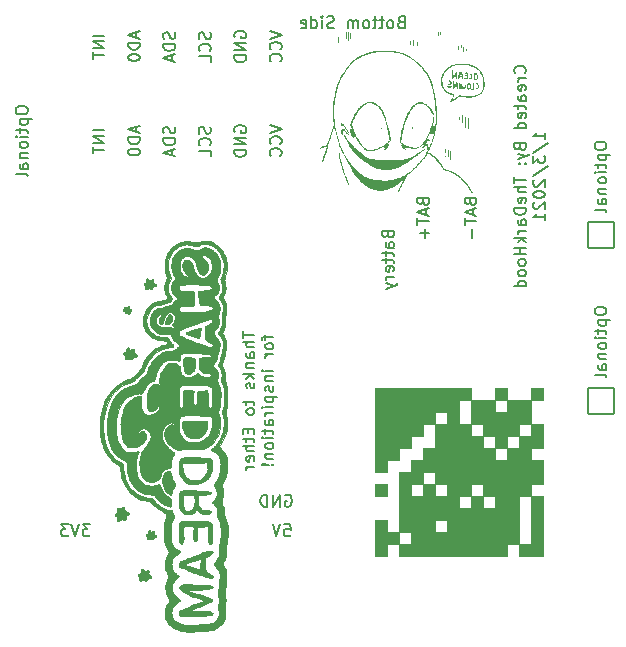
<source format=gbo>
G04 #@! TF.GenerationSoftware,KiCad,Pcbnew,(6.0.0)*
G04 #@! TF.CreationDate,2022-01-19T17:04:22-05:00*
G04 #@! TF.ProjectId,SlimeVRMotherBoard,536c696d-6556-4524-9d6f-74686572426f,V1.2*
G04 #@! TF.SameCoordinates,Original*
G04 #@! TF.FileFunction,Legend,Bot*
G04 #@! TF.FilePolarity,Positive*
%FSLAX46Y46*%
G04 Gerber Fmt 4.6, Leading zero omitted, Abs format (unit mm)*
G04 Created by KiCad (PCBNEW (6.0.0)) date 2022-01-19 17:04:22*
%MOMM*%
%LPD*%
G01*
G04 APERTURE LIST*
G04 Aperture macros list*
%AMRoundRect*
0 Rectangle with rounded corners*
0 $1 Rounding radius*
0 $2 $3 $4 $5 $6 $7 $8 $9 X,Y pos of 4 corners*
0 Add a 4 corners polygon primitive as box body*
4,1,4,$2,$3,$4,$5,$6,$7,$8,$9,$2,$3,0*
0 Add four circle primitives for the rounded corners*
1,1,$1+$1,$2,$3*
1,1,$1+$1,$4,$5*
1,1,$1+$1,$6,$7*
1,1,$1+$1,$8,$9*
0 Add four rect primitives between the rounded corners*
20,1,$1+$1,$2,$3,$4,$5,0*
20,1,$1+$1,$4,$5,$6,$7,0*
20,1,$1+$1,$6,$7,$8,$9,0*
20,1,$1+$1,$8,$9,$2,$3,0*%
G04 Aperture macros list end*
%ADD10C,0.150000*%
%ADD11C,0.010000*%
%ADD12C,2.300000*%
%ADD13C,2.100000*%
%ADD14O,2.300000X2.300000*%
%ADD15RoundRect,0.050000X1.100000X-1.100000X1.100000X1.100000X-1.100000X1.100000X-1.100000X-1.100000X0*%
%ADD16C,1.900000*%
G04 APERTURE END LIST*
D10*
X134452380Y-103309523D02*
X134452380Y-103500000D01*
X134500000Y-103595238D01*
X134595238Y-103690476D01*
X134785714Y-103738095D01*
X135119047Y-103738095D01*
X135309523Y-103690476D01*
X135404761Y-103595238D01*
X135452380Y-103500000D01*
X135452380Y-103309523D01*
X135404761Y-103214285D01*
X135309523Y-103119047D01*
X135119047Y-103071428D01*
X134785714Y-103071428D01*
X134595238Y-103119047D01*
X134500000Y-103214285D01*
X134452380Y-103309523D01*
X134785714Y-104166666D02*
X135785714Y-104166666D01*
X134833333Y-104166666D02*
X134785714Y-104261904D01*
X134785714Y-104452380D01*
X134833333Y-104547619D01*
X134880952Y-104595238D01*
X134976190Y-104642857D01*
X135261904Y-104642857D01*
X135357142Y-104595238D01*
X135404761Y-104547619D01*
X135452380Y-104452380D01*
X135452380Y-104261904D01*
X135404761Y-104166666D01*
X134785714Y-104928571D02*
X134785714Y-105309523D01*
X134452380Y-105071428D02*
X135309523Y-105071428D01*
X135404761Y-105119047D01*
X135452380Y-105214285D01*
X135452380Y-105309523D01*
X135452380Y-105642857D02*
X134785714Y-105642857D01*
X134452380Y-105642857D02*
X134500000Y-105595238D01*
X134547619Y-105642857D01*
X134500000Y-105690476D01*
X134452380Y-105642857D01*
X134547619Y-105642857D01*
X135452380Y-106261904D02*
X135404761Y-106166666D01*
X135357142Y-106119047D01*
X135261904Y-106071428D01*
X134976190Y-106071428D01*
X134880952Y-106119047D01*
X134833333Y-106166666D01*
X134785714Y-106261904D01*
X134785714Y-106404761D01*
X134833333Y-106500000D01*
X134880952Y-106547619D01*
X134976190Y-106595238D01*
X135261904Y-106595238D01*
X135357142Y-106547619D01*
X135404761Y-106500000D01*
X135452380Y-106404761D01*
X135452380Y-106261904D01*
X134785714Y-107023809D02*
X135452380Y-107023809D01*
X134880952Y-107023809D02*
X134833333Y-107071428D01*
X134785714Y-107166666D01*
X134785714Y-107309523D01*
X134833333Y-107404761D01*
X134928571Y-107452380D01*
X135452380Y-107452380D01*
X135452380Y-108357142D02*
X134928571Y-108357142D01*
X134833333Y-108309523D01*
X134785714Y-108214285D01*
X134785714Y-108023809D01*
X134833333Y-107928571D01*
X135404761Y-108357142D02*
X135452380Y-108261904D01*
X135452380Y-108023809D01*
X135404761Y-107928571D01*
X135309523Y-107880952D01*
X135214285Y-107880952D01*
X135119047Y-107928571D01*
X135071428Y-108023809D01*
X135071428Y-108261904D01*
X135023809Y-108357142D01*
X135452380Y-108976190D02*
X135404761Y-108880952D01*
X135309523Y-108833333D01*
X134452380Y-108833333D01*
X183452380Y-120309523D02*
X183452380Y-120500000D01*
X183500000Y-120595238D01*
X183595238Y-120690476D01*
X183785714Y-120738095D01*
X184119047Y-120738095D01*
X184309523Y-120690476D01*
X184404761Y-120595238D01*
X184452380Y-120500000D01*
X184452380Y-120309523D01*
X184404761Y-120214285D01*
X184309523Y-120119047D01*
X184119047Y-120071428D01*
X183785714Y-120071428D01*
X183595238Y-120119047D01*
X183500000Y-120214285D01*
X183452380Y-120309523D01*
X183785714Y-121166666D02*
X184785714Y-121166666D01*
X183833333Y-121166666D02*
X183785714Y-121261904D01*
X183785714Y-121452380D01*
X183833333Y-121547619D01*
X183880952Y-121595238D01*
X183976190Y-121642857D01*
X184261904Y-121642857D01*
X184357142Y-121595238D01*
X184404761Y-121547619D01*
X184452380Y-121452380D01*
X184452380Y-121261904D01*
X184404761Y-121166666D01*
X183785714Y-121928571D02*
X183785714Y-122309523D01*
X183452380Y-122071428D02*
X184309523Y-122071428D01*
X184404761Y-122119047D01*
X184452380Y-122214285D01*
X184452380Y-122309523D01*
X184452380Y-122642857D02*
X183785714Y-122642857D01*
X183452380Y-122642857D02*
X183500000Y-122595238D01*
X183547619Y-122642857D01*
X183500000Y-122690476D01*
X183452380Y-122642857D01*
X183547619Y-122642857D01*
X184452380Y-123261904D02*
X184404761Y-123166666D01*
X184357142Y-123119047D01*
X184261904Y-123071428D01*
X183976190Y-123071428D01*
X183880952Y-123119047D01*
X183833333Y-123166666D01*
X183785714Y-123261904D01*
X183785714Y-123404761D01*
X183833333Y-123500000D01*
X183880952Y-123547619D01*
X183976190Y-123595238D01*
X184261904Y-123595238D01*
X184357142Y-123547619D01*
X184404761Y-123500000D01*
X184452380Y-123404761D01*
X184452380Y-123261904D01*
X183785714Y-124023809D02*
X184452380Y-124023809D01*
X183880952Y-124023809D02*
X183833333Y-124071428D01*
X183785714Y-124166666D01*
X183785714Y-124309523D01*
X183833333Y-124404761D01*
X183928571Y-124452380D01*
X184452380Y-124452380D01*
X184452380Y-125357142D02*
X183928571Y-125357142D01*
X183833333Y-125309523D01*
X183785714Y-125214285D01*
X183785714Y-125023809D01*
X183833333Y-124928571D01*
X184404761Y-125357142D02*
X184452380Y-125261904D01*
X184452380Y-125023809D01*
X184404761Y-124928571D01*
X184309523Y-124880952D01*
X184214285Y-124880952D01*
X184119047Y-124928571D01*
X184071428Y-125023809D01*
X184071428Y-125261904D01*
X184023809Y-125357142D01*
X184452380Y-125976190D02*
X184404761Y-125880952D01*
X184309523Y-125833333D01*
X183452380Y-125833333D01*
X183452380Y-106309523D02*
X183452380Y-106500000D01*
X183500000Y-106595238D01*
X183595238Y-106690476D01*
X183785714Y-106738095D01*
X184119047Y-106738095D01*
X184309523Y-106690476D01*
X184404761Y-106595238D01*
X184452380Y-106500000D01*
X184452380Y-106309523D01*
X184404761Y-106214285D01*
X184309523Y-106119047D01*
X184119047Y-106071428D01*
X183785714Y-106071428D01*
X183595238Y-106119047D01*
X183500000Y-106214285D01*
X183452380Y-106309523D01*
X183785714Y-107166666D02*
X184785714Y-107166666D01*
X183833333Y-107166666D02*
X183785714Y-107261904D01*
X183785714Y-107452380D01*
X183833333Y-107547619D01*
X183880952Y-107595238D01*
X183976190Y-107642857D01*
X184261904Y-107642857D01*
X184357142Y-107595238D01*
X184404761Y-107547619D01*
X184452380Y-107452380D01*
X184452380Y-107261904D01*
X184404761Y-107166666D01*
X183785714Y-107928571D02*
X183785714Y-108309523D01*
X183452380Y-108071428D02*
X184309523Y-108071428D01*
X184404761Y-108119047D01*
X184452380Y-108214285D01*
X184452380Y-108309523D01*
X184452380Y-108642857D02*
X183785714Y-108642857D01*
X183452380Y-108642857D02*
X183500000Y-108595238D01*
X183547619Y-108642857D01*
X183500000Y-108690476D01*
X183452380Y-108642857D01*
X183547619Y-108642857D01*
X184452380Y-109261904D02*
X184404761Y-109166666D01*
X184357142Y-109119047D01*
X184261904Y-109071428D01*
X183976190Y-109071428D01*
X183880952Y-109119047D01*
X183833333Y-109166666D01*
X183785714Y-109261904D01*
X183785714Y-109404761D01*
X183833333Y-109500000D01*
X183880952Y-109547619D01*
X183976190Y-109595238D01*
X184261904Y-109595238D01*
X184357142Y-109547619D01*
X184404761Y-109500000D01*
X184452380Y-109404761D01*
X184452380Y-109261904D01*
X183785714Y-110023809D02*
X184452380Y-110023809D01*
X183880952Y-110023809D02*
X183833333Y-110071428D01*
X183785714Y-110166666D01*
X183785714Y-110309523D01*
X183833333Y-110404761D01*
X183928571Y-110452380D01*
X184452380Y-110452380D01*
X184452380Y-111357142D02*
X183928571Y-111357142D01*
X183833333Y-111309523D01*
X183785714Y-111214285D01*
X183785714Y-111023809D01*
X183833333Y-110928571D01*
X184404761Y-111357142D02*
X184452380Y-111261904D01*
X184452380Y-111023809D01*
X184404761Y-110928571D01*
X184309523Y-110880952D01*
X184214285Y-110880952D01*
X184119047Y-110928571D01*
X184071428Y-111023809D01*
X184071428Y-111261904D01*
X184023809Y-111357142D01*
X184452380Y-111976190D02*
X184404761Y-111880952D01*
X184309523Y-111833333D01*
X183452380Y-111833333D01*
X167047619Y-95928571D02*
X166904761Y-95976190D01*
X166857142Y-96023809D01*
X166809523Y-96119047D01*
X166809523Y-96261904D01*
X166857142Y-96357142D01*
X166904761Y-96404761D01*
X167000000Y-96452380D01*
X167380952Y-96452380D01*
X167380952Y-95452380D01*
X167047619Y-95452380D01*
X166952380Y-95500000D01*
X166904761Y-95547619D01*
X166857142Y-95642857D01*
X166857142Y-95738095D01*
X166904761Y-95833333D01*
X166952380Y-95880952D01*
X167047619Y-95928571D01*
X167380952Y-95928571D01*
X166238095Y-96452380D02*
X166333333Y-96404761D01*
X166380952Y-96357142D01*
X166428571Y-96261904D01*
X166428571Y-95976190D01*
X166380952Y-95880952D01*
X166333333Y-95833333D01*
X166238095Y-95785714D01*
X166095238Y-95785714D01*
X166000000Y-95833333D01*
X165952380Y-95880952D01*
X165904761Y-95976190D01*
X165904761Y-96261904D01*
X165952380Y-96357142D01*
X166000000Y-96404761D01*
X166095238Y-96452380D01*
X166238095Y-96452380D01*
X165619047Y-95785714D02*
X165238095Y-95785714D01*
X165476190Y-95452380D02*
X165476190Y-96309523D01*
X165428571Y-96404761D01*
X165333333Y-96452380D01*
X165238095Y-96452380D01*
X165047619Y-95785714D02*
X164666666Y-95785714D01*
X164904761Y-95452380D02*
X164904761Y-96309523D01*
X164857142Y-96404761D01*
X164761904Y-96452380D01*
X164666666Y-96452380D01*
X164190476Y-96452380D02*
X164285714Y-96404761D01*
X164333333Y-96357142D01*
X164380952Y-96261904D01*
X164380952Y-95976190D01*
X164333333Y-95880952D01*
X164285714Y-95833333D01*
X164190476Y-95785714D01*
X164047619Y-95785714D01*
X163952380Y-95833333D01*
X163904761Y-95880952D01*
X163857142Y-95976190D01*
X163857142Y-96261904D01*
X163904761Y-96357142D01*
X163952380Y-96404761D01*
X164047619Y-96452380D01*
X164190476Y-96452380D01*
X163428571Y-96452380D02*
X163428571Y-95785714D01*
X163428571Y-95880952D02*
X163380952Y-95833333D01*
X163285714Y-95785714D01*
X163142857Y-95785714D01*
X163047619Y-95833333D01*
X163000000Y-95928571D01*
X163000000Y-96452380D01*
X163000000Y-95928571D02*
X162952380Y-95833333D01*
X162857142Y-95785714D01*
X162714285Y-95785714D01*
X162619047Y-95833333D01*
X162571428Y-95928571D01*
X162571428Y-96452380D01*
X161380952Y-96404761D02*
X161238095Y-96452380D01*
X161000000Y-96452380D01*
X160904761Y-96404761D01*
X160857142Y-96357142D01*
X160809523Y-96261904D01*
X160809523Y-96166666D01*
X160857142Y-96071428D01*
X160904761Y-96023809D01*
X161000000Y-95976190D01*
X161190476Y-95928571D01*
X161285714Y-95880952D01*
X161333333Y-95833333D01*
X161380952Y-95738095D01*
X161380952Y-95642857D01*
X161333333Y-95547619D01*
X161285714Y-95500000D01*
X161190476Y-95452380D01*
X160952380Y-95452380D01*
X160809523Y-95500000D01*
X160380952Y-96452380D02*
X160380952Y-95785714D01*
X160380952Y-95452380D02*
X160428571Y-95500000D01*
X160380952Y-95547619D01*
X160333333Y-95500000D01*
X160380952Y-95452380D01*
X160380952Y-95547619D01*
X159476190Y-96452380D02*
X159476190Y-95452380D01*
X159476190Y-96404761D02*
X159571428Y-96452380D01*
X159761904Y-96452380D01*
X159857142Y-96404761D01*
X159904761Y-96357142D01*
X159952380Y-96261904D01*
X159952380Y-95976190D01*
X159904761Y-95880952D01*
X159857142Y-95833333D01*
X159761904Y-95785714D01*
X159571428Y-95785714D01*
X159476190Y-95833333D01*
X158619047Y-96404761D02*
X158714285Y-96452380D01*
X158904761Y-96452380D01*
X159000000Y-96404761D01*
X159047619Y-96309523D01*
X159047619Y-95928571D01*
X159000000Y-95833333D01*
X158904761Y-95785714D01*
X158714285Y-95785714D01*
X158619047Y-95833333D01*
X158571428Y-95928571D01*
X158571428Y-96023809D01*
X159047619Y-96119047D01*
X153647380Y-122119047D02*
X153647380Y-122690476D01*
X154647380Y-122404761D02*
X153647380Y-122404761D01*
X154647380Y-123023809D02*
X153647380Y-123023809D01*
X154647380Y-123452380D02*
X154123571Y-123452380D01*
X154028333Y-123404761D01*
X153980714Y-123309523D01*
X153980714Y-123166666D01*
X154028333Y-123071428D01*
X154075952Y-123023809D01*
X154647380Y-124357142D02*
X154123571Y-124357142D01*
X154028333Y-124309523D01*
X153980714Y-124214285D01*
X153980714Y-124023809D01*
X154028333Y-123928571D01*
X154599761Y-124357142D02*
X154647380Y-124261904D01*
X154647380Y-124023809D01*
X154599761Y-123928571D01*
X154504523Y-123880952D01*
X154409285Y-123880952D01*
X154314047Y-123928571D01*
X154266428Y-124023809D01*
X154266428Y-124261904D01*
X154218809Y-124357142D01*
X153980714Y-124833333D02*
X154647380Y-124833333D01*
X154075952Y-124833333D02*
X154028333Y-124880952D01*
X153980714Y-124976190D01*
X153980714Y-125119047D01*
X154028333Y-125214285D01*
X154123571Y-125261904D01*
X154647380Y-125261904D01*
X154647380Y-125738095D02*
X153647380Y-125738095D01*
X154266428Y-125833333D02*
X154647380Y-126119047D01*
X153980714Y-126119047D02*
X154361666Y-125738095D01*
X154599761Y-126500000D02*
X154647380Y-126595238D01*
X154647380Y-126785714D01*
X154599761Y-126880952D01*
X154504523Y-126928571D01*
X154456904Y-126928571D01*
X154361666Y-126880952D01*
X154314047Y-126785714D01*
X154314047Y-126642857D01*
X154266428Y-126547619D01*
X154171190Y-126500000D01*
X154123571Y-126500000D01*
X154028333Y-126547619D01*
X153980714Y-126642857D01*
X153980714Y-126785714D01*
X154028333Y-126880952D01*
X153980714Y-127976190D02*
X153980714Y-128357142D01*
X153647380Y-128119047D02*
X154504523Y-128119047D01*
X154599761Y-128166666D01*
X154647380Y-128261904D01*
X154647380Y-128357142D01*
X154647380Y-128833333D02*
X154599761Y-128738095D01*
X154552142Y-128690476D01*
X154456904Y-128642857D01*
X154171190Y-128642857D01*
X154075952Y-128690476D01*
X154028333Y-128738095D01*
X153980714Y-128833333D01*
X153980714Y-128976190D01*
X154028333Y-129071428D01*
X154075952Y-129119047D01*
X154171190Y-129166666D01*
X154456904Y-129166666D01*
X154552142Y-129119047D01*
X154599761Y-129071428D01*
X154647380Y-128976190D01*
X154647380Y-128833333D01*
X154123571Y-130357142D02*
X154123571Y-130690476D01*
X154647380Y-130833333D02*
X154647380Y-130357142D01*
X153647380Y-130357142D01*
X153647380Y-130833333D01*
X153980714Y-131119047D02*
X153980714Y-131500000D01*
X153647380Y-131261904D02*
X154504523Y-131261904D01*
X154599761Y-131309523D01*
X154647380Y-131404761D01*
X154647380Y-131500000D01*
X154647380Y-131833333D02*
X153647380Y-131833333D01*
X154647380Y-132261904D02*
X154123571Y-132261904D01*
X154028333Y-132214285D01*
X153980714Y-132119047D01*
X153980714Y-131976190D01*
X154028333Y-131880952D01*
X154075952Y-131833333D01*
X154599761Y-133119047D02*
X154647380Y-133023809D01*
X154647380Y-132833333D01*
X154599761Y-132738095D01*
X154504523Y-132690476D01*
X154123571Y-132690476D01*
X154028333Y-132738095D01*
X153980714Y-132833333D01*
X153980714Y-133023809D01*
X154028333Y-133119047D01*
X154123571Y-133166666D01*
X154218809Y-133166666D01*
X154314047Y-132690476D01*
X154647380Y-133595238D02*
X153980714Y-133595238D01*
X154171190Y-133595238D02*
X154075952Y-133642857D01*
X154028333Y-133690476D01*
X153980714Y-133785714D01*
X153980714Y-133880952D01*
X155590714Y-122452380D02*
X155590714Y-122833333D01*
X156257380Y-122595238D02*
X155400238Y-122595238D01*
X155305000Y-122642857D01*
X155257380Y-122738095D01*
X155257380Y-122833333D01*
X156257380Y-123309523D02*
X156209761Y-123214285D01*
X156162142Y-123166666D01*
X156066904Y-123119047D01*
X155781190Y-123119047D01*
X155685952Y-123166666D01*
X155638333Y-123214285D01*
X155590714Y-123309523D01*
X155590714Y-123452380D01*
X155638333Y-123547619D01*
X155685952Y-123595238D01*
X155781190Y-123642857D01*
X156066904Y-123642857D01*
X156162142Y-123595238D01*
X156209761Y-123547619D01*
X156257380Y-123452380D01*
X156257380Y-123309523D01*
X156257380Y-124071428D02*
X155590714Y-124071428D01*
X155781190Y-124071428D02*
X155685952Y-124119047D01*
X155638333Y-124166666D01*
X155590714Y-124261904D01*
X155590714Y-124357142D01*
X156257380Y-125452380D02*
X155590714Y-125452380D01*
X155257380Y-125452380D02*
X155305000Y-125404761D01*
X155352619Y-125452380D01*
X155305000Y-125500000D01*
X155257380Y-125452380D01*
X155352619Y-125452380D01*
X155590714Y-125928571D02*
X156257380Y-125928571D01*
X155685952Y-125928571D02*
X155638333Y-125976190D01*
X155590714Y-126071428D01*
X155590714Y-126214285D01*
X155638333Y-126309523D01*
X155733571Y-126357142D01*
X156257380Y-126357142D01*
X156209761Y-126785714D02*
X156257380Y-126880952D01*
X156257380Y-127071428D01*
X156209761Y-127166666D01*
X156114523Y-127214285D01*
X156066904Y-127214285D01*
X155971666Y-127166666D01*
X155924047Y-127071428D01*
X155924047Y-126928571D01*
X155876428Y-126833333D01*
X155781190Y-126785714D01*
X155733571Y-126785714D01*
X155638333Y-126833333D01*
X155590714Y-126928571D01*
X155590714Y-127071428D01*
X155638333Y-127166666D01*
X155590714Y-127642857D02*
X156590714Y-127642857D01*
X155638333Y-127642857D02*
X155590714Y-127738095D01*
X155590714Y-127928571D01*
X155638333Y-128023809D01*
X155685952Y-128071428D01*
X155781190Y-128119047D01*
X156066904Y-128119047D01*
X156162142Y-128071428D01*
X156209761Y-128023809D01*
X156257380Y-127928571D01*
X156257380Y-127738095D01*
X156209761Y-127642857D01*
X156257380Y-128547619D02*
X155590714Y-128547619D01*
X155257380Y-128547619D02*
X155305000Y-128500000D01*
X155352619Y-128547619D01*
X155305000Y-128595238D01*
X155257380Y-128547619D01*
X155352619Y-128547619D01*
X156257380Y-129023809D02*
X155590714Y-129023809D01*
X155781190Y-129023809D02*
X155685952Y-129071428D01*
X155638333Y-129119047D01*
X155590714Y-129214285D01*
X155590714Y-129309523D01*
X156257380Y-130071428D02*
X155733571Y-130071428D01*
X155638333Y-130023809D01*
X155590714Y-129928571D01*
X155590714Y-129738095D01*
X155638333Y-129642857D01*
X156209761Y-130071428D02*
X156257380Y-129976190D01*
X156257380Y-129738095D01*
X156209761Y-129642857D01*
X156114523Y-129595238D01*
X156019285Y-129595238D01*
X155924047Y-129642857D01*
X155876428Y-129738095D01*
X155876428Y-129976190D01*
X155828809Y-130071428D01*
X155590714Y-130404761D02*
X155590714Y-130785714D01*
X155257380Y-130547619D02*
X156114523Y-130547619D01*
X156209761Y-130595238D01*
X156257380Y-130690476D01*
X156257380Y-130785714D01*
X156257380Y-131119047D02*
X155590714Y-131119047D01*
X155257380Y-131119047D02*
X155305000Y-131071428D01*
X155352619Y-131119047D01*
X155305000Y-131166666D01*
X155257380Y-131119047D01*
X155352619Y-131119047D01*
X156257380Y-131738095D02*
X156209761Y-131642857D01*
X156162142Y-131595238D01*
X156066904Y-131547619D01*
X155781190Y-131547619D01*
X155685952Y-131595238D01*
X155638333Y-131642857D01*
X155590714Y-131738095D01*
X155590714Y-131880952D01*
X155638333Y-131976190D01*
X155685952Y-132023809D01*
X155781190Y-132071428D01*
X156066904Y-132071428D01*
X156162142Y-132023809D01*
X156209761Y-131976190D01*
X156257380Y-131880952D01*
X156257380Y-131738095D01*
X155590714Y-132500000D02*
X156257380Y-132500000D01*
X155685952Y-132500000D02*
X155638333Y-132547619D01*
X155590714Y-132642857D01*
X155590714Y-132785714D01*
X155638333Y-132880952D01*
X155733571Y-132928571D01*
X156257380Y-132928571D01*
X156162142Y-133404761D02*
X156209761Y-133452380D01*
X156257380Y-133404761D01*
X156209761Y-133357142D01*
X156162142Y-133404761D01*
X156257380Y-133404761D01*
X155876428Y-133404761D02*
X155305000Y-133357142D01*
X155257380Y-133404761D01*
X155305000Y-133452380D01*
X155876428Y-133404761D01*
X155257380Y-133404761D01*
X177552142Y-100261904D02*
X177599761Y-100214285D01*
X177647380Y-100071428D01*
X177647380Y-99976190D01*
X177599761Y-99833333D01*
X177504523Y-99738095D01*
X177409285Y-99690476D01*
X177218809Y-99642857D01*
X177075952Y-99642857D01*
X176885476Y-99690476D01*
X176790238Y-99738095D01*
X176695000Y-99833333D01*
X176647380Y-99976190D01*
X176647380Y-100071428D01*
X176695000Y-100214285D01*
X176742619Y-100261904D01*
X177647380Y-100690476D02*
X176980714Y-100690476D01*
X177171190Y-100690476D02*
X177075952Y-100738095D01*
X177028333Y-100785714D01*
X176980714Y-100880952D01*
X176980714Y-100976190D01*
X177599761Y-101690476D02*
X177647380Y-101595238D01*
X177647380Y-101404761D01*
X177599761Y-101309523D01*
X177504523Y-101261904D01*
X177123571Y-101261904D01*
X177028333Y-101309523D01*
X176980714Y-101404761D01*
X176980714Y-101595238D01*
X177028333Y-101690476D01*
X177123571Y-101738095D01*
X177218809Y-101738095D01*
X177314047Y-101261904D01*
X177647380Y-102595238D02*
X177123571Y-102595238D01*
X177028333Y-102547619D01*
X176980714Y-102452380D01*
X176980714Y-102261904D01*
X177028333Y-102166666D01*
X177599761Y-102595238D02*
X177647380Y-102500000D01*
X177647380Y-102261904D01*
X177599761Y-102166666D01*
X177504523Y-102119047D01*
X177409285Y-102119047D01*
X177314047Y-102166666D01*
X177266428Y-102261904D01*
X177266428Y-102500000D01*
X177218809Y-102595238D01*
X176980714Y-102928571D02*
X176980714Y-103309523D01*
X176647380Y-103071428D02*
X177504523Y-103071428D01*
X177599761Y-103119047D01*
X177647380Y-103214285D01*
X177647380Y-103309523D01*
X177599761Y-104023809D02*
X177647380Y-103928571D01*
X177647380Y-103738095D01*
X177599761Y-103642857D01*
X177504523Y-103595238D01*
X177123571Y-103595238D01*
X177028333Y-103642857D01*
X176980714Y-103738095D01*
X176980714Y-103928571D01*
X177028333Y-104023809D01*
X177123571Y-104071428D01*
X177218809Y-104071428D01*
X177314047Y-103595238D01*
X177647380Y-104928571D02*
X176647380Y-104928571D01*
X177599761Y-104928571D02*
X177647380Y-104833333D01*
X177647380Y-104642857D01*
X177599761Y-104547619D01*
X177552142Y-104500000D01*
X177456904Y-104452380D01*
X177171190Y-104452380D01*
X177075952Y-104500000D01*
X177028333Y-104547619D01*
X176980714Y-104642857D01*
X176980714Y-104833333D01*
X177028333Y-104928571D01*
X177123571Y-106500000D02*
X177171190Y-106642857D01*
X177218809Y-106690476D01*
X177314047Y-106738095D01*
X177456904Y-106738095D01*
X177552142Y-106690476D01*
X177599761Y-106642857D01*
X177647380Y-106547619D01*
X177647380Y-106166666D01*
X176647380Y-106166666D01*
X176647380Y-106500000D01*
X176695000Y-106595238D01*
X176742619Y-106642857D01*
X176837857Y-106690476D01*
X176933095Y-106690476D01*
X177028333Y-106642857D01*
X177075952Y-106595238D01*
X177123571Y-106500000D01*
X177123571Y-106166666D01*
X176980714Y-107071428D02*
X177647380Y-107309523D01*
X176980714Y-107547619D02*
X177647380Y-107309523D01*
X177885476Y-107214285D01*
X177933095Y-107166666D01*
X177980714Y-107071428D01*
X177552142Y-107928571D02*
X177599761Y-107976190D01*
X177647380Y-107928571D01*
X177599761Y-107880952D01*
X177552142Y-107928571D01*
X177647380Y-107928571D01*
X177028333Y-107928571D02*
X177075952Y-107976190D01*
X177123571Y-107928571D01*
X177075952Y-107880952D01*
X177028333Y-107928571D01*
X177123571Y-107928571D01*
X176647380Y-109023809D02*
X176647380Y-109595238D01*
X177647380Y-109309523D02*
X176647380Y-109309523D01*
X177647380Y-109928571D02*
X176647380Y-109928571D01*
X177647380Y-110357142D02*
X177123571Y-110357142D01*
X177028333Y-110309523D01*
X176980714Y-110214285D01*
X176980714Y-110071428D01*
X177028333Y-109976190D01*
X177075952Y-109928571D01*
X177599761Y-111214285D02*
X177647380Y-111119047D01*
X177647380Y-110928571D01*
X177599761Y-110833333D01*
X177504523Y-110785714D01*
X177123571Y-110785714D01*
X177028333Y-110833333D01*
X176980714Y-110928571D01*
X176980714Y-111119047D01*
X177028333Y-111214285D01*
X177123571Y-111261904D01*
X177218809Y-111261904D01*
X177314047Y-110785714D01*
X177647380Y-111690476D02*
X176647380Y-111690476D01*
X176647380Y-111928571D01*
X176695000Y-112071428D01*
X176790238Y-112166666D01*
X176885476Y-112214285D01*
X177075952Y-112261904D01*
X177218809Y-112261904D01*
X177409285Y-112214285D01*
X177504523Y-112166666D01*
X177599761Y-112071428D01*
X177647380Y-111928571D01*
X177647380Y-111690476D01*
X177647380Y-113119047D02*
X177123571Y-113119047D01*
X177028333Y-113071428D01*
X176980714Y-112976190D01*
X176980714Y-112785714D01*
X177028333Y-112690476D01*
X177599761Y-113119047D02*
X177647380Y-113023809D01*
X177647380Y-112785714D01*
X177599761Y-112690476D01*
X177504523Y-112642857D01*
X177409285Y-112642857D01*
X177314047Y-112690476D01*
X177266428Y-112785714D01*
X177266428Y-113023809D01*
X177218809Y-113119047D01*
X177647380Y-113595238D02*
X176980714Y-113595238D01*
X177171190Y-113595238D02*
X177075952Y-113642857D01*
X177028333Y-113690476D01*
X176980714Y-113785714D01*
X176980714Y-113880952D01*
X177647380Y-114214285D02*
X176647380Y-114214285D01*
X177266428Y-114309523D02*
X177647380Y-114595238D01*
X176980714Y-114595238D02*
X177361666Y-114214285D01*
X177647380Y-115023809D02*
X176647380Y-115023809D01*
X177123571Y-115023809D02*
X177123571Y-115595238D01*
X177647380Y-115595238D02*
X176647380Y-115595238D01*
X177647380Y-116214285D02*
X177599761Y-116119047D01*
X177552142Y-116071428D01*
X177456904Y-116023809D01*
X177171190Y-116023809D01*
X177075952Y-116071428D01*
X177028333Y-116119047D01*
X176980714Y-116214285D01*
X176980714Y-116357142D01*
X177028333Y-116452380D01*
X177075952Y-116500000D01*
X177171190Y-116547619D01*
X177456904Y-116547619D01*
X177552142Y-116500000D01*
X177599761Y-116452380D01*
X177647380Y-116357142D01*
X177647380Y-116214285D01*
X177647380Y-117119047D02*
X177599761Y-117023809D01*
X177552142Y-116976190D01*
X177456904Y-116928571D01*
X177171190Y-116928571D01*
X177075952Y-116976190D01*
X177028333Y-117023809D01*
X176980714Y-117119047D01*
X176980714Y-117261904D01*
X177028333Y-117357142D01*
X177075952Y-117404761D01*
X177171190Y-117452380D01*
X177456904Y-117452380D01*
X177552142Y-117404761D01*
X177599761Y-117357142D01*
X177647380Y-117261904D01*
X177647380Y-117119047D01*
X177647380Y-118309523D02*
X176647380Y-118309523D01*
X177599761Y-118309523D02*
X177647380Y-118214285D01*
X177647380Y-118023809D01*
X177599761Y-117928571D01*
X177552142Y-117880952D01*
X177456904Y-117833333D01*
X177171190Y-117833333D01*
X177075952Y-117880952D01*
X177028333Y-117928571D01*
X176980714Y-118023809D01*
X176980714Y-118214285D01*
X177028333Y-118309523D01*
X179257380Y-105857142D02*
X179257380Y-105285714D01*
X179257380Y-105571428D02*
X178257380Y-105571428D01*
X178400238Y-105476190D01*
X178495476Y-105380952D01*
X178543095Y-105285714D01*
X178209761Y-107000000D02*
X179495476Y-106142857D01*
X178257380Y-107238095D02*
X178257380Y-107857142D01*
X178638333Y-107523809D01*
X178638333Y-107666666D01*
X178685952Y-107761904D01*
X178733571Y-107809523D01*
X178828809Y-107857142D01*
X179066904Y-107857142D01*
X179162142Y-107809523D01*
X179209761Y-107761904D01*
X179257380Y-107666666D01*
X179257380Y-107380952D01*
X179209761Y-107285714D01*
X179162142Y-107238095D01*
X178209761Y-109000000D02*
X179495476Y-108142857D01*
X178352619Y-109285714D02*
X178305000Y-109333333D01*
X178257380Y-109428571D01*
X178257380Y-109666666D01*
X178305000Y-109761904D01*
X178352619Y-109809523D01*
X178447857Y-109857142D01*
X178543095Y-109857142D01*
X178685952Y-109809523D01*
X179257380Y-109238095D01*
X179257380Y-109857142D01*
X178257380Y-110476190D02*
X178257380Y-110571428D01*
X178305000Y-110666666D01*
X178352619Y-110714285D01*
X178447857Y-110761904D01*
X178638333Y-110809523D01*
X178876428Y-110809523D01*
X179066904Y-110761904D01*
X179162142Y-110714285D01*
X179209761Y-110666666D01*
X179257380Y-110571428D01*
X179257380Y-110476190D01*
X179209761Y-110380952D01*
X179162142Y-110333333D01*
X179066904Y-110285714D01*
X178876428Y-110238095D01*
X178638333Y-110238095D01*
X178447857Y-110285714D01*
X178352619Y-110333333D01*
X178305000Y-110380952D01*
X178257380Y-110476190D01*
X178352619Y-111190476D02*
X178305000Y-111238095D01*
X178257380Y-111333333D01*
X178257380Y-111571428D01*
X178305000Y-111666666D01*
X178352619Y-111714285D01*
X178447857Y-111761904D01*
X178543095Y-111761904D01*
X178685952Y-111714285D01*
X179257380Y-111142857D01*
X179257380Y-111761904D01*
X179257380Y-112714285D02*
X179257380Y-112142857D01*
X179257380Y-112428571D02*
X178257380Y-112428571D01*
X178400238Y-112333333D01*
X178495476Y-112238095D01*
X178543095Y-112142857D01*
X144666666Y-104785714D02*
X144666666Y-105261904D01*
X144952380Y-104690476D02*
X143952380Y-105023809D01*
X144952380Y-105357142D01*
X144952380Y-105690476D02*
X143952380Y-105690476D01*
X143952380Y-105928571D01*
X144000000Y-106071428D01*
X144095238Y-106166666D01*
X144190476Y-106214285D01*
X144380952Y-106261904D01*
X144523809Y-106261904D01*
X144714285Y-106214285D01*
X144809523Y-106166666D01*
X144904761Y-106071428D01*
X144952380Y-105928571D01*
X144952380Y-105690476D01*
X143952380Y-106880952D02*
X143952380Y-106976190D01*
X144000000Y-107071428D01*
X144047619Y-107119047D01*
X144142857Y-107166666D01*
X144333333Y-107214285D01*
X144571428Y-107214285D01*
X144761904Y-107166666D01*
X144857142Y-107119047D01*
X144904761Y-107071428D01*
X144952380Y-106976190D01*
X144952380Y-106880952D01*
X144904761Y-106785714D01*
X144857142Y-106738095D01*
X144761904Y-106690476D01*
X144571428Y-106642857D01*
X144333333Y-106642857D01*
X144142857Y-106690476D01*
X144047619Y-106738095D01*
X144000000Y-106785714D01*
X143952380Y-106880952D01*
X147904761Y-104785714D02*
X147952380Y-104928571D01*
X147952380Y-105166666D01*
X147904761Y-105261904D01*
X147857142Y-105309523D01*
X147761904Y-105357142D01*
X147666666Y-105357142D01*
X147571428Y-105309523D01*
X147523809Y-105261904D01*
X147476190Y-105166666D01*
X147428571Y-104976190D01*
X147380952Y-104880952D01*
X147333333Y-104833333D01*
X147238095Y-104785714D01*
X147142857Y-104785714D01*
X147047619Y-104833333D01*
X147000000Y-104880952D01*
X146952380Y-104976190D01*
X146952380Y-105214285D01*
X147000000Y-105357142D01*
X147952380Y-105785714D02*
X146952380Y-105785714D01*
X146952380Y-106023809D01*
X147000000Y-106166666D01*
X147095238Y-106261904D01*
X147190476Y-106309523D01*
X147380952Y-106357142D01*
X147523809Y-106357142D01*
X147714285Y-106309523D01*
X147809523Y-106261904D01*
X147904761Y-106166666D01*
X147952380Y-106023809D01*
X147952380Y-105785714D01*
X147666666Y-106738095D02*
X147666666Y-107214285D01*
X147952380Y-106642857D02*
X146952380Y-106976190D01*
X147952380Y-107309523D01*
X153000000Y-105238095D02*
X152952380Y-105142857D01*
X152952380Y-105000000D01*
X153000000Y-104857142D01*
X153095238Y-104761904D01*
X153190476Y-104714285D01*
X153380952Y-104666666D01*
X153523809Y-104666666D01*
X153714285Y-104714285D01*
X153809523Y-104761904D01*
X153904761Y-104857142D01*
X153952380Y-105000000D01*
X153952380Y-105095238D01*
X153904761Y-105238095D01*
X153857142Y-105285714D01*
X153523809Y-105285714D01*
X153523809Y-105095238D01*
X153952380Y-105714285D02*
X152952380Y-105714285D01*
X153952380Y-106285714D01*
X152952380Y-106285714D01*
X153952380Y-106761904D02*
X152952380Y-106761904D01*
X152952380Y-107000000D01*
X153000000Y-107142857D01*
X153095238Y-107238095D01*
X153190476Y-107285714D01*
X153380952Y-107333333D01*
X153523809Y-107333333D01*
X153714285Y-107285714D01*
X153809523Y-107238095D01*
X153904761Y-107142857D01*
X153952380Y-107000000D01*
X153952380Y-106761904D01*
X150904761Y-104809523D02*
X150952380Y-104952380D01*
X150952380Y-105190476D01*
X150904761Y-105285714D01*
X150857142Y-105333333D01*
X150761904Y-105380952D01*
X150666666Y-105380952D01*
X150571428Y-105333333D01*
X150523809Y-105285714D01*
X150476190Y-105190476D01*
X150428571Y-105000000D01*
X150380952Y-104904761D01*
X150333333Y-104857142D01*
X150238095Y-104809523D01*
X150142857Y-104809523D01*
X150047619Y-104857142D01*
X150000000Y-104904761D01*
X149952380Y-105000000D01*
X149952380Y-105238095D01*
X150000000Y-105380952D01*
X150857142Y-106380952D02*
X150904761Y-106333333D01*
X150952380Y-106190476D01*
X150952380Y-106095238D01*
X150904761Y-105952380D01*
X150809523Y-105857142D01*
X150714285Y-105809523D01*
X150523809Y-105761904D01*
X150380952Y-105761904D01*
X150190476Y-105809523D01*
X150095238Y-105857142D01*
X150000000Y-105952380D01*
X149952380Y-106095238D01*
X149952380Y-106190476D01*
X150000000Y-106333333D01*
X150047619Y-106380952D01*
X150952380Y-107285714D02*
X150952380Y-106809523D01*
X149952380Y-106809523D01*
X141952380Y-105095238D02*
X140952380Y-105095238D01*
X141952380Y-105571428D02*
X140952380Y-105571428D01*
X141952380Y-106142857D01*
X140952380Y-106142857D01*
X140952380Y-106476190D02*
X140952380Y-107047619D01*
X141952380Y-106761904D02*
X140952380Y-106761904D01*
X141952380Y-97095238D02*
X140952380Y-97095238D01*
X141952380Y-97571428D02*
X140952380Y-97571428D01*
X141952380Y-98142857D01*
X140952380Y-98142857D01*
X140952380Y-98476190D02*
X140952380Y-99047619D01*
X141952380Y-98761904D02*
X140952380Y-98761904D01*
X144666666Y-96785714D02*
X144666666Y-97261904D01*
X144952380Y-96690476D02*
X143952380Y-97023809D01*
X144952380Y-97357142D01*
X144952380Y-97690476D02*
X143952380Y-97690476D01*
X143952380Y-97928571D01*
X144000000Y-98071428D01*
X144095238Y-98166666D01*
X144190476Y-98214285D01*
X144380952Y-98261904D01*
X144523809Y-98261904D01*
X144714285Y-98214285D01*
X144809523Y-98166666D01*
X144904761Y-98071428D01*
X144952380Y-97928571D01*
X144952380Y-97690476D01*
X143952380Y-98880952D02*
X143952380Y-98976190D01*
X144000000Y-99071428D01*
X144047619Y-99119047D01*
X144142857Y-99166666D01*
X144333333Y-99214285D01*
X144571428Y-99214285D01*
X144761904Y-99166666D01*
X144857142Y-99119047D01*
X144904761Y-99071428D01*
X144952380Y-98976190D01*
X144952380Y-98880952D01*
X144904761Y-98785714D01*
X144857142Y-98738095D01*
X144761904Y-98690476D01*
X144571428Y-98642857D01*
X144333333Y-98642857D01*
X144142857Y-98690476D01*
X144047619Y-98738095D01*
X144000000Y-98785714D01*
X143952380Y-98880952D01*
X147904761Y-96785714D02*
X147952380Y-96928571D01*
X147952380Y-97166666D01*
X147904761Y-97261904D01*
X147857142Y-97309523D01*
X147761904Y-97357142D01*
X147666666Y-97357142D01*
X147571428Y-97309523D01*
X147523809Y-97261904D01*
X147476190Y-97166666D01*
X147428571Y-96976190D01*
X147380952Y-96880952D01*
X147333333Y-96833333D01*
X147238095Y-96785714D01*
X147142857Y-96785714D01*
X147047619Y-96833333D01*
X147000000Y-96880952D01*
X146952380Y-96976190D01*
X146952380Y-97214285D01*
X147000000Y-97357142D01*
X147952380Y-97785714D02*
X146952380Y-97785714D01*
X146952380Y-98023809D01*
X147000000Y-98166666D01*
X147095238Y-98261904D01*
X147190476Y-98309523D01*
X147380952Y-98357142D01*
X147523809Y-98357142D01*
X147714285Y-98309523D01*
X147809523Y-98261904D01*
X147904761Y-98166666D01*
X147952380Y-98023809D01*
X147952380Y-97785714D01*
X147666666Y-98738095D02*
X147666666Y-99214285D01*
X147952380Y-98642857D02*
X146952380Y-98976190D01*
X147952380Y-99309523D01*
X150904761Y-96809523D02*
X150952380Y-96952380D01*
X150952380Y-97190476D01*
X150904761Y-97285714D01*
X150857142Y-97333333D01*
X150761904Y-97380952D01*
X150666666Y-97380952D01*
X150571428Y-97333333D01*
X150523809Y-97285714D01*
X150476190Y-97190476D01*
X150428571Y-97000000D01*
X150380952Y-96904761D01*
X150333333Y-96857142D01*
X150238095Y-96809523D01*
X150142857Y-96809523D01*
X150047619Y-96857142D01*
X150000000Y-96904761D01*
X149952380Y-97000000D01*
X149952380Y-97238095D01*
X150000000Y-97380952D01*
X150857142Y-98380952D02*
X150904761Y-98333333D01*
X150952380Y-98190476D01*
X150952380Y-98095238D01*
X150904761Y-97952380D01*
X150809523Y-97857142D01*
X150714285Y-97809523D01*
X150523809Y-97761904D01*
X150380952Y-97761904D01*
X150190476Y-97809523D01*
X150095238Y-97857142D01*
X150000000Y-97952380D01*
X149952380Y-98095238D01*
X149952380Y-98190476D01*
X150000000Y-98333333D01*
X150047619Y-98380952D01*
X150952380Y-99285714D02*
X150952380Y-98809523D01*
X149952380Y-98809523D01*
X153000000Y-97238095D02*
X152952380Y-97142857D01*
X152952380Y-97000000D01*
X153000000Y-96857142D01*
X153095238Y-96761904D01*
X153190476Y-96714285D01*
X153380952Y-96666666D01*
X153523809Y-96666666D01*
X153714285Y-96714285D01*
X153809523Y-96761904D01*
X153904761Y-96857142D01*
X153952380Y-97000000D01*
X153952380Y-97095238D01*
X153904761Y-97238095D01*
X153857142Y-97285714D01*
X153523809Y-97285714D01*
X153523809Y-97095238D01*
X153952380Y-97714285D02*
X152952380Y-97714285D01*
X153952380Y-98285714D01*
X152952380Y-98285714D01*
X153952380Y-98761904D02*
X152952380Y-98761904D01*
X152952380Y-99000000D01*
X153000000Y-99142857D01*
X153095238Y-99238095D01*
X153190476Y-99285714D01*
X153380952Y-99333333D01*
X153523809Y-99333333D01*
X153714285Y-99285714D01*
X153809523Y-99238095D01*
X153904761Y-99142857D01*
X153952380Y-99000000D01*
X153952380Y-98761904D01*
X155952380Y-104666666D02*
X156952380Y-105000000D01*
X155952380Y-105333333D01*
X156857142Y-106238095D02*
X156904761Y-106190476D01*
X156952380Y-106047619D01*
X156952380Y-105952380D01*
X156904761Y-105809523D01*
X156809523Y-105714285D01*
X156714285Y-105666666D01*
X156523809Y-105619047D01*
X156380952Y-105619047D01*
X156190476Y-105666666D01*
X156095238Y-105714285D01*
X156000000Y-105809523D01*
X155952380Y-105952380D01*
X155952380Y-106047619D01*
X156000000Y-106190476D01*
X156047619Y-106238095D01*
X156857142Y-107238095D02*
X156904761Y-107190476D01*
X156952380Y-107047619D01*
X156952380Y-106952380D01*
X156904761Y-106809523D01*
X156809523Y-106714285D01*
X156714285Y-106666666D01*
X156523809Y-106619047D01*
X156380952Y-106619047D01*
X156190476Y-106666666D01*
X156095238Y-106714285D01*
X156000000Y-106809523D01*
X155952380Y-106952380D01*
X155952380Y-107047619D01*
X156000000Y-107190476D01*
X156047619Y-107238095D01*
X155952380Y-96666666D02*
X156952380Y-97000000D01*
X155952380Y-97333333D01*
X156857142Y-98238095D02*
X156904761Y-98190476D01*
X156952380Y-98047619D01*
X156952380Y-97952380D01*
X156904761Y-97809523D01*
X156809523Y-97714285D01*
X156714285Y-97666666D01*
X156523809Y-97619047D01*
X156380952Y-97619047D01*
X156190476Y-97666666D01*
X156095238Y-97714285D01*
X156000000Y-97809523D01*
X155952380Y-97952380D01*
X155952380Y-98047619D01*
X156000000Y-98190476D01*
X156047619Y-98238095D01*
X156857142Y-99238095D02*
X156904761Y-99190476D01*
X156952380Y-99047619D01*
X156952380Y-98952380D01*
X156904761Y-98809523D01*
X156809523Y-98714285D01*
X156714285Y-98666666D01*
X156523809Y-98619047D01*
X156380952Y-98619047D01*
X156190476Y-98666666D01*
X156095238Y-98714285D01*
X156000000Y-98809523D01*
X155952380Y-98952380D01*
X155952380Y-99047619D01*
X156000000Y-99190476D01*
X156047619Y-99238095D01*
X157190476Y-138452380D02*
X157666666Y-138452380D01*
X157714285Y-138928571D01*
X157666666Y-138880952D01*
X157571428Y-138833333D01*
X157333333Y-138833333D01*
X157238095Y-138880952D01*
X157190476Y-138928571D01*
X157142857Y-139023809D01*
X157142857Y-139261904D01*
X157190476Y-139357142D01*
X157238095Y-139404761D01*
X157333333Y-139452380D01*
X157571428Y-139452380D01*
X157666666Y-139404761D01*
X157714285Y-139357142D01*
X156857142Y-138452380D02*
X156523809Y-139452380D01*
X156190476Y-138452380D01*
X157261904Y-136000000D02*
X157357142Y-135952380D01*
X157500000Y-135952380D01*
X157642857Y-136000000D01*
X157738095Y-136095238D01*
X157785714Y-136190476D01*
X157833333Y-136380952D01*
X157833333Y-136523809D01*
X157785714Y-136714285D01*
X157738095Y-136809523D01*
X157642857Y-136904761D01*
X157500000Y-136952380D01*
X157404761Y-136952380D01*
X157261904Y-136904761D01*
X157214285Y-136857142D01*
X157214285Y-136523809D01*
X157404761Y-136523809D01*
X156785714Y-136952380D02*
X156785714Y-135952380D01*
X156214285Y-136952380D01*
X156214285Y-135952380D01*
X155738095Y-136952380D02*
X155738095Y-135952380D01*
X155500000Y-135952380D01*
X155357142Y-136000000D01*
X155261904Y-136095238D01*
X155214285Y-136190476D01*
X155166666Y-136380952D01*
X155166666Y-136523809D01*
X155214285Y-136714285D01*
X155261904Y-136809523D01*
X155357142Y-136904761D01*
X155500000Y-136952380D01*
X155738095Y-136952380D01*
X140738095Y-138452380D02*
X140119047Y-138452380D01*
X140452380Y-138833333D01*
X140309523Y-138833333D01*
X140214285Y-138880952D01*
X140166666Y-138928571D01*
X140119047Y-139023809D01*
X140119047Y-139261904D01*
X140166666Y-139357142D01*
X140214285Y-139404761D01*
X140309523Y-139452380D01*
X140595238Y-139452380D01*
X140690476Y-139404761D01*
X140738095Y-139357142D01*
X139833333Y-138452380D02*
X139500000Y-139452380D01*
X139166666Y-138452380D01*
X138928571Y-138452380D02*
X138309523Y-138452380D01*
X138642857Y-138833333D01*
X138500000Y-138833333D01*
X138404761Y-138880952D01*
X138357142Y-138928571D01*
X138309523Y-139023809D01*
X138309523Y-139261904D01*
X138357142Y-139357142D01*
X138404761Y-139404761D01*
X138500000Y-139452380D01*
X138785714Y-139452380D01*
X138880952Y-139404761D01*
X138928571Y-139357142D01*
X165928571Y-113928571D02*
X165976190Y-114071428D01*
X166023809Y-114119047D01*
X166119047Y-114166666D01*
X166261904Y-114166666D01*
X166357142Y-114119047D01*
X166404761Y-114071428D01*
X166452380Y-113976190D01*
X166452380Y-113595238D01*
X165452380Y-113595238D01*
X165452380Y-113928571D01*
X165500000Y-114023809D01*
X165547619Y-114071428D01*
X165642857Y-114119047D01*
X165738095Y-114119047D01*
X165833333Y-114071428D01*
X165880952Y-114023809D01*
X165928571Y-113928571D01*
X165928571Y-113595238D01*
X166452380Y-115023809D02*
X165928571Y-115023809D01*
X165833333Y-114976190D01*
X165785714Y-114880952D01*
X165785714Y-114690476D01*
X165833333Y-114595238D01*
X166404761Y-115023809D02*
X166452380Y-114928571D01*
X166452380Y-114690476D01*
X166404761Y-114595238D01*
X166309523Y-114547619D01*
X166214285Y-114547619D01*
X166119047Y-114595238D01*
X166071428Y-114690476D01*
X166071428Y-114928571D01*
X166023809Y-115023809D01*
X165785714Y-115357142D02*
X165785714Y-115738095D01*
X165452380Y-115500000D02*
X166309523Y-115500000D01*
X166404761Y-115547619D01*
X166452380Y-115642857D01*
X166452380Y-115738095D01*
X165785714Y-115928571D02*
X165785714Y-116309523D01*
X165452380Y-116071428D02*
X166309523Y-116071428D01*
X166404761Y-116119047D01*
X166452380Y-116214285D01*
X166452380Y-116309523D01*
X166404761Y-117023809D02*
X166452380Y-116928571D01*
X166452380Y-116738095D01*
X166404761Y-116642857D01*
X166309523Y-116595238D01*
X165928571Y-116595238D01*
X165833333Y-116642857D01*
X165785714Y-116738095D01*
X165785714Y-116928571D01*
X165833333Y-117023809D01*
X165928571Y-117071428D01*
X166023809Y-117071428D01*
X166119047Y-116595238D01*
X166452380Y-117500000D02*
X165785714Y-117500000D01*
X165976190Y-117500000D02*
X165880952Y-117547619D01*
X165833333Y-117595238D01*
X165785714Y-117690476D01*
X165785714Y-117785714D01*
X165785714Y-118023809D02*
X166452380Y-118261904D01*
X165785714Y-118500000D02*
X166452380Y-118261904D01*
X166690476Y-118166666D01*
X166738095Y-118119047D01*
X166785714Y-118023809D01*
X172928571Y-111142857D02*
X172976190Y-111285714D01*
X173023809Y-111333333D01*
X173119047Y-111380952D01*
X173261904Y-111380952D01*
X173357142Y-111333333D01*
X173404761Y-111285714D01*
X173452380Y-111190476D01*
X173452380Y-110809523D01*
X172452380Y-110809523D01*
X172452380Y-111142857D01*
X172500000Y-111238095D01*
X172547619Y-111285714D01*
X172642857Y-111333333D01*
X172738095Y-111333333D01*
X172833333Y-111285714D01*
X172880952Y-111238095D01*
X172928571Y-111142857D01*
X172928571Y-110809523D01*
X173166666Y-111761904D02*
X173166666Y-112238095D01*
X173452380Y-111666666D02*
X172452380Y-112000000D01*
X173452380Y-112333333D01*
X172452380Y-112523809D02*
X172452380Y-113095238D01*
X173452380Y-112809523D02*
X172452380Y-112809523D01*
X173071428Y-113428571D02*
X173071428Y-114190476D01*
X168928571Y-111142857D02*
X168976190Y-111285714D01*
X169023809Y-111333333D01*
X169119047Y-111380952D01*
X169261904Y-111380952D01*
X169357142Y-111333333D01*
X169404761Y-111285714D01*
X169452380Y-111190476D01*
X169452380Y-110809523D01*
X168452380Y-110809523D01*
X168452380Y-111142857D01*
X168500000Y-111238095D01*
X168547619Y-111285714D01*
X168642857Y-111333333D01*
X168738095Y-111333333D01*
X168833333Y-111285714D01*
X168880952Y-111238095D01*
X168928571Y-111142857D01*
X168928571Y-110809523D01*
X169166666Y-111761904D02*
X169166666Y-112238095D01*
X169452380Y-111666666D02*
X168452380Y-112000000D01*
X169452380Y-112333333D01*
X168452380Y-112523809D02*
X168452380Y-113095238D01*
X169452380Y-112809523D02*
X168452380Y-112809523D01*
X169071428Y-113428571D02*
X169071428Y-114190476D01*
X169452380Y-113809523D02*
X168690476Y-113809523D01*
G36*
X168619711Y-99429658D02*
G01*
X168630736Y-99447558D01*
X168630107Y-99452561D01*
X168642323Y-99453075D01*
X168657337Y-99458812D01*
X168691684Y-99486782D01*
X168740160Y-99533060D01*
X168798336Y-99592948D01*
X168861782Y-99661742D01*
X168926068Y-99734741D01*
X168986764Y-99807244D01*
X169039441Y-99874549D01*
X169050923Y-99890107D01*
X169105531Y-99967605D01*
X169170575Y-100064130D01*
X169241706Y-100172821D01*
X169314575Y-100286818D01*
X169384833Y-100399260D01*
X169408534Y-100438210D01*
X169448133Y-100503287D01*
X169500124Y-100592038D01*
X169536458Y-100658651D01*
X169547824Y-100682207D01*
X169582832Y-100764805D01*
X169622704Y-100870013D01*
X169664651Y-100989461D01*
X169705886Y-101114777D01*
X169743620Y-101237592D01*
X169775066Y-101349534D01*
X169797436Y-101442233D01*
X169798715Y-101448280D01*
X169816772Y-101529698D01*
X169835755Y-101609500D01*
X169851756Y-101671220D01*
X169858819Y-101698629D01*
X169876139Y-101777362D01*
X169896705Y-101882294D01*
X169919576Y-102007585D01*
X169943812Y-102147397D01*
X169968471Y-102295889D01*
X169992613Y-102447223D01*
X170015296Y-102595557D01*
X170035581Y-102735054D01*
X170052525Y-102859873D01*
X170065189Y-102964175D01*
X170072632Y-103042120D01*
X170077621Y-103124421D01*
X170082959Y-103236661D01*
X170088218Y-103369154D01*
X170093121Y-103514301D01*
X170097389Y-103664499D01*
X170100746Y-103812146D01*
X170102772Y-103934403D01*
X170102871Y-103952060D01*
X170103800Y-104118255D01*
X170101329Y-104279810D01*
X170094809Y-104427137D01*
X170083687Y-104568307D01*
X170067413Y-104711390D01*
X170045436Y-104864456D01*
X170017205Y-105035575D01*
X170003386Y-105110557D01*
X169979635Y-105225504D01*
X169952532Y-105344854D01*
X169924019Y-105460796D01*
X169896038Y-105565520D01*
X169870533Y-105651215D01*
X169849445Y-105710071D01*
X169841941Y-105729006D01*
X169821325Y-105787311D01*
X169796794Y-105862382D01*
X169772169Y-105942718D01*
X169762426Y-105974736D01*
X169732856Y-106064320D01*
X169701861Y-106149608D01*
X169674744Y-106215742D01*
X169669218Y-106228054D01*
X169637792Y-106301082D01*
X169602168Y-106387502D01*
X169569034Y-106471151D01*
X169564136Y-106483719D01*
X169536695Y-106550416D01*
X169525586Y-106577418D01*
X169480951Y-106679382D01*
X169438923Y-106769664D01*
X169421854Y-106805309D01*
X169393466Y-106867433D01*
X169373878Y-106914235D01*
X169366574Y-106937624D01*
X169367004Y-106939468D01*
X169386245Y-106957836D01*
X169428360Y-106984836D01*
X169485472Y-107015323D01*
X169661732Y-107112166D01*
X169882441Y-107266400D01*
X170087095Y-107450166D01*
X170278002Y-107665360D01*
X170319493Y-107719120D01*
X170382964Y-107806220D01*
X170450553Y-107903377D01*
X170499985Y-107977184D01*
X170518078Y-108004198D01*
X170581355Y-108102290D01*
X170636201Y-108191260D01*
X170678435Y-108264715D01*
X170701699Y-108311858D01*
X170703872Y-108316262D01*
X170706622Y-108322701D01*
X170728008Y-108358786D01*
X170747735Y-108373509D01*
X170757552Y-108374834D01*
X170798879Y-108384841D01*
X170863019Y-108402822D01*
X170942894Y-108426575D01*
X171031426Y-108453898D01*
X171121539Y-108482588D01*
X171206154Y-108510445D01*
X171278194Y-108535265D01*
X171330583Y-108554848D01*
X171367250Y-108569853D01*
X171469048Y-108614409D01*
X171541203Y-108651130D01*
X171582346Y-108679265D01*
X171591106Y-108698060D01*
X171587792Y-108705130D01*
X171594291Y-108704399D01*
X171603715Y-108699757D01*
X171620855Y-108701933D01*
X171649122Y-108714355D01*
X171693029Y-108739398D01*
X171757086Y-108779437D01*
X171823901Y-108822676D01*
X171845804Y-108836850D01*
X171901799Y-108874332D01*
X171957189Y-108913762D01*
X171994845Y-108943423D01*
X172008738Y-108958801D01*
X172009607Y-108963364D01*
X172024641Y-108964649D01*
X172028382Y-108964872D01*
X172053946Y-108980671D01*
X172097880Y-109015584D01*
X172155205Y-109065511D01*
X172220945Y-109126351D01*
X172330834Y-109235977D01*
X172482896Y-109403345D01*
X172584260Y-109527253D01*
X172598670Y-109544868D01*
X172625774Y-109578000D01*
X172640091Y-109597711D01*
X172748838Y-109747434D01*
X172761012Y-109765357D01*
X172812748Y-109839722D01*
X172872061Y-109922975D01*
X172917445Y-109985228D01*
X172928389Y-110000240D01*
X172957016Y-110040417D01*
X173007513Y-110117975D01*
X173054735Y-110198036D01*
X173095387Y-110274265D01*
X173126175Y-110340326D01*
X173143802Y-110389886D01*
X173144975Y-110416609D01*
X173130354Y-110431601D01*
X173102773Y-110428389D01*
X173067882Y-110392900D01*
X173024603Y-110324306D01*
X173016390Y-110310172D01*
X172979026Y-110251045D01*
X172925850Y-110171489D01*
X172860937Y-110077262D01*
X172796178Y-109985228D01*
X172854230Y-109985228D01*
X172863037Y-109994036D01*
X172871845Y-109985228D01*
X172863037Y-109976421D01*
X172854230Y-109985228D01*
X172796178Y-109985228D01*
X172788365Y-109974124D01*
X172712212Y-109867833D01*
X172636555Y-109764149D01*
X172565471Y-109668829D01*
X172510786Y-109597711D01*
X172554785Y-109597711D01*
X172563592Y-109606518D01*
X172572399Y-109597711D01*
X172563592Y-109588904D01*
X172554785Y-109597711D01*
X172510786Y-109597711D01*
X172503037Y-109587633D01*
X172470383Y-109546920D01*
X172468658Y-109544868D01*
X172554785Y-109544868D01*
X172563592Y-109553675D01*
X172572399Y-109544868D01*
X172563592Y-109536061D01*
X172554785Y-109544868D01*
X172468658Y-109544868D01*
X172453850Y-109527253D01*
X172484327Y-109527253D01*
X172493135Y-109536061D01*
X172501942Y-109527253D01*
X172493135Y-109518446D01*
X172484327Y-109527253D01*
X172453850Y-109527253D01*
X172399887Y-109463063D01*
X172323444Y-109376297D01*
X172246675Y-109292681D01*
X172175200Y-109218276D01*
X172114639Y-109159141D01*
X172070612Y-109121338D01*
X171971342Y-109049375D01*
X171811158Y-108939810D01*
X171656239Y-108841589D01*
X171623626Y-108822676D01*
X171674064Y-108822676D01*
X171682871Y-108831484D01*
X171691678Y-108822676D01*
X171682871Y-108813869D01*
X171674064Y-108822676D01*
X171623626Y-108822676D01*
X171511774Y-108757811D01*
X171382953Y-108691579D01*
X171274965Y-108645992D01*
X171257303Y-108639640D01*
X171189774Y-108614586D01*
X171134342Y-108592881D01*
X171101595Y-108578638D01*
X171076996Y-108567846D01*
X171039945Y-108557230D01*
X171029438Y-108555236D01*
X170987808Y-108545302D01*
X170925973Y-108529328D01*
X170853022Y-108509630D01*
X170752257Y-108480210D01*
X170676639Y-108453764D01*
X170631587Y-108431493D01*
X170614950Y-108412521D01*
X170613050Y-108399800D01*
X170608661Y-108364701D01*
X170607705Y-108360521D01*
X170592679Y-108327196D01*
X170584201Y-108311858D01*
X170617198Y-108311858D01*
X170626006Y-108320665D01*
X170634813Y-108311858D01*
X170626006Y-108303051D01*
X170617198Y-108311858D01*
X170584201Y-108311858D01*
X170562608Y-108272794D01*
X170521239Y-108203852D01*
X170472319Y-108126907D01*
X170370633Y-107977184D01*
X170458669Y-107977184D01*
X170467476Y-107985991D01*
X170476283Y-107977184D01*
X170467476Y-107968377D01*
X170458669Y-107977184D01*
X170370633Y-107977184D01*
X170332889Y-107921609D01*
X170198357Y-107742119D01*
X170066978Y-107587916D01*
X169934686Y-107454913D01*
X169797411Y-107339026D01*
X169651083Y-107236169D01*
X169491636Y-107142258D01*
X169437370Y-107113130D01*
X169377306Y-107081747D01*
X169334395Y-107060362D01*
X169315491Y-107052469D01*
X169313055Y-107053948D01*
X169295916Y-107076430D01*
X169268159Y-107120346D01*
X169234466Y-107178417D01*
X169232765Y-107181442D01*
X169187719Y-107255174D01*
X169137426Y-107328276D01*
X169092456Y-107385344D01*
X169063404Y-107419063D01*
X169005951Y-107488854D01*
X168968458Y-107536823D01*
X168954690Y-107554438D01*
X168936595Y-107577572D01*
X168885762Y-107638132D01*
X168824279Y-107707443D01*
X168761691Y-107774618D01*
X168731767Y-107806196D01*
X168688006Y-107853883D01*
X168667827Y-107875872D01*
X168609183Y-107942386D01*
X168565579Y-107994798D01*
X168558004Y-108004130D01*
X168518299Y-108049664D01*
X168460049Y-108113440D01*
X168406199Y-108170943D01*
X168388095Y-108190275D01*
X168307276Y-108274984D01*
X168271480Y-108311858D01*
X168222432Y-108362383D01*
X168195460Y-108389801D01*
X168067955Y-108515558D01*
X167954738Y-108619770D01*
X167849800Y-108707783D01*
X167747126Y-108784940D01*
X167594730Y-108893134D01*
X167545639Y-108927986D01*
X167474552Y-109086704D01*
X167454572Y-109130537D01*
X167413743Y-109217433D01*
X167364074Y-109320818D01*
X167307768Y-109436310D01*
X167247025Y-109559530D01*
X167184206Y-109685783D01*
X167184049Y-109686099D01*
X167121040Y-109811635D01*
X167060203Y-109931758D01*
X167003737Y-110042090D01*
X166953846Y-110138248D01*
X166912731Y-110215854D01*
X166882595Y-110270528D01*
X166865640Y-110297888D01*
X166862174Y-110302169D01*
X166829493Y-110333492D01*
X166802397Y-110346324D01*
X166788932Y-110340969D01*
X166778282Y-110313407D01*
X166782409Y-110272889D01*
X166801414Y-110231346D01*
X166806111Y-110223602D01*
X166826564Y-110186086D01*
X166859640Y-110123134D01*
X166903218Y-110038860D01*
X166955178Y-109937374D01*
X167013401Y-109822787D01*
X167075766Y-109699213D01*
X167082541Y-109685783D01*
X167129542Y-109685783D01*
X167138350Y-109694590D01*
X167147157Y-109685783D01*
X167138350Y-109676976D01*
X167129542Y-109685783D01*
X167082541Y-109685783D01*
X167107779Y-109635755D01*
X167167551Y-109518293D01*
X167221771Y-109413053D01*
X167268408Y-109323900D01*
X167305434Y-109254695D01*
X167330818Y-109209301D01*
X167342531Y-109191581D01*
X167347063Y-109187716D01*
X167348970Y-109164941D01*
X167346725Y-109158235D01*
X167360426Y-109148543D01*
X167368301Y-109147558D01*
X167370895Y-109137422D01*
X167370009Y-109120874D01*
X167385573Y-109089467D01*
X167401778Y-109060536D01*
X167411373Y-109026682D01*
X167405010Y-109024674D01*
X167385074Y-109046173D01*
X167356287Y-109087848D01*
X167326725Y-109132493D01*
X167242707Y-109241572D01*
X167139886Y-109352233D01*
X167014913Y-109467655D01*
X166864441Y-109591021D01*
X166685122Y-109725509D01*
X166659994Y-109743267D01*
X166560261Y-109807795D01*
X166444956Y-109875262D01*
X166321539Y-109941894D01*
X166197474Y-110003918D01*
X166080224Y-110057558D01*
X165977251Y-110099041D01*
X165896018Y-110124593D01*
X165690609Y-110167044D01*
X165430367Y-110198139D01*
X165183772Y-110199795D01*
X164947518Y-110171985D01*
X164718299Y-110114681D01*
X164680929Y-110102361D01*
X164590408Y-110069400D01*
X164499508Y-110032612D01*
X164413805Y-109994654D01*
X164338877Y-109958182D01*
X164280300Y-109925853D01*
X164243650Y-109900322D01*
X164234506Y-109884246D01*
X164237918Y-109876808D01*
X164228826Y-109876041D01*
X164223179Y-109877803D01*
X164198064Y-109871398D01*
X164156166Y-109847773D01*
X164095137Y-109805337D01*
X164012628Y-109742502D01*
X163906292Y-109657677D01*
X163893231Y-109647043D01*
X163821168Y-109586394D01*
X163750126Y-109523701D01*
X163684405Y-109463111D01*
X163628307Y-109408769D01*
X163586135Y-109364821D01*
X163562189Y-109335412D01*
X163560771Y-109324688D01*
X163561063Y-109316128D01*
X163540212Y-109293862D01*
X163538540Y-109292371D01*
X163504598Y-109257416D01*
X163454556Y-109200454D01*
X163393115Y-109127255D01*
X163324978Y-109043586D01*
X163254848Y-108955216D01*
X163187425Y-108867914D01*
X163127414Y-108787448D01*
X163090159Y-108735538D01*
X163022808Y-108636801D01*
X162957850Y-108534024D01*
X162892023Y-108421541D01*
X162832012Y-108311858D01*
X163042996Y-108311858D01*
X163051803Y-108320665D01*
X163060610Y-108311858D01*
X163051803Y-108303051D01*
X163042996Y-108311858D01*
X162832012Y-108311858D01*
X162822071Y-108293688D01*
X162744733Y-108144796D01*
X162739218Y-108133790D01*
X162852005Y-108133790D01*
X162856210Y-108157365D01*
X162862222Y-108157092D01*
X162865461Y-108134246D01*
X162862640Y-108116932D01*
X162854819Y-108123604D01*
X162852005Y-108133790D01*
X162739218Y-108133790D01*
X162656750Y-107969202D01*
X162641798Y-107939138D01*
X162584571Y-107826745D01*
X162527533Y-107718467D01*
X162474440Y-107621221D01*
X162429047Y-107541919D01*
X162395110Y-107487478D01*
X162335402Y-107396830D01*
X162207842Y-107182718D01*
X162087022Y-106949482D01*
X161970272Y-106691761D01*
X161854916Y-106404195D01*
X161789761Y-106225651D01*
X161698745Y-105949633D01*
X161612481Y-105653927D01*
X161529489Y-105333353D01*
X161448285Y-104982732D01*
X161447537Y-104979335D01*
X161428676Y-104897323D01*
X161411365Y-104828298D01*
X161397494Y-104779425D01*
X161388953Y-104757869D01*
X161386006Y-104758159D01*
X161376988Y-104780649D01*
X161366477Y-104828057D01*
X161356189Y-104893291D01*
X161343776Y-104963110D01*
X161321537Y-105061552D01*
X161291890Y-105178701D01*
X161256928Y-105307105D01*
X161218746Y-105439309D01*
X161179440Y-105567860D01*
X161141102Y-105685305D01*
X161105830Y-105784188D01*
X161087101Y-105834873D01*
X161047464Y-105948166D01*
X161004353Y-106077538D01*
X160960890Y-106213161D01*
X160920199Y-106345202D01*
X160885403Y-106463833D01*
X160859623Y-106559223D01*
X160823014Y-106700580D01*
X160759248Y-106927401D01*
X160694941Y-107132762D01*
X160630960Y-107314419D01*
X160568172Y-107470129D01*
X160507446Y-107597649D01*
X160449648Y-107694737D01*
X160395645Y-107759149D01*
X160392783Y-107761755D01*
X160350731Y-107797047D01*
X160324270Y-107811510D01*
X160313665Y-107803492D01*
X160319184Y-107771336D01*
X160341091Y-107713391D01*
X160379653Y-107628001D01*
X160435136Y-107513513D01*
X160483103Y-107412627D01*
X160564012Y-107216410D01*
X160629976Y-107013817D01*
X160636947Y-106989578D01*
X160666194Y-106888015D01*
X160694501Y-106789900D01*
X160718941Y-106705369D01*
X160736588Y-106644561D01*
X160753658Y-106582369D01*
X160766017Y-106530366D01*
X160770735Y-106500709D01*
X160772888Y-106488393D01*
X160792753Y-106465202D01*
X160802427Y-106459247D01*
X160787406Y-106454927D01*
X160780956Y-106455066D01*
X160737168Y-106463587D01*
X160671918Y-106482536D01*
X160593821Y-106508768D01*
X160511489Y-106539140D01*
X160439694Y-106568030D01*
X160433538Y-106570507D01*
X160399882Y-106585645D01*
X160368582Y-106599723D01*
X160325233Y-106623645D01*
X160300072Y-106640734D01*
X160256486Y-106670030D01*
X160229426Y-106687803D01*
X160220742Y-106691104D01*
X160210201Y-106678085D01*
X160207200Y-106634959D01*
X160207523Y-106618697D01*
X160213639Y-106585645D01*
X160277531Y-106585645D01*
X160286338Y-106594452D01*
X160295146Y-106585645D01*
X160286338Y-106576837D01*
X160277531Y-106585645D01*
X160213639Y-106585645D01*
X160214456Y-106581227D01*
X160224629Y-106568030D01*
X160330374Y-106568030D01*
X160339182Y-106576837D01*
X160347989Y-106568030D01*
X160339182Y-106559223D01*
X160330374Y-106568030D01*
X160224629Y-106568030D01*
X160236612Y-106552485D01*
X160282062Y-106520086D01*
X160286707Y-106517224D01*
X160335950Y-106492497D01*
X160408596Y-106461772D01*
X160495622Y-106428685D01*
X160588001Y-106396870D01*
X160819207Y-106321600D01*
X160911190Y-106039683D01*
X160929709Y-105983116D01*
X160964117Y-105878905D01*
X160996581Y-105781617D01*
X161024137Y-105700118D01*
X161043818Y-105643273D01*
X161077892Y-105543612D01*
X161116017Y-105425845D01*
X161155241Y-105299597D01*
X161193063Y-105173231D01*
X161226979Y-105055110D01*
X161254490Y-104953594D01*
X161273091Y-104877045D01*
X161294061Y-104790277D01*
X161314090Y-104731027D01*
X161333140Y-104702109D01*
X161352308Y-104701084D01*
X161355725Y-104702263D01*
X161366517Y-104686987D01*
X161372246Y-104643270D01*
X161372991Y-104576261D01*
X161368827Y-104491107D01*
X161359834Y-104392958D01*
X161346087Y-104286962D01*
X161341854Y-104257869D01*
X161332856Y-104189105D01*
X161325774Y-104120677D01*
X161320405Y-104047503D01*
X161316548Y-103964505D01*
X161314001Y-103866602D01*
X161312563Y-103748714D01*
X161312033Y-103605761D01*
X161312098Y-103542271D01*
X161423605Y-103542271D01*
X161424197Y-103718331D01*
X161426821Y-103886626D01*
X161431549Y-104041834D01*
X161438452Y-104178636D01*
X161447602Y-104291714D01*
X161451659Y-104331754D01*
X161460999Y-104431090D01*
X161468510Y-104521177D01*
X161473508Y-104593426D01*
X161475307Y-104639251D01*
X161475330Y-104641276D01*
X161479978Y-104685282D01*
X161491812Y-104756149D01*
X161509516Y-104847085D01*
X161531773Y-104951299D01*
X161557265Y-105061997D01*
X161561072Y-105077967D01*
X161585965Y-105183948D01*
X161607692Y-105279050D01*
X161624963Y-105357436D01*
X161636486Y-105413268D01*
X161640973Y-105440707D01*
X161643862Y-105461819D01*
X161654124Y-105484743D01*
X161659811Y-105495716D01*
X161673585Y-105535103D01*
X161691946Y-105595628D01*
X161712499Y-105669694D01*
X161785704Y-105923040D01*
X161941586Y-106366598D01*
X162132630Y-106809759D01*
X162358793Y-107252418D01*
X162385109Y-107296423D01*
X162428527Y-107363559D01*
X162483559Y-107445409D01*
X162546305Y-107536474D01*
X162612865Y-107631254D01*
X162679340Y-107724249D01*
X162741831Y-107809959D01*
X162796438Y-107882883D01*
X162839262Y-107937522D01*
X162866403Y-107968377D01*
X162891621Y-107993840D01*
X162933159Y-108041269D01*
X162968867Y-108087885D01*
X162992609Y-108125436D01*
X162995065Y-108134246D01*
X162998249Y-108145671D01*
X162995355Y-108152065D01*
X163003727Y-108158168D01*
X163004507Y-108158155D01*
X163024133Y-108171121D01*
X163064072Y-108204892D01*
X163120234Y-108255771D01*
X163179811Y-108311858D01*
X163188524Y-108320061D01*
X163264849Y-108394063D01*
X163336157Y-108463467D01*
X163528857Y-108643246D01*
X163703474Y-108793783D01*
X163860550Y-108915483D01*
X164000630Y-109008749D01*
X164124255Y-109073982D01*
X164231969Y-109111587D01*
X164250831Y-109116477D01*
X164316952Y-109136389D01*
X164397313Y-109163251D01*
X164478571Y-109192675D01*
X164521053Y-109208423D01*
X164588016Y-109231172D01*
X164653899Y-109249940D01*
X164725924Y-109266289D01*
X164811308Y-109281779D01*
X164917274Y-109297971D01*
X165051040Y-109316425D01*
X165089024Y-109321003D01*
X165183739Y-109329788D01*
X165295867Y-109337657D01*
X165417905Y-109344324D01*
X165542351Y-109349499D01*
X165661700Y-109352896D01*
X165768451Y-109354227D01*
X165855101Y-109353203D01*
X165914147Y-109349537D01*
X166017618Y-109336535D01*
X166313740Y-109290366D01*
X166577967Y-109234510D01*
X166811909Y-109168531D01*
X167017178Y-109091996D01*
X167195384Y-109004471D01*
X167237323Y-108983214D01*
X167283267Y-108966428D01*
X167309877Y-108965245D01*
X167319375Y-108969736D01*
X167318972Y-108963555D01*
X167322483Y-108951245D01*
X167349155Y-108925754D01*
X167393821Y-108894677D01*
X167396209Y-108893134D01*
X167464216Y-108893134D01*
X167473024Y-108901941D01*
X167481831Y-108893134D01*
X167473024Y-108884327D01*
X167464216Y-108893134D01*
X167396209Y-108893134D01*
X167516462Y-108815436D01*
X167650817Y-108722748D01*
X167781276Y-108627346D01*
X167782646Y-108626304D01*
X167825655Y-108590060D01*
X167887760Y-108533310D01*
X167964070Y-108460930D01*
X168049689Y-108377797D01*
X168116387Y-108311858D01*
X168151179Y-108311858D01*
X168159986Y-108320665D01*
X168168793Y-108311858D01*
X168159986Y-108303051D01*
X168151179Y-108311858D01*
X168116387Y-108311858D01*
X168139724Y-108288786D01*
X168229282Y-108198775D01*
X168256484Y-108170943D01*
X168327323Y-108170943D01*
X168336130Y-108179750D01*
X168344938Y-108170943D01*
X168336130Y-108162136D01*
X168327323Y-108170943D01*
X168256484Y-108170943D01*
X168313468Y-108112639D01*
X168387388Y-108035256D01*
X168446150Y-107971501D01*
X168484859Y-107926252D01*
X168486888Y-107923711D01*
X168518264Y-107887474D01*
X168548922Y-107853883D01*
X168626768Y-107853883D01*
X168635576Y-107862690D01*
X168644383Y-107853883D01*
X168635576Y-107845076D01*
X168626768Y-107853883D01*
X168548922Y-107853883D01*
X168569042Y-107831839D01*
X168634419Y-107761949D01*
X168709593Y-107682944D01*
X168789758Y-107599964D01*
X168807580Y-107581625D01*
X168850687Y-107536823D01*
X168908599Y-107536823D01*
X168917406Y-107545631D01*
X168926214Y-107536823D01*
X168917406Y-107528016D01*
X168908599Y-107536823D01*
X168850687Y-107536823D01*
X168881907Y-107504375D01*
X168946482Y-107436047D01*
X168997563Y-107380685D01*
X169031406Y-107342331D01*
X169044268Y-107325029D01*
X169047079Y-107317903D01*
X169064534Y-107284503D01*
X169094041Y-107232562D01*
X169131250Y-107169844D01*
X169137884Y-107158830D01*
X169175386Y-107093614D01*
X169195746Y-107049880D01*
X169201455Y-107021005D01*
X169195005Y-107000364D01*
X169186676Y-106973384D01*
X169200370Y-106942168D01*
X169237165Y-106929126D01*
X169247340Y-106923808D01*
X169270626Y-106894320D01*
X169295292Y-106847622D01*
X169304224Y-106827399D01*
X169323423Y-106781854D01*
X169328400Y-106761031D01*
X169319197Y-106759225D01*
X169295855Y-106770736D01*
X169268602Y-106778889D01*
X169250826Y-106763335D01*
X169247737Y-106718976D01*
X169258795Y-106643966D01*
X169261867Y-106627120D01*
X169271337Y-106557425D01*
X169278228Y-106480565D01*
X169281489Y-106410515D01*
X169280067Y-106361251D01*
X169278669Y-106360145D01*
X169257098Y-106367268D01*
X169215031Y-106388823D01*
X169159605Y-106421252D01*
X169146191Y-106429407D01*
X169088780Y-106462416D01*
X169043328Y-106485632D01*
X169018689Y-106494455D01*
X169010495Y-106495234D01*
X169004886Y-106502852D01*
X169002956Y-106509400D01*
X168980829Y-106531911D01*
X168941635Y-106562837D01*
X168911745Y-106582580D01*
X168862480Y-106602925D01*
X168831368Y-106596037D01*
X168820527Y-106561933D01*
X168821062Y-106554516D01*
X168834281Y-106521712D01*
X168857283Y-106498901D01*
X168879395Y-106497725D01*
X168881703Y-106499331D01*
X168882797Y-106495256D01*
X168881114Y-106479941D01*
X168897225Y-106442986D01*
X168935325Y-106384986D01*
X168996679Y-106303814D01*
X169006426Y-106291319D01*
X169059280Y-106220693D01*
X169105725Y-106154137D01*
X169141937Y-106097570D01*
X169164090Y-106056911D01*
X169168362Y-106038079D01*
X169160972Y-106042642D01*
X169135587Y-106069159D01*
X169097045Y-106114187D01*
X169050190Y-106172226D01*
X168983969Y-106252429D01*
X168887755Y-106352187D01*
X168784436Y-106436999D01*
X168661997Y-106517556D01*
X168631447Y-106535665D01*
X168530450Y-106588973D01*
X168437721Y-106624161D01*
X168339303Y-106645675D01*
X168221237Y-106657961D01*
X168112392Y-106661905D01*
X167991446Y-106653553D01*
X167880466Y-106628144D01*
X167766706Y-106583591D01*
X167702386Y-106554178D01*
X167647021Y-106530116D01*
X167613864Y-106519114D01*
X167597464Y-106520297D01*
X167592370Y-106532789D01*
X167593131Y-106555715D01*
X167593311Y-106563229D01*
X167591404Y-106568030D01*
X167579517Y-106597955D01*
X167542935Y-106610469D01*
X167487728Y-106600485D01*
X167418722Y-106568030D01*
X167499445Y-106568030D01*
X167508252Y-106576837D01*
X167517060Y-106568030D01*
X167508252Y-106559223D01*
X167499445Y-106568030D01*
X167418722Y-106568030D01*
X167418059Y-106567718D01*
X167386742Y-106550430D01*
X167348121Y-106532821D01*
X167329419Y-106529619D01*
X167328992Y-106530961D01*
X167339777Y-106551279D01*
X167368535Y-106588950D01*
X167410067Y-106637045D01*
X167448192Y-106679699D01*
X167471998Y-106708946D01*
X167481229Y-106720286D01*
X167484587Y-106726560D01*
X167495385Y-106746737D01*
X167493772Y-106765618D01*
X167479502Y-106783493D01*
X167474166Y-106787896D01*
X167449018Y-106789756D01*
X167409736Y-106766601D01*
X167403305Y-106761626D01*
X167376105Y-106733077D01*
X167374431Y-106726560D01*
X167411373Y-106726560D01*
X167420180Y-106735367D01*
X167428988Y-106726560D01*
X167420180Y-106717753D01*
X167411373Y-106726560D01*
X167374431Y-106726560D01*
X167370750Y-106712230D01*
X167372191Y-106708946D01*
X167446602Y-106708946D01*
X167455409Y-106717753D01*
X167464216Y-106708946D01*
X167455409Y-106700138D01*
X167446602Y-106708946D01*
X167372191Y-106708946D01*
X167373638Y-106705649D01*
X167363219Y-106706048D01*
X167359654Y-106706369D01*
X167335330Y-106691798D01*
X167295922Y-106657917D01*
X167247085Y-106610715D01*
X167194474Y-106556177D01*
X167143744Y-106500291D01*
X167111761Y-106462344D01*
X167605132Y-106462344D01*
X167613939Y-106471151D01*
X167622746Y-106462344D01*
X167613939Y-106453536D01*
X167605132Y-106462344D01*
X167111761Y-106462344D01*
X167100550Y-106449042D01*
X167070546Y-106408417D01*
X167059389Y-106384403D01*
X167059516Y-106382381D01*
X167073650Y-106350860D01*
X167103964Y-106314657D01*
X167111853Y-106307153D01*
X167135387Y-106281612D01*
X167135085Y-106265759D01*
X167112467Y-106247604D01*
X167090123Y-106224824D01*
X167076699Y-106190231D01*
X167068272Y-106167491D01*
X167032663Y-106146858D01*
X167014636Y-106140937D01*
X166999926Y-106128804D01*
X166991022Y-106105368D01*
X166986807Y-106064653D01*
X166986166Y-106000685D01*
X166987985Y-105907489D01*
X166994779Y-105815748D01*
X167011020Y-105694254D01*
X167035566Y-105549151D01*
X167067296Y-105385477D01*
X167105091Y-105208276D01*
X167147831Y-105022587D01*
X167194398Y-104833451D01*
X167243672Y-104645909D01*
X167294534Y-104465001D01*
X167345865Y-104295769D01*
X167346353Y-104294233D01*
X167378066Y-104207043D01*
X167423854Y-104097629D01*
X167480292Y-103972846D01*
X167485904Y-103961095D01*
X167552288Y-103961095D01*
X167561096Y-103969903D01*
X167569903Y-103961095D01*
X167561096Y-103952288D01*
X167552288Y-103961095D01*
X167485904Y-103961095D01*
X167543956Y-103839548D01*
X167611420Y-103704590D01*
X167679260Y-103574825D01*
X167744050Y-103457110D01*
X167802367Y-103358297D01*
X167850784Y-103285242D01*
X167893527Y-103227800D01*
X168017228Y-103074494D01*
X168133346Y-102951513D01*
X168244311Y-102856443D01*
X168352552Y-102786873D01*
X168365162Y-102780197D01*
X168421543Y-102753553D01*
X168473876Y-102737170D01*
X168535250Y-102727886D01*
X168618755Y-102722537D01*
X168692418Y-102721251D01*
X168835434Y-102733584D01*
X168972573Y-102768687D01*
X169117143Y-102829413D01*
X169186404Y-102869623D01*
X169233042Y-102904230D01*
X169280518Y-102939459D01*
X169285282Y-102942994D01*
X169389335Y-103034802D01*
X169491545Y-103138303D01*
X169584892Y-103246750D01*
X169662358Y-103353398D01*
X169683728Y-103386262D01*
X169734534Y-103464035D01*
X169782346Y-103536797D01*
X169819102Y-103592261D01*
X169828284Y-103606382D01*
X169865574Y-103676214D01*
X169882280Y-103732932D01*
X169877660Y-103771959D01*
X169850971Y-103788718D01*
X169842154Y-103788075D01*
X169819574Y-103774803D01*
X169789400Y-103742188D01*
X169748405Y-103686444D01*
X169693361Y-103603784D01*
X169644614Y-103529729D01*
X169587909Y-103445863D01*
X169535967Y-103371219D01*
X169495836Y-103316064D01*
X169492743Y-103311963D01*
X169458211Y-103261914D01*
X169436882Y-103222931D01*
X169433265Y-103203150D01*
X169436854Y-103198075D01*
X169426684Y-103200121D01*
X169412404Y-103198164D01*
X169379316Y-103176931D01*
X169338611Y-103139942D01*
X169290920Y-103093583D01*
X169150320Y-102986206D01*
X169059458Y-102939459D01*
X169225659Y-102939459D01*
X169234466Y-102948266D01*
X169243273Y-102939459D01*
X169234466Y-102930651D01*
X169225659Y-102939459D01*
X169059458Y-102939459D01*
X168990983Y-102904230D01*
X169172816Y-102904230D01*
X169181623Y-102913037D01*
X169190430Y-102904230D01*
X169181623Y-102895423D01*
X169172816Y-102904230D01*
X168990983Y-102904230D01*
X168988124Y-102902759D01*
X168932484Y-102880775D01*
X168881131Y-102865223D01*
X168827836Y-102856338D01*
X168761509Y-102852325D01*
X168671064Y-102851387D01*
X168648010Y-102851410D01*
X168567697Y-102852450D01*
X168511516Y-102856192D01*
X168470469Y-102864218D01*
X168435557Y-102878111D01*
X168397781Y-102899453D01*
X168370688Y-102916313D01*
X168320079Y-102951533D01*
X168271527Y-102992261D01*
X168216841Y-103045690D01*
X168147829Y-103119017D01*
X168145282Y-103121771D01*
X168102987Y-103164018D01*
X168069734Y-103191144D01*
X168052530Y-103197390D01*
X168048102Y-103194352D01*
X168050533Y-103204872D01*
X168051145Y-103206182D01*
X168046098Y-103232162D01*
X168022532Y-103266793D01*
X167988808Y-103307417D01*
X167932174Y-103387521D01*
X167868130Y-103491652D01*
X167794903Y-103622751D01*
X167710721Y-103783758D01*
X167681445Y-103841327D01*
X167621574Y-103961095D01*
X167620873Y-103962498D01*
X167572510Y-104063939D01*
X167533159Y-104153632D01*
X167499623Y-104239562D01*
X167468701Y-104329710D01*
X167437197Y-104432061D01*
X167401913Y-104554597D01*
X167399993Y-104561398D01*
X167344901Y-104762838D01*
X167293062Y-104964248D01*
X167245359Y-105161422D01*
X167202670Y-105350150D01*
X167165877Y-105526227D01*
X167135860Y-105685444D01*
X167113499Y-105823594D01*
X167099676Y-105936469D01*
X167095270Y-106019861D01*
X167096226Y-106127669D01*
X167178938Y-106184529D01*
X167204255Y-106201169D01*
X167290724Y-106251456D01*
X167407810Y-106312310D01*
X167556365Y-106384162D01*
X167726164Y-106462344D01*
X167737240Y-106467444D01*
X167756163Y-106475985D01*
X167823949Y-106505801D01*
X167877377Y-106526119D01*
X167926361Y-106539060D01*
X167980815Y-106546745D01*
X168050652Y-106551293D01*
X168145787Y-106554825D01*
X168378190Y-106562632D01*
X168507400Y-106500484D01*
X168565938Y-106470740D01*
X168702412Y-106386507D01*
X168827026Y-106285429D01*
X168942997Y-106163882D01*
X169053545Y-106018240D01*
X169161890Y-105844876D01*
X169271251Y-105640164D01*
X169332818Y-105513085D01*
X169411607Y-105339506D01*
X169487572Y-105160800D01*
X169557063Y-104985904D01*
X169616430Y-104823754D01*
X169662025Y-104683287D01*
X169675940Y-104634005D01*
X169704301Y-104523500D01*
X169734549Y-104395258D01*
X169764222Y-104260263D01*
X169790861Y-104129496D01*
X169812004Y-104013939D01*
X169814322Y-104000469D01*
X169829661Y-103927529D01*
X169844841Y-103886115D01*
X169860975Y-103873023D01*
X169861709Y-103873039D01*
X169881466Y-103890893D01*
X169891817Y-103941593D01*
X169890887Y-103980740D01*
X169882509Y-104052539D01*
X169867459Y-104146241D01*
X169846978Y-104255294D01*
X169822307Y-104373150D01*
X169794686Y-104493260D01*
X169765357Y-104609073D01*
X169756398Y-104644094D01*
X169743044Y-104704888D01*
X169736895Y-104746882D01*
X169739232Y-104762552D01*
X169743337Y-104761816D01*
X169754092Y-104743712D01*
X169763064Y-104733087D01*
X169793724Y-104730519D01*
X169821752Y-104745749D01*
X169829915Y-104783854D01*
X169816262Y-104846215D01*
X169780689Y-104934453D01*
X169760694Y-104975118D01*
X169723842Y-105042975D01*
X169680367Y-105117840D01*
X169634947Y-105192117D01*
X169592261Y-105258205D01*
X169556988Y-105308508D01*
X169533804Y-105335428D01*
X169524089Y-105349163D01*
X169501138Y-105388830D01*
X169468693Y-105448365D01*
X169429647Y-105522107D01*
X169386893Y-105604390D01*
X169343324Y-105689553D01*
X169301835Y-105771931D01*
X169265319Y-105845862D01*
X169236668Y-105905681D01*
X169218778Y-105945726D01*
X169214540Y-105960332D01*
X169221913Y-105955863D01*
X169249335Y-105933511D01*
X169288537Y-105898682D01*
X169289834Y-105897501D01*
X169352950Y-105854296D01*
X169411989Y-105838523D01*
X169461235Y-105849000D01*
X169494973Y-105884545D01*
X169507490Y-105943976D01*
X169506875Y-105957195D01*
X169494319Y-105989809D01*
X169470215Y-105991115D01*
X169440706Y-105959669D01*
X169440074Y-105958659D01*
X169422689Y-105936192D01*
X169403201Y-105934893D01*
X169367785Y-105953612D01*
X169348376Y-105967911D01*
X169305954Y-106011250D01*
X169267066Y-106063852D01*
X169247971Y-106094126D01*
X169202889Y-106164259D01*
X169159605Y-106230209D01*
X169134606Y-106268513D01*
X169111338Y-106306213D01*
X169102358Y-106323781D01*
X169115523Y-106320603D01*
X169151792Y-106304298D01*
X169203062Y-106278366D01*
X169249380Y-106254867D01*
X169289273Y-106239217D01*
X169316118Y-106237961D01*
X169339574Y-106249023D01*
X169348789Y-106256065D01*
X169365759Y-106280658D01*
X169375467Y-106322083D01*
X169380589Y-106389513D01*
X169381233Y-106445569D01*
X169377323Y-106528834D01*
X169368936Y-106598821D01*
X169362950Y-106635297D01*
X169358099Y-106678646D01*
X169359166Y-106698512D01*
X169362975Y-106695756D01*
X169379121Y-106669413D01*
X169404095Y-106621142D01*
X169434348Y-106557596D01*
X169437618Y-106550416D01*
X169472261Y-106550416D01*
X169481068Y-106559223D01*
X169489875Y-106550416D01*
X169481068Y-106541608D01*
X169472261Y-106550416D01*
X169437618Y-106550416D01*
X169493789Y-106427068D01*
X169558436Y-106280792D01*
X169609830Y-106158255D01*
X169649676Y-106055201D01*
X169679678Y-105967374D01*
X169701541Y-105890516D01*
X169706688Y-105870475D01*
X169727892Y-105793697D01*
X169748769Y-105725661D01*
X169765455Y-105679143D01*
X169768551Y-105671212D01*
X169783950Y-105623340D01*
X169804208Y-105551694D01*
X169827050Y-105464565D01*
X169850201Y-105370249D01*
X169873481Y-105271289D01*
X169897067Y-105168082D01*
X169913090Y-105092785D01*
X169922161Y-105041847D01*
X169924887Y-105011713D01*
X169921879Y-104998832D01*
X169913745Y-104999652D01*
X169907900Y-105004129D01*
X169895007Y-105028491D01*
X169888292Y-105057498D01*
X169869627Y-105104920D01*
X169843299Y-105161592D01*
X169813610Y-105219185D01*
X169784864Y-105269372D01*
X169761362Y-105303824D01*
X169747406Y-105314211D01*
X169739749Y-105310613D01*
X169740360Y-105316997D01*
X169743699Y-105326750D01*
X169733527Y-105356624D01*
X169708116Y-105391276D01*
X169676235Y-105419952D01*
X169646653Y-105431900D01*
X169641541Y-105431694D01*
X169609273Y-105415491D01*
X169599225Y-105380581D01*
X169614800Y-105337091D01*
X169618930Y-105330410D01*
X169640087Y-105292312D01*
X169672046Y-105231796D01*
X169711238Y-105155685D01*
X169754092Y-105070804D01*
X169783794Y-105011863D01*
X169822207Y-104938515D01*
X169850726Y-104889785D01*
X169872454Y-104861139D01*
X169890493Y-104848044D01*
X169907946Y-104845964D01*
X169938096Y-104841470D01*
X169955512Y-104810736D01*
X169966385Y-104745669D01*
X169978678Y-104630952D01*
X169988241Y-104489447D01*
X169995019Y-104325940D01*
X169998959Y-104145216D01*
X170000007Y-103952060D01*
X169998109Y-103751258D01*
X169993211Y-103547596D01*
X169985259Y-103345858D01*
X169974199Y-103150832D01*
X169969925Y-103089647D01*
X169956995Y-102935219D01*
X169940626Y-102781361D01*
X169919730Y-102619343D01*
X169893215Y-102440434D01*
X169859993Y-102235901D01*
X169852460Y-102191167D01*
X169829842Y-102059010D01*
X169808528Y-101937520D01*
X169789397Y-101831517D01*
X169773328Y-101745821D01*
X169761201Y-101685250D01*
X169753897Y-101654625D01*
X169751920Y-101648480D01*
X169738486Y-101604882D01*
X169718189Y-101537429D01*
X169693424Y-101454123D01*
X169666586Y-101362968D01*
X169647807Y-101299504D01*
X169594127Y-101125196D01*
X169543473Y-100971194D01*
X169497427Y-100842184D01*
X169457566Y-100742852D01*
X169453426Y-100733797D01*
X169423211Y-100676549D01*
X169377076Y-100597252D01*
X169318617Y-100501436D01*
X169278841Y-100438210D01*
X169313731Y-100438210D01*
X169322538Y-100447018D01*
X169331345Y-100438210D01*
X169322538Y-100429403D01*
X169313731Y-100438210D01*
X169278841Y-100438210D01*
X169251425Y-100394631D01*
X169179096Y-100282369D01*
X169105222Y-100170178D01*
X169033398Y-100063589D01*
X168967216Y-99968133D01*
X168910271Y-99889339D01*
X168866157Y-99832739D01*
X168857267Y-99822234D01*
X168804572Y-99763291D01*
X168739876Y-99694946D01*
X168667718Y-99621562D01*
X168592638Y-99547499D01*
X168519174Y-99477122D01*
X168451866Y-99414790D01*
X168395253Y-99364867D01*
X168393835Y-99363731D01*
X168397781Y-99363731D01*
X168406588Y-99372538D01*
X168415395Y-99363731D01*
X168406588Y-99354923D01*
X168397781Y-99363731D01*
X168393835Y-99363731D01*
X168353874Y-99331715D01*
X168332268Y-99319694D01*
X168327834Y-99318532D01*
X168301840Y-99301986D01*
X168263623Y-99271433D01*
X168221139Y-99234062D01*
X168182347Y-99197063D01*
X168155204Y-99167623D01*
X168147668Y-99152932D01*
X168150940Y-99148808D01*
X168142072Y-99146486D01*
X168123037Y-99142879D01*
X168083725Y-99123965D01*
X168035752Y-99095294D01*
X167989111Y-99063341D01*
X167953798Y-99034577D01*
X167939806Y-99015477D01*
X167939150Y-99009764D01*
X167928878Y-99007691D01*
X167912302Y-99005618D01*
X167874316Y-98988105D01*
X167824266Y-98958690D01*
X167782175Y-98932550D01*
X167713219Y-98892096D01*
X167654646Y-98860259D01*
X167630585Y-98847419D01*
X167588292Y-98821281D01*
X167584066Y-98817683D01*
X167640361Y-98817683D01*
X167649168Y-98826491D01*
X167657975Y-98817683D01*
X167649168Y-98808876D01*
X167640361Y-98817683D01*
X167584066Y-98817683D01*
X167565769Y-98802106D01*
X167559942Y-98794742D01*
X167552558Y-98795962D01*
X167545388Y-98797821D01*
X167514885Y-98788341D01*
X167468620Y-98767321D01*
X167364910Y-98719060D01*
X167138860Y-98635764D01*
X166885737Y-98568069D01*
X166608793Y-98516523D01*
X166311279Y-98481674D01*
X165996446Y-98464068D01*
X165667545Y-98464253D01*
X165616405Y-98465713D01*
X165416315Y-98472579D01*
X165244188Y-98480784D01*
X165094133Y-98490859D01*
X164960261Y-98503332D01*
X164836681Y-98518732D01*
X164717503Y-98537588D01*
X164596837Y-98560430D01*
X164368966Y-98615325D01*
X164091053Y-98705235D01*
X163819753Y-98817439D01*
X163559738Y-98949293D01*
X163315677Y-99098149D01*
X163241467Y-99152357D01*
X163092242Y-99261362D01*
X162894105Y-99436286D01*
X162725936Y-99620274D01*
X162675311Y-99682552D01*
X162626087Y-99742351D01*
X162587824Y-99788020D01*
X162566061Y-99812884D01*
X162548289Y-99834141D01*
X162528094Y-99867087D01*
X162518246Y-99884031D01*
X162490691Y-99926318D01*
X162489966Y-99927392D01*
X162449222Y-99987791D01*
X162430200Y-100015464D01*
X162397340Y-100063269D01*
X162338545Y-100147572D01*
X162288266Y-100220346D01*
X162227123Y-100313456D01*
X162170752Y-100406177D01*
X162115510Y-100505100D01*
X162057758Y-100616816D01*
X161993853Y-100747916D01*
X161920156Y-100904993D01*
X161911620Y-100924340D01*
X161884057Y-100993708D01*
X161849881Y-101086552D01*
X161811570Y-101195505D01*
X161771601Y-101313200D01*
X161732452Y-101432270D01*
X161696601Y-101545348D01*
X161666524Y-101645069D01*
X161644699Y-101724063D01*
X161631213Y-101780034D01*
X161611047Y-101868992D01*
X161586539Y-101980812D01*
X161558999Y-102109375D01*
X161529737Y-102248562D01*
X161500063Y-102392253D01*
X161471286Y-102534327D01*
X161470330Y-102539222D01*
X161458706Y-102620702D01*
X161448613Y-102731652D01*
X161440121Y-102866752D01*
X161433303Y-103020684D01*
X161428229Y-103188127D01*
X161424973Y-103363763D01*
X161423605Y-103542271D01*
X161312098Y-103542271D01*
X161312209Y-103432663D01*
X161312658Y-103296714D01*
X161313628Y-103150609D01*
X161315259Y-103030883D01*
X161317787Y-102932573D01*
X161321445Y-102850715D01*
X161326468Y-102780345D01*
X161333090Y-102716500D01*
X161341545Y-102654214D01*
X161352069Y-102588525D01*
X161353967Y-102577321D01*
X161369557Y-102489283D01*
X161384345Y-102412090D01*
X161396742Y-102353723D01*
X161405156Y-102322161D01*
X161413402Y-102292360D01*
X161426169Y-102235075D01*
X161441376Y-102159539D01*
X161457248Y-102074204D01*
X161470341Y-102003694D01*
X161491089Y-101899579D01*
X161512051Y-101801599D01*
X161530243Y-101724063D01*
X161546163Y-101665409D01*
X161572332Y-101576907D01*
X161604583Y-101473195D01*
X161640864Y-101360385D01*
X161679127Y-101244589D01*
X161717323Y-101131919D01*
X161753402Y-101028486D01*
X161785315Y-100940402D01*
X161811012Y-100873780D01*
X161828445Y-100834731D01*
X161842090Y-100808351D01*
X161870780Y-100749841D01*
X161905876Y-100676000D01*
X161942622Y-100596740D01*
X161986255Y-100508489D01*
X162069636Y-100361757D01*
X162171410Y-100202151D01*
X162287222Y-100036389D01*
X162303118Y-100015464D01*
X162338419Y-100015464D01*
X162347226Y-100024271D01*
X162356033Y-100015464D01*
X162347226Y-100006657D01*
X162338419Y-100015464D01*
X162303118Y-100015464D01*
X162370024Y-99927392D01*
X162408877Y-99927392D01*
X162417684Y-99936199D01*
X162426491Y-99927392D01*
X162417684Y-99918585D01*
X162408877Y-99927392D01*
X162370024Y-99927392D01*
X162412720Y-99871190D01*
X162416737Y-99866121D01*
X162534767Y-99718012D01*
X162634101Y-99595286D01*
X162717084Y-99495213D01*
X162786067Y-99415062D01*
X162843395Y-99352105D01*
X162891417Y-99303611D01*
X162932481Y-99266851D01*
X162983169Y-99224404D01*
X163040485Y-99175528D01*
X163066988Y-99152357D01*
X163183911Y-99152357D01*
X163192718Y-99161165D01*
X163201526Y-99152357D01*
X163192718Y-99143550D01*
X163183911Y-99152357D01*
X163066988Y-99152357D01*
X163083991Y-99137492D01*
X163110531Y-99114911D01*
X163191873Y-99053544D01*
X163293248Y-98984570D01*
X163406339Y-98913142D01*
X163522828Y-98844411D01*
X163634398Y-98783529D01*
X163732731Y-98735648D01*
X163735989Y-98734197D01*
X163855582Y-98682859D01*
X163981629Y-98632007D01*
X164106437Y-98584486D01*
X164222311Y-98543139D01*
X164321559Y-98510808D01*
X164396486Y-98490338D01*
X164459812Y-98476272D01*
X164558545Y-98455633D01*
X164652827Y-98438077D01*
X164747067Y-98423180D01*
X164845672Y-98410520D01*
X164953051Y-98399673D01*
X165073611Y-98390215D01*
X165211761Y-98381723D01*
X165371908Y-98373772D01*
X165558460Y-98365941D01*
X165775826Y-98357804D01*
X166102412Y-98357006D01*
X166478572Y-98385269D01*
X166839689Y-98445343D01*
X167185831Y-98537238D01*
X167247679Y-98558441D01*
X167389914Y-98615581D01*
X167545931Y-98687478D01*
X167706365Y-98769458D01*
X167792166Y-98817683D01*
X167861850Y-98856849D01*
X168003022Y-98944978D01*
X168026623Y-98960835D01*
X168109222Y-99018569D01*
X168198107Y-99083522D01*
X168288928Y-99152208D01*
X168377331Y-99221141D01*
X168458963Y-99286838D01*
X168529473Y-99345813D01*
X168549692Y-99363731D01*
X168584506Y-99394582D01*
X168619711Y-99429658D01*
G37*
G36*
X161841524Y-106973517D02*
G01*
X161857282Y-106981347D01*
X161869213Y-107004459D01*
X161879779Y-107049442D01*
X161891446Y-107122884D01*
X161895241Y-107148414D01*
X161937155Y-107381454D01*
X161995433Y-107640088D01*
X162068818Y-107920002D01*
X162156048Y-108216880D01*
X162255863Y-108526409D01*
X162367003Y-108844273D01*
X162488209Y-109166158D01*
X162492525Y-109177222D01*
X162545081Y-109312779D01*
X162585861Y-109420330D01*
X162616190Y-109504215D01*
X162637391Y-109568777D01*
X162650791Y-109618356D01*
X162657713Y-109657294D01*
X162659484Y-109689932D01*
X162657428Y-109720612D01*
X162657047Y-109722639D01*
X162645287Y-109724100D01*
X162622321Y-109703294D01*
X162593995Y-109667504D01*
X162566153Y-109624010D01*
X162544641Y-109580097D01*
X162532180Y-109548809D01*
X162507471Y-109487369D01*
X162474565Y-109405903D01*
X162436218Y-109311236D01*
X162395190Y-109210194D01*
X162386730Y-109189312D01*
X162309007Y-108990666D01*
X162234251Y-108787752D01*
X162163126Y-108583234D01*
X162096299Y-108379773D01*
X162034437Y-108180034D01*
X161978205Y-107986678D01*
X161928271Y-107802370D01*
X161885300Y-107629772D01*
X161849959Y-107471547D01*
X161822914Y-107330359D01*
X161804832Y-107208869D01*
X161796378Y-107109742D01*
X161798219Y-107035639D01*
X161811022Y-106989225D01*
X161835452Y-106973162D01*
X161841524Y-106973517D01*
G37*
G36*
X171304476Y-106792981D02*
G01*
X171313415Y-106800061D01*
X171320032Y-106816339D01*
X171324656Y-106846152D01*
X171327616Y-106893839D01*
X171329239Y-106963739D01*
X171329856Y-107060189D01*
X171329794Y-107187528D01*
X171329228Y-107300181D01*
X171327531Y-107411036D01*
X171324535Y-107493318D01*
X171320026Y-107550707D01*
X171313792Y-107586883D01*
X171305619Y-107605524D01*
X171292955Y-107619142D01*
X171264088Y-107632290D01*
X171239890Y-107611848D01*
X171236657Y-107598203D01*
X171233174Y-107552879D01*
X171231101Y-107483254D01*
X171230332Y-107395807D01*
X171230761Y-107297016D01*
X171232283Y-107193360D01*
X171234794Y-107091317D01*
X171238187Y-106997365D01*
X171242358Y-106917984D01*
X171247201Y-106859651D01*
X171252611Y-106828845D01*
X171269006Y-106801784D01*
X171299809Y-106791678D01*
X171304476Y-106792981D01*
G37*
G36*
X171080406Y-106742344D02*
G01*
X171092128Y-106757602D01*
X171100783Y-106789787D01*
X171107767Y-106844994D01*
X171114474Y-106929318D01*
X171119077Y-107020463D01*
X171120270Y-107122936D01*
X171117364Y-107215711D01*
X171110741Y-107292430D01*
X171100783Y-107346733D01*
X171087871Y-107372260D01*
X171084090Y-107374552D01*
X171063693Y-107381260D01*
X171048242Y-107372004D01*
X171036719Y-107342932D01*
X171028109Y-107290189D01*
X171021393Y-107209924D01*
X171015556Y-107098284D01*
X171011419Y-106975716D01*
X171011730Y-106877472D01*
X171017329Y-106807884D01*
X171028711Y-106763715D01*
X171046376Y-106741726D01*
X171070821Y-106738682D01*
X171080406Y-106742344D01*
G37*
G36*
X170809067Y-107206313D02*
G01*
X170826907Y-107241667D01*
X170836353Y-107289453D01*
X170833514Y-107334873D01*
X170825956Y-107351971D01*
X170802091Y-107365682D01*
X170776514Y-107353857D01*
X170761057Y-107319075D01*
X170759191Y-107287052D01*
X170765157Y-107240332D01*
X170779001Y-107206871D01*
X170797436Y-107197642D01*
X170809067Y-107206313D01*
G37*
G36*
X170873920Y-106636554D02*
G01*
X170883073Y-106641268D01*
X170893275Y-106655467D01*
X170897648Y-106683625D01*
X170896917Y-106732770D01*
X170891807Y-106809928D01*
X170888711Y-106845430D01*
X170880094Y-106914944D01*
X170870076Y-106967930D01*
X170860245Y-106995061D01*
X170844095Y-107010891D01*
X170824700Y-107012919D01*
X170811708Y-106985704D01*
X170804423Y-106927338D01*
X170802150Y-106835916D01*
X170803460Y-106761524D01*
X170809893Y-106691204D01*
X170822897Y-106649390D01*
X170843798Y-106632401D01*
X170873920Y-106636554D01*
G37*
G36*
X172784851Y-104042126D02*
G01*
X172796713Y-104053272D01*
X172806157Y-104077845D01*
X172813600Y-104119478D01*
X172819460Y-104181805D01*
X172824154Y-104268461D01*
X172828099Y-104383077D01*
X172831712Y-104529289D01*
X172834265Y-104666179D01*
X172835129Y-104775271D01*
X172834112Y-104856191D01*
X172831108Y-104912495D01*
X172826010Y-104947734D01*
X172818714Y-104965464D01*
X172801402Y-104979936D01*
X172775253Y-104974164D01*
X172771246Y-104968934D01*
X172760519Y-104932923D01*
X172751814Y-104870829D01*
X172745128Y-104788218D01*
X172740461Y-104690660D01*
X172737810Y-104583725D01*
X172737173Y-104472979D01*
X172738549Y-104363993D01*
X172741935Y-104262335D01*
X172747331Y-104173574D01*
X172754734Y-104103279D01*
X172764142Y-104057018D01*
X172775554Y-104040360D01*
X172784851Y-104042126D01*
G37*
G36*
X172506679Y-103880388D02*
G01*
X172523321Y-103916979D01*
X172538346Y-103984218D01*
X172552539Y-104084396D01*
X172560586Y-104163334D01*
X172568131Y-104258702D01*
X172574885Y-104363868D01*
X172580580Y-104472414D01*
X172584951Y-104577921D01*
X172587732Y-104673971D01*
X172588658Y-104754147D01*
X172587462Y-104812031D01*
X172583879Y-104841203D01*
X172573092Y-104856038D01*
X172541627Y-104864948D01*
X172535271Y-104862752D01*
X172523977Y-104851396D01*
X172514474Y-104828027D01*
X172506403Y-104789331D01*
X172499405Y-104731991D01*
X172493121Y-104652693D01*
X172487191Y-104548120D01*
X172481256Y-104414956D01*
X172474957Y-104249887D01*
X172470758Y-104114910D01*
X172469176Y-104010613D01*
X172470331Y-103937277D01*
X172474257Y-103892801D01*
X172480987Y-103875087D01*
X172487639Y-103872154D01*
X172506679Y-103880388D01*
G37*
G36*
X172288354Y-103813244D02*
G01*
X172305833Y-103850093D01*
X172311961Y-103882953D01*
X172317767Y-103943176D01*
X172322472Y-104021377D01*
X172325914Y-104109966D01*
X172327931Y-104201351D01*
X172328361Y-104287943D01*
X172327041Y-104362149D01*
X172323810Y-104416379D01*
X172318504Y-104443042D01*
X172301484Y-104460316D01*
X172277048Y-104454960D01*
X172254478Y-104416805D01*
X172250541Y-104401012D01*
X172245091Y-104351564D01*
X172241786Y-104281449D01*
X172240483Y-104197651D01*
X172241043Y-104107155D01*
X172243326Y-104016947D01*
X172247192Y-103934013D01*
X172252501Y-103865336D01*
X172259111Y-103817903D01*
X172266884Y-103798699D01*
X172269586Y-103798309D01*
X172288354Y-103813244D01*
G37*
G36*
X172065806Y-103930766D02*
G01*
X172072652Y-103961953D01*
X172077114Y-104013469D01*
X172079008Y-104074410D01*
X172078151Y-104133875D01*
X172074360Y-104180959D01*
X172067453Y-104204762D01*
X172057402Y-104212876D01*
X172031167Y-104213839D01*
X172010148Y-104184686D01*
X171996186Y-104129131D01*
X171991123Y-104050885D01*
X171991166Y-104047648D01*
X171999429Y-104000971D01*
X172018001Y-103958511D01*
X172041060Y-103930360D01*
X172062786Y-103926611D01*
X172065806Y-103930766D01*
G37*
G36*
X173936474Y-100251956D02*
G01*
X173991041Y-100359444D01*
X174032820Y-100456229D01*
X174064774Y-100551485D01*
X174089870Y-100654387D01*
X174111070Y-100774110D01*
X174131341Y-100919829D01*
X174138561Y-100981471D01*
X174148947Y-101151838D01*
X174148959Y-101152043D01*
X174140916Y-101306997D01*
X174112768Y-101456417D01*
X174062851Y-101610388D01*
X173989498Y-101778995D01*
X173911884Y-101906078D01*
X173800786Y-102023617D01*
X173659629Y-102123847D01*
X173488074Y-102207005D01*
X173285784Y-102273330D01*
X173138467Y-102303053D01*
X172947698Y-102321103D01*
X172737273Y-102322579D01*
X172513269Y-102307466D01*
X172281761Y-102275749D01*
X172219578Y-102265334D01*
X172122446Y-102250761D01*
X172053323Y-102243391D01*
X172008011Y-102242845D01*
X171982316Y-102248745D01*
X171974857Y-102253092D01*
X171939164Y-102275932D01*
X171881245Y-102314224D01*
X171805809Y-102364817D01*
X171717565Y-102424561D01*
X171621221Y-102490307D01*
X171576507Y-102520864D01*
X171484294Y-102583404D01*
X171402883Y-102637984D01*
X171336821Y-102681589D01*
X171290655Y-102711207D01*
X171268932Y-102723822D01*
X171218998Y-102734838D01*
X171190075Y-102719939D01*
X171188903Y-102715710D01*
X171195430Y-102684583D01*
X171215408Y-102635020D01*
X171244586Y-102575838D01*
X171278716Y-102515849D01*
X171313546Y-102463869D01*
X171328195Y-102443004D01*
X171361635Y-102388223D01*
X171396035Y-102324527D01*
X171427654Y-102259784D01*
X171452752Y-102201865D01*
X171467587Y-102158641D01*
X171468422Y-102137982D01*
X171449279Y-102127259D01*
X171405451Y-102108132D01*
X171348197Y-102085951D01*
X171320829Y-102075449D01*
X171246868Y-102044727D01*
X171161331Y-102006980D01*
X171077711Y-101968087D01*
X171057214Y-101958148D01*
X170976825Y-101915671D01*
X170910920Y-101872295D01*
X170847309Y-101819171D01*
X170773804Y-101747450D01*
X170687098Y-101651508D01*
X170598954Y-101527374D01*
X170534365Y-101396015D01*
X170491022Y-101251191D01*
X170466616Y-101086662D01*
X170460802Y-100944301D01*
X170569014Y-100944301D01*
X170580570Y-101115739D01*
X170611117Y-101274236D01*
X170660448Y-101411295D01*
X170673567Y-101437866D01*
X170719750Y-101515815D01*
X170778730Y-101591562D01*
X170858709Y-101676060D01*
X170898135Y-101714090D01*
X170959944Y-101767940D01*
X171024830Y-101815658D01*
X171098827Y-101860802D01*
X171187968Y-101906930D01*
X171298286Y-101957600D01*
X171435815Y-102016369D01*
X171477602Y-102034386D01*
X171538771Y-102063081D01*
X171582032Y-102086437D01*
X171599960Y-102100642D01*
X171599989Y-102100736D01*
X171594529Y-102122991D01*
X171575535Y-102169519D01*
X171545973Y-102233564D01*
X171508805Y-102308373D01*
X171507269Y-102311368D01*
X171470349Y-102384139D01*
X171440692Y-102444023D01*
X171421287Y-102484894D01*
X171415118Y-102500622D01*
X171417975Y-102499486D01*
X171443408Y-102484399D01*
X171490753Y-102454517D01*
X171554722Y-102413208D01*
X171630028Y-102363835D01*
X171730791Y-102297804D01*
X171823859Y-102238434D01*
X171896042Y-102194997D01*
X171951628Y-102165223D01*
X171994903Y-102146840D01*
X172030155Y-102137579D01*
X172061669Y-102135167D01*
X172079641Y-102136210D01*
X172134335Y-102142210D01*
X172211868Y-102152626D01*
X172304665Y-102166414D01*
X172405150Y-102182529D01*
X172442688Y-102188705D01*
X172553684Y-102205650D01*
X172643526Y-102216365D01*
X172722546Y-102221627D01*
X172801079Y-102222211D01*
X172889459Y-102218893D01*
X172894783Y-102218617D01*
X172991095Y-102213331D01*
X173062746Y-102208126D01*
X173119795Y-102201553D01*
X173172300Y-102192161D01*
X173230319Y-102178498D01*
X173303908Y-102159115D01*
X173341465Y-102148546D01*
X173508572Y-102086458D01*
X173654221Y-102003710D01*
X173787073Y-101895577D01*
X173800818Y-101882534D01*
X173854154Y-101829872D01*
X173891502Y-101785916D01*
X173919581Y-101740114D01*
X173945111Y-101681914D01*
X173974811Y-101600762D01*
X174003303Y-101511551D01*
X174040207Y-101334390D01*
X174050690Y-101151838D01*
X174035686Y-100953957D01*
X174033514Y-100937641D01*
X174004450Y-100756936D01*
X173968464Y-100602183D01*
X173922810Y-100465015D01*
X173864744Y-100337069D01*
X173791519Y-100209978D01*
X173777954Y-100187448D01*
X173755545Y-100144029D01*
X173753831Y-100138765D01*
X173823024Y-100138765D01*
X173831831Y-100147572D01*
X173840638Y-100138765D01*
X173831831Y-100129958D01*
X173823024Y-100138765D01*
X173753831Y-100138765D01*
X173746694Y-100116850D01*
X173746279Y-100108621D01*
X173741501Y-100099922D01*
X173732838Y-100094823D01*
X173703375Y-100069982D01*
X173658379Y-100029012D01*
X173603295Y-99976763D01*
X173585103Y-99959391D01*
X173516481Y-99898575D01*
X173449102Y-99848884D01*
X173371534Y-99802546D01*
X173272346Y-99751790D01*
X173160320Y-99701474D01*
X173151293Y-99698405D01*
X173259362Y-99698405D01*
X173268169Y-99707212D01*
X173276976Y-99698405D01*
X173268169Y-99689597D01*
X173259362Y-99698405D01*
X173151293Y-99698405D01*
X172939806Y-99626500D01*
X172705020Y-99577496D01*
X172452086Y-99553763D01*
X172177124Y-99554605D01*
X172026583Y-99563504D01*
X171850416Y-99581469D01*
X171695731Y-99607632D01*
X171554943Y-99643350D01*
X171420470Y-99689979D01*
X171397728Y-99698956D01*
X171295586Y-99741422D01*
X171215242Y-99780287D01*
X171146773Y-99821379D01*
X171080253Y-99870528D01*
X171005757Y-99933565D01*
X170956381Y-99981702D01*
X170879927Y-100070604D01*
X170803301Y-100173785D01*
X170733015Y-100281699D01*
X170675580Y-100384798D01*
X170637506Y-100473535D01*
X170603709Y-100596583D01*
X170576658Y-100768417D01*
X170569014Y-100944301D01*
X170460802Y-100944301D01*
X170458837Y-100896185D01*
X170458837Y-100894838D01*
X170465909Y-100777890D01*
X170484981Y-100646309D01*
X170513068Y-100516672D01*
X170547187Y-100405556D01*
X170565316Y-100363606D01*
X170598802Y-100299009D01*
X170639847Y-100228418D01*
X170684371Y-100157982D01*
X170728297Y-100093850D01*
X170767543Y-100042171D01*
X170798033Y-100009095D01*
X170815685Y-100000772D01*
X170822728Y-100003865D01*
X170822473Y-99993425D01*
X170821590Y-99989797D01*
X170834328Y-99964436D01*
X170868394Y-99924902D01*
X170918046Y-99876325D01*
X170977540Y-99823831D01*
X171041133Y-99772550D01*
X171103084Y-99727608D01*
X171157648Y-99694135D01*
X171197283Y-99673549D01*
X171370510Y-99595524D01*
X171549037Y-99535653D01*
X171739866Y-99492263D01*
X171950002Y-99463678D01*
X172186447Y-99448225D01*
X172315633Y-99445620D01*
X172592545Y-99457222D01*
X172847225Y-99493541D01*
X173082070Y-99554992D01*
X173299476Y-99641995D01*
X173323079Y-99653434D01*
X173402347Y-99698405D01*
X173505816Y-99757106D01*
X173658357Y-99874067D01*
X173783862Y-100007105D01*
X173871947Y-100138765D01*
X173885491Y-100159009D01*
X173936474Y-100251956D01*
G37*
G36*
X172420792Y-98044089D02*
G01*
X172424549Y-98063013D01*
X172428353Y-98111274D01*
X172430573Y-98177177D01*
X172431244Y-98251915D01*
X172430400Y-98326681D01*
X172428077Y-98392666D01*
X172424310Y-98441064D01*
X172419132Y-98463068D01*
X172410818Y-98467997D01*
X172379500Y-98470201D01*
X172373659Y-98468101D01*
X172362676Y-98453708D01*
X172355245Y-98421459D01*
X172350376Y-98365565D01*
X172347083Y-98280237D01*
X172346019Y-98224887D01*
X172346152Y-98149186D01*
X172348154Y-98089675D01*
X172351822Y-98055860D01*
X172352463Y-98053443D01*
X172372176Y-98022741D01*
X172398923Y-98018945D01*
X172420792Y-98044089D01*
G37*
G36*
X172601493Y-98131396D02*
G01*
X172611076Y-98153255D01*
X172620604Y-98204569D01*
X172624839Y-98268479D01*
X172623654Y-98333147D01*
X172616924Y-98386738D01*
X172604525Y-98417417D01*
X172600155Y-98421510D01*
X172573180Y-98430985D01*
X172553433Y-98406914D01*
X172541301Y-98350190D01*
X172537171Y-98261712D01*
X172537342Y-98240258D01*
X172542570Y-98161720D01*
X172555046Y-98117311D01*
X172574709Y-98107161D01*
X172601493Y-98131396D01*
G37*
G36*
X172162789Y-98288496D02*
G01*
X172175744Y-98318690D01*
X172181685Y-98356301D01*
X172176694Y-98385129D01*
X172174583Y-98388354D01*
X172152577Y-98403628D01*
X172133563Y-98391945D01*
X172123037Y-98360722D01*
X172126491Y-98317371D01*
X172135386Y-98295152D01*
X172151372Y-98280443D01*
X172162789Y-98288496D01*
G37*
G36*
X171927695Y-97969071D02*
G01*
X171940650Y-97979170D01*
X171949929Y-98004723D01*
X171954606Y-98051805D01*
X171955895Y-98127232D01*
X171955736Y-98150953D01*
X171953512Y-98216353D01*
X171949213Y-98264706D01*
X171943543Y-98286924D01*
X171935230Y-98291853D01*
X171903910Y-98294068D01*
X171893438Y-98288684D01*
X171882606Y-98266528D01*
X171875960Y-98221781D01*
X171872124Y-98148140D01*
X171871549Y-98126303D01*
X171873094Y-98043603D01*
X171882341Y-97991848D01*
X171900228Y-97968012D01*
X171927695Y-97969071D01*
G37*
G36*
X172216524Y-97890498D02*
G01*
X172228044Y-97920035D01*
X172234322Y-97978899D01*
X172235618Y-98015594D01*
X172234516Y-98067934D01*
X172229909Y-98099261D01*
X172222555Y-98110558D01*
X172198084Y-98117507D01*
X172195228Y-98116018D01*
X172182570Y-98091033D01*
X172175737Y-98045903D01*
X172174521Y-97991637D01*
X172178715Y-97939244D01*
X172188109Y-97899735D01*
X172202497Y-97884119D01*
X172216524Y-97890498D01*
G37*
G36*
X168141139Y-97399953D02*
G01*
X168163074Y-97421079D01*
X168180593Y-97475312D01*
X168193433Y-97560965D01*
X168201331Y-97676352D01*
X168204022Y-97819785D01*
X168203857Y-97862552D01*
X168202402Y-97950233D01*
X168199690Y-98022241D01*
X168196015Y-98072057D01*
X168191670Y-98093165D01*
X168183353Y-98098093D01*
X168152038Y-98100276D01*
X168147171Y-98098444D01*
X168138770Y-98087568D01*
X168132451Y-98063520D01*
X168127814Y-98021888D01*
X168124457Y-97958262D01*
X168121979Y-97868229D01*
X168119981Y-97747378D01*
X168118755Y-97629374D01*
X168118907Y-97536226D01*
X168120734Y-97470615D01*
X168124444Y-97428612D01*
X168130246Y-97406290D01*
X168138346Y-97399722D01*
X168141139Y-97399953D01*
G37*
G36*
X168454031Y-97534757D02*
G01*
X168459742Y-97561553D01*
X168464014Y-97613225D01*
X168466785Y-97681277D01*
X168467990Y-97757213D01*
X168467567Y-97832536D01*
X168465450Y-97898750D01*
X168461578Y-97947358D01*
X168455887Y-97969864D01*
X168447555Y-97974788D01*
X168416254Y-97976886D01*
X168407512Y-97972818D01*
X168398218Y-97956213D01*
X168392556Y-97921802D01*
X168389738Y-97863785D01*
X168388974Y-97776361D01*
X168389511Y-97715642D01*
X168393255Y-97633740D01*
X168400937Y-97580627D01*
X168412988Y-97552288D01*
X168430514Y-97536921D01*
X168452620Y-97533064D01*
X168454031Y-97534757D01*
G37*
G36*
X167900173Y-97512703D02*
G01*
X167904929Y-97528195D01*
X167910732Y-97573030D01*
X167915781Y-97638967D01*
X167919346Y-97718204D01*
X167920919Y-97771237D01*
X167922016Y-97837768D01*
X167920203Y-97878821D01*
X167914446Y-97900538D01*
X167903711Y-97909064D01*
X167886963Y-97910541D01*
X167876401Y-97910183D01*
X167863287Y-97905340D01*
X167855582Y-97889864D01*
X167852252Y-97857611D01*
X167852262Y-97802439D01*
X167854579Y-97718204D01*
X167857867Y-97638347D01*
X167863844Y-97565314D01*
X167872437Y-97522058D01*
X167884322Y-97505535D01*
X167900173Y-97512703D01*
G37*
G36*
X161781913Y-97236521D02*
G01*
X161797954Y-97280720D01*
X161803901Y-97357106D01*
X161799896Y-97466504D01*
X161796453Y-97511846D01*
X161790348Y-97579395D01*
X161784645Y-97628470D01*
X161780232Y-97650728D01*
X161780128Y-97650910D01*
X161757718Y-97662987D01*
X161725437Y-97642801D01*
X161711908Y-97612350D01*
X161704495Y-97558863D01*
X161702840Y-97490899D01*
X161706293Y-97416733D01*
X161714208Y-97344642D01*
X161725938Y-97282901D01*
X161740833Y-97239788D01*
X161758246Y-97223578D01*
X161781913Y-97236521D01*
G37*
G36*
X162427666Y-97497989D02*
G01*
X162439166Y-97526197D01*
X162436882Y-97567021D01*
X162422991Y-97597064D01*
X162403823Y-97606563D01*
X162403769Y-97606545D01*
X162383234Y-97583817D01*
X162378067Y-97544730D01*
X162390428Y-97505556D01*
X162408356Y-97490303D01*
X162427666Y-97497989D01*
G37*
G36*
X162669748Y-96748690D02*
G01*
X162678986Y-96753787D01*
X162685430Y-96767685D01*
X162689412Y-96794786D01*
X162691266Y-96839495D01*
X162691322Y-96906215D01*
X162689912Y-96999347D01*
X162687369Y-97123297D01*
X162686498Y-97161119D01*
X162683207Y-97270377D01*
X162679191Y-97366468D01*
X162674749Y-97443878D01*
X162670181Y-97497093D01*
X162665786Y-97520596D01*
X162655455Y-97530558D01*
X162623011Y-97536754D01*
X162619391Y-97535777D01*
X162609707Y-97528107D01*
X162603027Y-97509803D01*
X162598953Y-97475949D01*
X162597087Y-97421630D01*
X162597034Y-97341929D01*
X162598396Y-97231930D01*
X162600209Y-97126913D01*
X162603299Y-97004287D01*
X162607392Y-96910630D01*
X162612951Y-96842259D01*
X162620437Y-96795492D01*
X162630311Y-96766646D01*
X162643036Y-96752039D01*
X162659073Y-96747989D01*
X162669748Y-96748690D01*
G37*
G36*
X162835800Y-96828765D02*
G01*
X162846222Y-96837622D01*
X162853199Y-96859422D01*
X162857679Y-96899738D01*
X162860610Y-96964140D01*
X162862942Y-97058198D01*
X162863147Y-97068777D01*
X162863374Y-97158963D01*
X162861053Y-97239014D01*
X162856566Y-97300574D01*
X162850295Y-97335289D01*
X162832921Y-97365000D01*
X162806724Y-97371447D01*
X162798027Y-97364408D01*
X162789101Y-97341757D01*
X162782798Y-97299307D01*
X162778436Y-97231916D01*
X162775335Y-97134443D01*
X162774918Y-97116274D01*
X162773381Y-97008744D01*
X162774738Y-96931108D01*
X162779715Y-96878753D01*
X162789036Y-96847067D01*
X162803426Y-96831438D01*
X162823610Y-96827253D01*
X162835800Y-96828765D01*
G37*
G36*
X162493331Y-96818446D02*
G01*
X162496600Y-96826876D01*
X162506627Y-96866066D01*
X162511487Y-96918155D01*
X162511556Y-96990510D01*
X162507208Y-97090496D01*
X162501344Y-97172070D01*
X162493468Y-97244861D01*
X162484777Y-97298158D01*
X162476308Y-97324104D01*
X162457269Y-97338057D01*
X162431318Y-97325961D01*
X162427806Y-97321465D01*
X162418176Y-97286141D01*
X162412203Y-97226203D01*
X162409710Y-97149707D01*
X162410513Y-97064709D01*
X162414433Y-96979266D01*
X162421290Y-96901434D01*
X162430902Y-96839271D01*
X162443090Y-96800832D01*
X162467816Y-96756796D01*
X162493331Y-96818446D01*
G37*
G36*
X170244574Y-96748013D02*
G01*
X170263017Y-96750329D01*
X170274241Y-96761197D01*
X170280038Y-96787285D01*
X170282201Y-96835264D01*
X170282524Y-96911803D01*
X170282494Y-96922680D01*
X170279658Y-97007661D01*
X170272582Y-97067144D01*
X170261806Y-97096335D01*
X170249339Y-97106626D01*
X170224996Y-97108086D01*
X170207881Y-97076728D01*
X170197773Y-97011955D01*
X170194452Y-96913169D01*
X170194460Y-96888323D01*
X170195106Y-96820092D01*
X170198061Y-96778584D01*
X170205096Y-96757159D01*
X170217982Y-96749174D01*
X170238488Y-96747989D01*
X170244574Y-96748013D01*
G37*
G36*
X170454945Y-96748018D02*
G01*
X170476796Y-96751199D01*
X170488435Y-96765362D01*
X170493066Y-96798589D01*
X170493897Y-96858959D01*
X170491866Y-96909739D01*
X170484285Y-96962432D01*
X170472760Y-96991068D01*
X170462028Y-97000728D01*
X170436283Y-97010082D01*
X170418848Y-96989516D01*
X170408953Y-96937433D01*
X170405825Y-96852234D01*
X170405825Y-96851074D01*
X170406828Y-96793484D01*
X170412157Y-96762658D01*
X170425329Y-96750268D01*
X170449861Y-96747989D01*
X170454945Y-96748018D01*
G37*
G36*
X168383650Y-107233118D02*
G01*
X168300902Y-107297194D01*
X168274219Y-107318315D01*
X168222896Y-107357667D01*
X168185529Y-107384552D01*
X168168793Y-107394074D01*
X168162543Y-107395918D01*
X168142372Y-107414494D01*
X168125523Y-107430536D01*
X168082914Y-107465623D01*
X168020620Y-107514421D01*
X167943580Y-107573253D01*
X167856730Y-107638446D01*
X167765009Y-107706324D01*
X167673353Y-107773212D01*
X167586701Y-107835434D01*
X167509990Y-107889317D01*
X167484280Y-107906726D01*
X167448159Y-107931184D01*
X167373393Y-107977184D01*
X167261450Y-108046058D01*
X166985189Y-108188690D01*
X166707747Y-108300166D01*
X166431982Y-108379390D01*
X166160749Y-108425265D01*
X166159315Y-108425418D01*
X166037648Y-108434417D01*
X165896789Y-108438373D01*
X165745784Y-108437595D01*
X165593680Y-108432390D01*
X165449522Y-108423066D01*
X165322355Y-108409932D01*
X165221227Y-108393294D01*
X165172502Y-108382495D01*
X165103781Y-108366034D01*
X165052608Y-108352230D01*
X165027468Y-108343272D01*
X165011895Y-108335896D01*
X164972355Y-108325106D01*
X164947535Y-108317079D01*
X164895061Y-108293572D01*
X164825233Y-108258608D01*
X164745122Y-108215967D01*
X164661799Y-108169433D01*
X164582335Y-108122787D01*
X164513800Y-108079813D01*
X164457197Y-108042959D01*
X164385439Y-107996914D01*
X164354133Y-107977184D01*
X164504993Y-107977184D01*
X164513800Y-107985991D01*
X164522607Y-107977184D01*
X164513800Y-107968377D01*
X164504993Y-107977184D01*
X164354133Y-107977184D01*
X164325694Y-107959261D01*
X164292640Y-107936696D01*
X164261461Y-107908994D01*
X164260436Y-107906726D01*
X167411373Y-107906726D01*
X167420180Y-107915534D01*
X167428988Y-107906726D01*
X167420180Y-107897919D01*
X167411373Y-107906726D01*
X164260436Y-107906726D01*
X164253555Y-107891495D01*
X164256249Y-107885609D01*
X164246627Y-107885496D01*
X164241046Y-107885818D01*
X164211126Y-107872966D01*
X164164110Y-107844194D01*
X164107394Y-107803841D01*
X164104180Y-107801410D01*
X164027574Y-107743621D01*
X163943959Y-107680752D01*
X163870874Y-107625990D01*
X163819691Y-107587660D01*
X163704563Y-107500442D01*
X163609432Y-107426189D01*
X163593970Y-107413522D01*
X163712344Y-107413522D01*
X163721151Y-107422330D01*
X163729958Y-107413522D01*
X163721151Y-107404715D01*
X163712344Y-107413522D01*
X163593970Y-107413522D01*
X163528032Y-107359505D01*
X163509191Y-107343065D01*
X163553814Y-107343065D01*
X163562621Y-107351872D01*
X163571429Y-107343065D01*
X163562621Y-107334258D01*
X163553814Y-107343065D01*
X163509191Y-107343065D01*
X163454096Y-107294991D01*
X163381356Y-107227247D01*
X163303547Y-107150878D01*
X163214402Y-107060483D01*
X163196232Y-107041847D01*
X163180934Y-107026005D01*
X163236755Y-107026005D01*
X163245562Y-107034812D01*
X163254369Y-107026005D01*
X163245562Y-107017198D01*
X163236755Y-107026005D01*
X163180934Y-107026005D01*
X163116292Y-106959066D01*
X163043110Y-106882067D01*
X162981188Y-106815667D01*
X162935030Y-106764683D01*
X162909139Y-106733932D01*
X162882353Y-106695805D01*
X162831392Y-106615884D01*
X162770564Y-106513966D01*
X162703225Y-106395855D01*
X162632729Y-106267352D01*
X162562431Y-106134261D01*
X162553147Y-106116378D01*
X162506908Y-106028704D01*
X162462820Y-105947157D01*
X162425486Y-105880163D01*
X162399512Y-105836148D01*
X162374620Y-105794780D01*
X162333801Y-105719876D01*
X162295355Y-105641929D01*
X162263129Y-105569307D01*
X162240973Y-105510374D01*
X162232732Y-105473497D01*
X162237159Y-105448740D01*
X162254750Y-105427001D01*
X162271112Y-105432149D01*
X162298796Y-105465366D01*
X162336059Y-105529324D01*
X162383756Y-105625339D01*
X162410780Y-105680089D01*
X162482355Y-105805009D01*
X162567201Y-105925695D01*
X162669681Y-106047513D01*
X162794158Y-106175835D01*
X162944995Y-106316027D01*
X162983798Y-106351308D01*
X163052444Y-106415259D01*
X163128141Y-106487093D01*
X163200404Y-106556922D01*
X163254978Y-106609367D01*
X163344387Y-106692958D01*
X163438099Y-106778460D01*
X163522989Y-106853798D01*
X163533306Y-106862810D01*
X163596372Y-106919464D01*
X163647657Y-106968164D01*
X163682122Y-107003976D01*
X163694730Y-107021968D01*
X163695187Y-107026005D01*
X163695376Y-107027679D01*
X163705553Y-107029861D01*
X163717095Y-107031732D01*
X163748037Y-107051892D01*
X163789221Y-107086912D01*
X163794009Y-107091357D01*
X163947692Y-107218174D01*
X164114361Y-107324715D01*
X164152572Y-107343065D01*
X164299193Y-107413477D01*
X164299320Y-107413522D01*
X164507365Y-107486959D01*
X164744054Y-107547659D01*
X164936546Y-107589667D01*
X166125520Y-107584947D01*
X166170857Y-107584767D01*
X166410425Y-107583789D01*
X166618142Y-107582725D01*
X166796884Y-107581341D01*
X166949527Y-107579404D01*
X167078946Y-107576681D01*
X167188017Y-107572938D01*
X167279615Y-107567943D01*
X167356615Y-107561461D01*
X167421893Y-107553260D01*
X167478325Y-107543106D01*
X167528787Y-107530766D01*
X167576152Y-107516006D01*
X167623298Y-107498594D01*
X167673100Y-107478295D01*
X167728433Y-107454877D01*
X167784929Y-107430519D01*
X167854528Y-107398976D01*
X167922440Y-107365866D01*
X167992530Y-107328924D01*
X168068659Y-107285885D01*
X168154691Y-107234485D01*
X168254489Y-107172461D01*
X168318394Y-107131692D01*
X168468239Y-107131692D01*
X168477046Y-107140499D01*
X168485853Y-107131692D01*
X168477046Y-107122884D01*
X168468239Y-107131692D01*
X168318394Y-107131692D01*
X168371916Y-107097547D01*
X168510834Y-107007480D01*
X168563284Y-106973162D01*
X168626768Y-106973162D01*
X168635576Y-106981969D01*
X168644383Y-106973162D01*
X168635576Y-106964355D01*
X168626768Y-106973162D01*
X168563284Y-106973162D01*
X168675108Y-106899995D01*
X168740606Y-106857272D01*
X168816159Y-106808689D01*
X168877474Y-106770066D01*
X168919509Y-106744570D01*
X168937221Y-106735367D01*
X168950185Y-106729516D01*
X168985027Y-106707794D01*
X169031705Y-106675539D01*
X169063469Y-106654336D01*
X169109664Y-106631231D01*
X169136976Y-106629303D01*
X169137586Y-106629686D01*
X169153399Y-106652042D01*
X169142681Y-106683698D01*
X169119842Y-106708816D01*
X169111165Y-106700138D01*
X169102358Y-106708946D01*
X169111165Y-106717753D01*
X169117226Y-106711692D01*
X169104113Y-106726113D01*
X169036375Y-106780746D01*
X168938145Y-106849057D01*
X168906646Y-106869996D01*
X168752851Y-106973162D01*
X168740235Y-106981625D01*
X168599886Y-107077747D01*
X168523401Y-107131692D01*
X168482168Y-107160774D01*
X168383650Y-107233118D01*
G37*
G36*
X163495969Y-103408602D02*
G01*
X163465426Y-103450277D01*
X163453518Y-103466526D01*
X163390612Y-103562215D01*
X163322241Y-103674584D01*
X163253345Y-103794950D01*
X163188862Y-103914631D01*
X163133731Y-104024942D01*
X163092893Y-104117202D01*
X163071422Y-104170051D01*
X163041338Y-104240978D01*
X163016169Y-104296773D01*
X162999816Y-104328575D01*
X162999444Y-104329171D01*
X162982160Y-104365359D01*
X162959920Y-104422868D01*
X162937441Y-104489528D01*
X162898848Y-104612829D01*
X162960421Y-104797780D01*
X162996593Y-104904942D01*
X163069632Y-105109883D01*
X163141142Y-105291528D01*
X163214805Y-105456855D01*
X163294306Y-105612842D01*
X163383328Y-105766468D01*
X163485553Y-105924710D01*
X163604665Y-106094547D01*
X163744348Y-106282956D01*
X163803703Y-106359835D01*
X163900388Y-106475370D01*
X163989094Y-106565720D01*
X164075044Y-106634824D01*
X164163458Y-106686625D01*
X164259559Y-106725064D01*
X164265179Y-106726560D01*
X164368570Y-106754082D01*
X164393502Y-106758772D01*
X164519503Y-106764636D01*
X164668861Y-106746205D01*
X164840143Y-106703818D01*
X165031916Y-106637810D01*
X165242746Y-106548518D01*
X165348941Y-106494302D01*
X165499870Y-106403125D01*
X165672369Y-106285403D01*
X165865942Y-106141460D01*
X165925616Y-106096150D01*
X165999299Y-106043257D01*
X166051363Y-106011254D01*
X166084787Y-105998720D01*
X166102552Y-106004237D01*
X166107636Y-106026387D01*
X166105123Y-106049965D01*
X166093146Y-106074548D01*
X166065624Y-106104604D01*
X166016469Y-106148267D01*
X165951454Y-106204033D01*
X165994973Y-106250991D01*
X166011024Y-106269739D01*
X166029827Y-106309077D01*
X166027203Y-106358128D01*
X166025761Y-106365243D01*
X166013681Y-106402942D01*
X166000617Y-106418308D01*
X165995820Y-106420330D01*
X165975562Y-106443542D01*
X165951158Y-106484362D01*
X165940928Y-106502939D01*
X165902240Y-106562390D01*
X165854175Y-106625948D01*
X165802564Y-106686960D01*
X165753239Y-106738776D01*
X165712031Y-106774743D01*
X165684772Y-106788210D01*
X165665058Y-106783456D01*
X165650662Y-106757437D01*
X165658607Y-106713921D01*
X165688714Y-106658821D01*
X165695306Y-106649461D01*
X165721801Y-106613496D01*
X165737761Y-106594452D01*
X165738229Y-106594046D01*
X165763541Y-106566135D01*
X165792450Y-106526887D01*
X165816211Y-106489077D01*
X165826075Y-106465480D01*
X165824991Y-106462595D01*
X165808228Y-106467782D01*
X165792926Y-106479958D01*
X165777635Y-106492125D01*
X165773750Y-106495725D01*
X165708729Y-106547247D01*
X165658646Y-106567942D01*
X165622383Y-106558288D01*
X165619165Y-106555535D01*
X165600594Y-106529733D01*
X165605245Y-106500988D01*
X165622680Y-106479958D01*
X165649931Y-106479958D01*
X165658738Y-106488765D01*
X165667545Y-106479958D01*
X165658738Y-106471151D01*
X165649931Y-106479958D01*
X165622680Y-106479958D01*
X165635557Y-106464426D01*
X165693967Y-106415170D01*
X165696330Y-106413321D01*
X165744036Y-106373989D01*
X165777943Y-106342373D01*
X165790846Y-106325167D01*
X165788607Y-106322966D01*
X165767698Y-106331448D01*
X165731937Y-106355761D01*
X165718224Y-106365824D01*
X165678489Y-106390725D01*
X165652672Y-106400693D01*
X165646077Y-106401598D01*
X165632316Y-106417403D01*
X165629879Y-106422803D01*
X165605186Y-106445377D01*
X165560405Y-106477082D01*
X165503647Y-106513094D01*
X165443018Y-106548590D01*
X165386630Y-106578747D01*
X165342589Y-106598743D01*
X165319004Y-106603755D01*
X165308960Y-106601343D01*
X165305129Y-106609930D01*
X165300942Y-106617140D01*
X165270731Y-106635507D01*
X165217274Y-106660850D01*
X165146699Y-106690781D01*
X165065137Y-106722910D01*
X164978716Y-106754851D01*
X164893566Y-106784212D01*
X164815816Y-106808608D01*
X164751595Y-106825647D01*
X164570658Y-106852851D01*
X164392401Y-106849049D01*
X164226093Y-106812128D01*
X164071791Y-106742104D01*
X164050350Y-106726560D01*
X164099861Y-106726560D01*
X164108669Y-106735367D01*
X164117476Y-106726560D01*
X164108669Y-106717753D01*
X164099861Y-106726560D01*
X164050350Y-106726560D01*
X163929552Y-106638987D01*
X163922068Y-106632196D01*
X163877351Y-106586129D01*
X163820792Y-106521245D01*
X163755481Y-106441746D01*
X163684509Y-106351830D01*
X163610968Y-106255699D01*
X163537949Y-106157552D01*
X163468542Y-106061591D01*
X163405838Y-105972016D01*
X163352929Y-105893026D01*
X163312905Y-105828823D01*
X163288858Y-105783607D01*
X163283878Y-105761578D01*
X163286991Y-105754799D01*
X163277642Y-105754270D01*
X163270054Y-105749462D01*
X163249147Y-105719444D01*
X163219232Y-105667757D01*
X163183422Y-105600607D01*
X163144829Y-105524201D01*
X163106566Y-105444748D01*
X163071745Y-105368454D01*
X163043478Y-105301526D01*
X163024879Y-105250172D01*
X163019910Y-105234782D01*
X163006160Y-105200312D01*
X162997297Y-105189896D01*
X162997958Y-105200750D01*
X163007689Y-105238514D01*
X163025207Y-105295583D01*
X163047877Y-105364064D01*
X163073066Y-105436063D01*
X163098140Y-105503686D01*
X163120466Y-105559039D01*
X163124515Y-105568579D01*
X163144281Y-105623822D01*
X163146603Y-105652297D01*
X163131270Y-105652205D01*
X163123116Y-105650597D01*
X163124347Y-105668780D01*
X163126792Y-105683623D01*
X163112321Y-105696116D01*
X163091195Y-105702525D01*
X163057594Y-105725268D01*
X163038367Y-105740832D01*
X163017284Y-105743119D01*
X162988535Y-105721074D01*
X162965304Y-105692724D01*
X162932938Y-105640932D01*
X162901268Y-105579885D01*
X162891580Y-105558389D01*
X162863354Y-105489662D01*
X162832283Y-105407375D01*
X162800985Y-105319251D01*
X162772081Y-105233017D01*
X162748192Y-105156398D01*
X162731937Y-105097120D01*
X162725936Y-105062908D01*
X162731367Y-105037242D01*
X162761318Y-105004292D01*
X162807257Y-104994122D01*
X162829589Y-104995263D01*
X162877603Y-104994330D01*
X162914776Y-104991539D01*
X162878466Y-104868238D01*
X162869637Y-104839240D01*
X162848970Y-104782996D01*
X162830134Y-104753489D01*
X162809914Y-104744937D01*
X162791560Y-104740824D01*
X162766939Y-104716964D01*
X162765022Y-104705934D01*
X162768343Y-104660928D01*
X162780531Y-104595285D01*
X162799373Y-104517662D01*
X162822655Y-104436717D01*
X162848164Y-104361107D01*
X162873685Y-104299490D01*
X162880141Y-104285766D01*
X162909828Y-104218986D01*
X162944098Y-104137767D01*
X162976768Y-104056673D01*
X162995038Y-104012606D01*
X163051101Y-103894374D01*
X163123696Y-103758202D01*
X163209125Y-103610851D01*
X163303688Y-103459084D01*
X163309629Y-103450277D01*
X163412899Y-103450277D01*
X163421706Y-103459084D01*
X163430513Y-103450277D01*
X163421706Y-103441470D01*
X163412899Y-103450277D01*
X163309629Y-103450277D01*
X163323909Y-103429108D01*
X163365739Y-103371557D01*
X163414738Y-103307792D01*
X163466186Y-103243545D01*
X163514108Y-103186061D01*
X163553814Y-103186061D01*
X163562621Y-103194868D01*
X163571429Y-103186061D01*
X163562621Y-103177253D01*
X163553814Y-103186061D01*
X163514108Y-103186061D01*
X163515368Y-103184550D01*
X163557565Y-103136539D01*
X163588060Y-103105245D01*
X163602135Y-103096402D01*
X163609910Y-103093821D01*
X163635708Y-103072087D01*
X163671643Y-103034966D01*
X163696724Y-103009293D01*
X163729970Y-102982318D01*
X163749491Y-102975873D01*
X163754580Y-102978091D01*
X163765187Y-102968495D01*
X163770092Y-102960327D01*
X163799141Y-102935399D01*
X163848296Y-102900550D01*
X163910623Y-102860080D01*
X163979190Y-102818289D01*
X164047063Y-102779475D01*
X164077938Y-102763314D01*
X164240777Y-102763314D01*
X164249584Y-102772122D01*
X164258391Y-102763314D01*
X164249584Y-102754507D01*
X164240777Y-102763314D01*
X164077938Y-102763314D01*
X164107310Y-102747940D01*
X164152997Y-102727982D01*
X164172843Y-102721258D01*
X164313917Y-102687202D01*
X164456877Y-102674098D01*
X164587796Y-102683373D01*
X164645702Y-102696835D01*
X164760543Y-102737464D01*
X164815920Y-102763314D01*
X164885137Y-102795625D01*
X165010175Y-102866319D01*
X165126347Y-102944545D01*
X165224343Y-103025301D01*
X165277101Y-103080077D01*
X165355091Y-103175852D01*
X165434416Y-103287629D01*
X165508355Y-103405780D01*
X165570186Y-103520676D01*
X165588550Y-103559889D01*
X165641599Y-103686702D01*
X165700637Y-103845486D01*
X165765060Y-104034361D01*
X165834259Y-104251449D01*
X165907630Y-104494869D01*
X165984566Y-104762743D01*
X166064460Y-105053190D01*
X166076198Y-105098306D01*
X166103797Y-105217302D01*
X166128731Y-105342328D01*
X166150378Y-105468331D01*
X166168115Y-105590258D01*
X166181320Y-105703058D01*
X166189371Y-105801678D01*
X166191646Y-105881065D01*
X166187522Y-105936167D01*
X166176378Y-105961932D01*
X166161711Y-105970180D01*
X166136304Y-105976027D01*
X166115900Y-105964153D01*
X166099055Y-105931070D01*
X166084325Y-105873291D01*
X166070267Y-105787329D01*
X166055438Y-105669694D01*
X166038118Y-105542551D01*
X166006920Y-105366106D01*
X165964875Y-105171120D01*
X165911298Y-104954858D01*
X165845504Y-104714588D01*
X165766807Y-104447577D01*
X165674522Y-104151091D01*
X165610358Y-103956230D01*
X165549326Y-103786977D01*
X165490377Y-103642491D01*
X165431155Y-103517818D01*
X165369304Y-103408008D01*
X165302469Y-103308107D01*
X165228292Y-103213164D01*
X165224937Y-103209132D01*
X165186668Y-103160459D01*
X165160641Y-103122464D01*
X165152323Y-103103074D01*
X165152179Y-103097763D01*
X165134709Y-103093585D01*
X165124400Y-103092169D01*
X165118562Y-103071567D01*
X165119778Y-103059669D01*
X165111918Y-103057661D01*
X165102726Y-103058855D01*
X165070647Y-103046696D01*
X165026782Y-103020536D01*
X165004625Y-103006209D01*
X164944527Y-102970608D01*
X164869959Y-102929131D01*
X164792121Y-102888101D01*
X164721631Y-102852960D01*
X164662130Y-102827128D01*
X164611750Y-102812207D01*
X164559071Y-102804912D01*
X164492675Y-102801959D01*
X164434382Y-102801150D01*
X164341631Y-102802861D01*
X164269303Y-102808277D01*
X164222305Y-102816943D01*
X164205548Y-102828409D01*
X164203174Y-102834448D01*
X164180807Y-102842579D01*
X164180234Y-102842607D01*
X164155371Y-102852881D01*
X164108331Y-102879056D01*
X164045644Y-102917308D01*
X163973837Y-102963814D01*
X163859607Y-103046190D01*
X163701213Y-103186061D01*
X163668633Y-103214831D01*
X163495969Y-103408602D01*
G37*
G36*
X166583495Y-106673717D02*
G01*
X166574688Y-106682524D01*
X166565881Y-106673717D01*
X166574688Y-106664909D01*
X166583495Y-106673717D01*
G37*
G36*
X166065552Y-106626959D02*
G01*
X166060114Y-106634784D01*
X166045216Y-106647295D01*
X166042753Y-106647124D01*
X166038874Y-106636927D01*
X166057784Y-106619191D01*
X166067628Y-106614906D01*
X166065552Y-106626959D01*
G37*
G36*
X166125520Y-106603259D02*
G01*
X166116713Y-106612066D01*
X166107906Y-106603259D01*
X166116713Y-106594452D01*
X166125520Y-106603259D01*
G37*
G36*
X166037448Y-106603259D02*
G01*
X166028641Y-106612066D01*
X166019834Y-106603259D01*
X166028641Y-106594452D01*
X166037448Y-106603259D01*
G37*
G36*
X166882940Y-106550416D02*
G01*
X166874133Y-106559223D01*
X166865326Y-106550416D01*
X166874133Y-106541608D01*
X166882940Y-106550416D01*
G37*
G36*
X166577610Y-106494480D02*
G01*
X166567806Y-106505190D01*
X166557513Y-106515109D01*
X166555856Y-106539639D01*
X166560002Y-106547667D01*
X166558733Y-106559223D01*
X166550327Y-106553435D01*
X166532604Y-106527642D01*
X166529955Y-106522470D01*
X166527223Y-106500636D01*
X166553780Y-106493193D01*
X166554717Y-106493124D01*
X166577610Y-106494480D01*
G37*
G36*
X166612853Y-106529866D02*
G01*
X166615608Y-106535164D01*
X166601110Y-106541608D01*
X166591785Y-106540337D01*
X166589367Y-106529866D01*
X166591948Y-106527757D01*
X166612853Y-106529866D01*
G37*
G36*
X166727783Y-106455162D02*
G01*
X166737735Y-106459515D01*
X166715603Y-106471151D01*
X166683573Y-106484365D01*
X166673472Y-106484789D01*
X166680374Y-106471151D01*
X166689272Y-106462854D01*
X166721046Y-106454774D01*
X166727783Y-106455162D01*
G37*
G36*
X166847712Y-106427115D02*
G01*
X166838904Y-106435922D01*
X166830097Y-106427115D01*
X166838904Y-106418308D01*
X166847712Y-106427115D01*
G37*
G36*
X166372122Y-106427115D02*
G01*
X166363315Y-106435922D01*
X166354508Y-106427115D01*
X166363315Y-106418308D01*
X166372122Y-106427115D01*
G37*
G36*
X166424965Y-106286199D02*
G01*
X166416158Y-106295007D01*
X166407351Y-106286199D01*
X166416158Y-106277392D01*
X166424965Y-106286199D01*
G37*
G36*
X162186013Y-104957093D02*
G01*
X162218838Y-104966223D01*
X162256229Y-104988021D01*
X162301611Y-105025503D01*
X162358411Y-105081689D01*
X162430054Y-105159596D01*
X162519965Y-105262243D01*
X162564499Y-105315683D01*
X162609737Y-105378527D01*
X162629755Y-105422545D01*
X162625493Y-105450171D01*
X162597894Y-105463840D01*
X162577030Y-105455536D01*
X162538321Y-105426228D01*
X162488909Y-105381920D01*
X162434951Y-105328913D01*
X162382604Y-105273503D01*
X162338025Y-105221989D01*
X162307370Y-105180668D01*
X162296798Y-105155840D01*
X162296384Y-105146641D01*
X162284804Y-105141738D01*
X162281873Y-105142593D01*
X162257152Y-105132986D01*
X162222558Y-105106308D01*
X162214160Y-105098764D01*
X162177411Y-105074431D01*
X162151614Y-105076761D01*
X162135563Y-105107762D01*
X162128049Y-105169440D01*
X162127867Y-105263804D01*
X162128614Y-105293114D01*
X162129982Y-105368881D01*
X162130363Y-105432136D01*
X162129660Y-105471532D01*
X162122124Y-105507016D01*
X162103925Y-105517725D01*
X162079225Y-105498146D01*
X162051936Y-105449393D01*
X162037458Y-105405875D01*
X162025223Y-105327437D01*
X162021359Y-105221757D01*
X162021647Y-105171074D01*
X162024255Y-105110659D01*
X162031305Y-105070112D01*
X162044855Y-105039904D01*
X162066961Y-105010505D01*
X162077452Y-104998619D01*
X162120866Y-104965564D01*
X162172706Y-104956310D01*
X162186013Y-104957093D01*
G37*
G36*
X162321006Y-104719231D02*
G01*
X162377328Y-104802997D01*
X162435309Y-104893576D01*
X162491865Y-104985847D01*
X162543908Y-105074687D01*
X162588354Y-105154975D01*
X162622115Y-105221588D01*
X162642105Y-105269404D01*
X162645239Y-105293302D01*
X162643332Y-105295997D01*
X162620389Y-105308599D01*
X162616089Y-105307599D01*
X162589829Y-105286320D01*
X162551641Y-105241762D01*
X162505898Y-105179760D01*
X162456971Y-105106151D01*
X162409233Y-105026768D01*
X162408554Y-105025576D01*
X162346406Y-104920057D01*
X162284193Y-104820998D01*
X162226059Y-104734563D01*
X162176149Y-104666917D01*
X162138608Y-104624225D01*
X162107728Y-104595215D01*
X162162275Y-104595215D01*
X162171082Y-104604022D01*
X162179889Y-104595215D01*
X162171082Y-104586407D01*
X162162275Y-104595215D01*
X162107728Y-104595215D01*
X162097482Y-104585589D01*
X162067440Y-104660859D01*
X162055881Y-104689153D01*
X162040860Y-104717659D01*
X162028266Y-104720363D01*
X162011764Y-104701938D01*
X161999164Y-104678930D01*
X161987355Y-104620665D01*
X161992832Y-104559711D01*
X162015282Y-104512933D01*
X162023874Y-104504133D01*
X162061232Y-104482669D01*
X162103246Y-104487805D01*
X162154013Y-104520970D01*
X162217624Y-104583595D01*
X162225688Y-104592628D01*
X162227754Y-104595215D01*
X162269431Y-104647401D01*
X162321006Y-104719231D01*
G37*
G36*
X165454450Y-104966435D02*
G01*
X165449231Y-105001834D01*
X165437100Y-105020657D01*
X165414067Y-105024970D01*
X165391009Y-105006475D01*
X165374529Y-104971544D01*
X165371231Y-104926550D01*
X165382950Y-104894660D01*
X165420943Y-104894660D01*
X165429750Y-104903467D01*
X165438558Y-104894660D01*
X165429750Y-104885853D01*
X165420943Y-104894660D01*
X165382950Y-104894660D01*
X165385290Y-104888293D01*
X165411322Y-104874037D01*
X165437690Y-104886949D01*
X165440655Y-104894660D01*
X165453082Y-104926973D01*
X165454450Y-104966435D01*
G37*
G36*
X168052661Y-104845601D02*
G01*
X168074334Y-104871276D01*
X168078975Y-104909754D01*
X168063171Y-104947426D01*
X168049385Y-104960098D01*
X168021221Y-104964155D01*
X168001014Y-104941214D01*
X167996104Y-104896815D01*
X167997398Y-104885922D01*
X168009791Y-104851500D01*
X168036685Y-104841817D01*
X168052661Y-104845601D01*
G37*
G36*
X173269647Y-101267889D02*
G01*
X173275127Y-101371642D01*
X173274173Y-101489277D01*
X173264182Y-101581444D01*
X173245521Y-101645191D01*
X173218560Y-101677566D01*
X173198133Y-101683571D01*
X173146559Y-101688111D01*
X173084972Y-101686844D01*
X173028370Y-101680329D01*
X172991754Y-101669124D01*
X172991114Y-101668710D01*
X172978352Y-101643002D01*
X172981819Y-101608746D01*
X172999549Y-101586723D01*
X173010033Y-101584695D01*
X173051020Y-101583874D01*
X173105236Y-101587709D01*
X173188904Y-101596862D01*
X173188328Y-101475511D01*
X173186631Y-101413932D01*
X173180556Y-101317996D01*
X173171696Y-101230860D01*
X173166903Y-101190959D01*
X173163457Y-101136311D01*
X173164968Y-101125173D01*
X173206519Y-101125173D01*
X173215326Y-101133980D01*
X173224133Y-101125173D01*
X173215326Y-101116366D01*
X173206519Y-101125173D01*
X173164968Y-101125173D01*
X173167999Y-101102831D01*
X173181079Y-101081766D01*
X173195447Y-101070129D01*
X173221765Y-101069380D01*
X173242703Y-101101666D01*
X173248355Y-101125173D01*
X173258563Y-101167623D01*
X173269647Y-101267889D01*
G37*
G36*
X173646462Y-101280908D02*
G01*
X173661844Y-101363301D01*
X173657793Y-101443426D01*
X173631171Y-101514278D01*
X173620017Y-101529603D01*
X173582161Y-101565534D01*
X173575264Y-101572080D01*
X173521146Y-101607151D01*
X173464257Y-101630483D01*
X173407876Y-101640451D01*
X173370057Y-101630702D01*
X173356241Y-101601423D01*
X173356550Y-101595859D01*
X173372743Y-101569624D01*
X173383314Y-101565534D01*
X173523578Y-101565534D01*
X173532386Y-101574341D01*
X173541193Y-101565534D01*
X173532386Y-101556726D01*
X173523578Y-101565534D01*
X173383314Y-101565534D01*
X173417892Y-101552155D01*
X173454185Y-101541942D01*
X173519080Y-101508973D01*
X173554886Y-101461260D01*
X173564996Y-101395182D01*
X173563456Y-101350506D01*
X173557768Y-101282933D01*
X173549054Y-101242345D01*
X173537994Y-101232844D01*
X173525315Y-101230182D01*
X173502766Y-101207356D01*
X173500656Y-101204545D01*
X173490963Y-101195631D01*
X173523578Y-101195631D01*
X173532386Y-101204438D01*
X173541193Y-101195631D01*
X173532386Y-101186823D01*
X173523578Y-101195631D01*
X173490963Y-101195631D01*
X173466965Y-101173561D01*
X173421172Y-101144377D01*
X173392358Y-101126636D01*
X173391232Y-101125173D01*
X173488350Y-101125173D01*
X173497157Y-101133980D01*
X173505964Y-101125173D01*
X173497157Y-101116366D01*
X173488350Y-101125173D01*
X173391232Y-101125173D01*
X173371813Y-101099935D01*
X173384992Y-101079499D01*
X173431455Y-101068564D01*
X173453377Y-101068743D01*
X173515105Y-101090165D01*
X173555811Y-101125173D01*
X173569954Y-101137336D01*
X173609603Y-101195631D01*
X173614786Y-101203252D01*
X173646462Y-101280908D01*
G37*
G36*
X172983742Y-101432302D02*
G01*
X172965137Y-101517864D01*
X172925892Y-101579049D01*
X172863876Y-101620037D01*
X172829419Y-101635033D01*
X172803939Y-101641727D01*
X172779528Y-101635858D01*
X172739356Y-101617016D01*
X172691581Y-101582368D01*
X172653025Y-101530685D01*
X172645496Y-101511477D01*
X172633308Y-101459829D01*
X172626664Y-101401916D01*
X172626275Y-101372334D01*
X172715319Y-101372334D01*
X172718334Y-101442514D01*
X172739289Y-101497899D01*
X172759685Y-101517256D01*
X172794249Y-101535431D01*
X172829573Y-101545219D01*
X172855034Y-101543903D01*
X172860010Y-101528768D01*
X172858325Y-101520038D01*
X172870644Y-101495818D01*
X172880086Y-101473816D01*
X172886230Y-101427566D01*
X172888756Y-101368327D01*
X172887548Y-101307238D01*
X172882489Y-101255440D01*
X172873466Y-101224072D01*
X172856135Y-101209739D01*
X172819551Y-101209838D01*
X172778823Y-101232001D01*
X172743963Y-101272485D01*
X172729927Y-101302691D01*
X172715319Y-101372334D01*
X172626275Y-101372334D01*
X172625954Y-101347930D01*
X172631568Y-101308064D01*
X172643897Y-101292510D01*
X172650503Y-101290908D01*
X172651194Y-101274134D01*
X172651731Y-101253720D01*
X172671161Y-101216708D01*
X172703793Y-101174913D01*
X172742005Y-101137877D01*
X172778173Y-101115146D01*
X172812525Y-101108982D01*
X172871638Y-101121844D01*
X172925535Y-101157530D01*
X172962631Y-101210077D01*
X172972941Y-101246282D01*
X172982411Y-101310533D01*
X172985347Y-101368327D01*
X172985969Y-101380582D01*
X172983742Y-101432302D01*
G37*
G36*
X172411141Y-101518222D02*
G01*
X172422125Y-101508524D01*
X172433495Y-101487697D01*
X172440421Y-101452658D01*
X172444074Y-101396405D01*
X172445623Y-101311937D01*
X172446841Y-101258481D01*
X172451156Y-101187115D01*
X172457734Y-101135052D01*
X172465781Y-101110252D01*
X172470014Y-101106384D01*
X172492951Y-101101769D01*
X172510922Y-101130361D01*
X172524148Y-101192745D01*
X172532847Y-101289508D01*
X172534335Y-101317211D01*
X172536299Y-101389498D01*
X172532694Y-101441249D01*
X172522138Y-101483579D01*
X172503250Y-101527603D01*
X172488580Y-101554790D01*
X172459398Y-101595715D01*
X172434844Y-101615243D01*
X172413377Y-101619967D01*
X172338210Y-101621997D01*
X172274704Y-101602195D01*
X172232494Y-101563047D01*
X172224456Y-101553624D01*
X172204112Y-101553771D01*
X172167857Y-101576691D01*
X172167661Y-101576835D01*
X172111373Y-101603665D01*
X172062338Y-101597679D01*
X172021875Y-101560785D01*
X172007734Y-101530305D01*
X172149653Y-101530305D01*
X172158460Y-101539112D01*
X172167268Y-101530305D01*
X172158460Y-101521498D01*
X172149653Y-101530305D01*
X172007734Y-101530305D01*
X171991302Y-101494888D01*
X171971937Y-101401892D01*
X171965100Y-101283703D01*
X171967423Y-101204991D01*
X171977278Y-101135810D01*
X171996106Y-101085541D01*
X172007583Y-101066677D01*
X172039603Y-101035001D01*
X172067078Y-101032938D01*
X172085616Y-101056350D01*
X172090828Y-101101099D01*
X172078323Y-101163045D01*
X172069306Y-101210291D01*
X172066696Y-101271198D01*
X172069614Y-101337413D01*
X172077101Y-101400831D01*
X172088199Y-101453346D01*
X172101948Y-101486852D01*
X172117390Y-101493243D01*
X172119949Y-101491506D01*
X172144625Y-101454100D01*
X172161435Y-101386313D01*
X172169385Y-101291988D01*
X172169701Y-101282513D01*
X172174691Y-101221768D01*
X172185679Y-101186409D01*
X172205157Y-101167785D01*
X172215403Y-101162852D01*
X172237604Y-101162740D01*
X172239811Y-101191227D01*
X172239665Y-101193046D01*
X172252564Y-101204438D01*
X172260454Y-101219931D01*
X172267195Y-101261632D01*
X172271155Y-101320354D01*
X172274641Y-101378280D01*
X172281766Y-101438400D01*
X172290536Y-101477376D01*
X172320388Y-101517233D01*
X172358175Y-101530305D01*
X172364743Y-101532577D01*
X172411141Y-101518222D01*
G37*
G36*
X171855471Y-101580821D02*
G01*
X171847160Y-101585751D01*
X171815838Y-101587976D01*
X171812307Y-101586947D01*
X171800066Y-101573946D01*
X171791142Y-101542702D01*
X171787472Y-101512690D01*
X171814979Y-101512690D01*
X171823786Y-101521498D01*
X171832594Y-101512690D01*
X171823786Y-101503883D01*
X171814979Y-101512690D01*
X171787472Y-101512690D01*
X171784399Y-101487553D01*
X171778702Y-101402836D01*
X171775342Y-101348987D01*
X171769796Y-101281724D01*
X171764155Y-101233852D01*
X171759230Y-101213275D01*
X171758872Y-101213063D01*
X171758676Y-101213245D01*
X171745401Y-101225566D01*
X171718071Y-101262546D01*
X171680668Y-101318585D01*
X171636977Y-101388265D01*
X171626260Y-101405712D01*
X171571086Y-101490297D01*
X171528264Y-101544739D01*
X171495869Y-101570678D01*
X171471978Y-101569754D01*
X171454665Y-101543605D01*
X171451962Y-101521454D01*
X171450592Y-101470007D01*
X171450760Y-101397689D01*
X171452246Y-101312055D01*
X171454835Y-101220658D01*
X171455122Y-101213245D01*
X171533148Y-101213245D01*
X171541956Y-101222052D01*
X171550763Y-101213245D01*
X171541956Y-101204438D01*
X171533148Y-101213245D01*
X171455122Y-101213245D01*
X171458306Y-101131052D01*
X171462443Y-101050791D01*
X171467027Y-100987429D01*
X171471840Y-100948520D01*
X171484408Y-100924595D01*
X171525599Y-100908928D01*
X171572177Y-100905073D01*
X171565748Y-101107599D01*
X171564000Y-101182995D01*
X171563914Y-101213245D01*
X171563812Y-101248954D01*
X171565258Y-101293592D01*
X171568252Y-101309970D01*
X171568331Y-101309967D01*
X171582464Y-101295464D01*
X171609038Y-101258056D01*
X171638132Y-101213245D01*
X171674064Y-101213245D01*
X171682871Y-101222052D01*
X171691678Y-101213245D01*
X171682871Y-101204438D01*
X171674064Y-101213245D01*
X171638132Y-101213245D01*
X171643219Y-101205410D01*
X171680174Y-101145190D01*
X171715069Y-101085064D01*
X171743071Y-101032697D01*
X171759681Y-101002483D01*
X171760188Y-101001872D01*
X171797365Y-101001872D01*
X171806172Y-101010679D01*
X171814979Y-101001872D01*
X171806172Y-100993065D01*
X171797365Y-101001872D01*
X171760188Y-101001872D01*
X171792729Y-100962636D01*
X171820759Y-100957464D01*
X171842432Y-100986758D01*
X171845756Y-101001872D01*
X171856409Y-101050312D01*
X171861280Y-101107765D01*
X171864754Y-101183234D01*
X171866772Y-101268601D01*
X171867345Y-101356350D01*
X171866489Y-101438962D01*
X171864215Y-101508923D01*
X171863937Y-101512690D01*
X171860538Y-101558715D01*
X171855471Y-101580821D01*
G37*
G36*
X171155916Y-101247752D02*
G01*
X171112570Y-101258016D01*
X171089744Y-101260846D01*
X171088504Y-101260909D01*
X171086344Y-101277723D01*
X171094147Y-101314865D01*
X171095512Y-101319638D01*
X171106073Y-101357902D01*
X171110402Y-101376062D01*
X171114022Y-101377410D01*
X171142373Y-101379683D01*
X171189667Y-101380582D01*
X171213355Y-101379774D01*
X171253188Y-101373473D01*
X171268932Y-101362968D01*
X171275876Y-101350175D01*
X171301443Y-101345508D01*
X171331774Y-101354341D01*
X171351699Y-101374551D01*
X171349108Y-101404382D01*
X171346903Y-101407004D01*
X171314936Y-101445008D01*
X171268495Y-101473678D01*
X171194581Y-101488918D01*
X171120082Y-101475804D01*
X171056204Y-101434780D01*
X171035378Y-101407004D01*
X171110402Y-101407004D01*
X171119209Y-101415811D01*
X171128017Y-101407004D01*
X171119209Y-101398197D01*
X171110402Y-101407004D01*
X171035378Y-101407004D01*
X171020688Y-101387412D01*
X171001747Y-101320278D01*
X171014515Y-101254482D01*
X171032821Y-101230860D01*
X171110402Y-101230860D01*
X171119209Y-101239667D01*
X171128017Y-101230860D01*
X171119209Y-101222052D01*
X171110402Y-101230860D01*
X171032821Y-101230860D01*
X171058910Y-101197196D01*
X171069468Y-101188673D01*
X171109168Y-101162242D01*
X171137347Y-101151595D01*
X171146136Y-101151249D01*
X171196691Y-101136799D01*
X171235691Y-101107182D01*
X171251318Y-101070781D01*
X171244014Y-101044943D01*
X171214752Y-101004790D01*
X171174664Y-100971635D01*
X171136333Y-100957836D01*
X171131364Y-100957569D01*
X171107174Y-100942693D01*
X171105275Y-100931414D01*
X171163246Y-100931414D01*
X171172053Y-100940222D01*
X171180860Y-100931414D01*
X171172053Y-100922607D01*
X171163246Y-100931414D01*
X171105275Y-100931414D01*
X171102403Y-100914357D01*
X171115679Y-100885594D01*
X171145631Y-100869437D01*
X171149590Y-100868885D01*
X171200171Y-100868992D01*
X171244355Y-100888265D01*
X171294090Y-100931414D01*
X171294767Y-100932001D01*
X171320171Y-100960963D01*
X171354282Y-101028602D01*
X171355430Y-101094350D01*
X171325071Y-101154413D01*
X171264661Y-101204999D01*
X171202977Y-101230860D01*
X171175655Y-101242315D01*
X171155916Y-101247752D01*
G37*
G36*
X173533806Y-100714189D02*
G01*
X173477610Y-100780064D01*
X173447155Y-100800128D01*
X173385464Y-100817353D01*
X173328619Y-100803709D01*
X173279462Y-100762137D01*
X173240832Y-100695579D01*
X173215570Y-100606979D01*
X173208759Y-100525937D01*
X173293672Y-100525937D01*
X173302465Y-100603287D01*
X173323020Y-100668939D01*
X173327596Y-100678051D01*
X173361264Y-100720281D01*
X173397214Y-100731591D01*
X173431622Y-100715178D01*
X173460664Y-100674238D01*
X173480516Y-100611967D01*
X173487355Y-100531561D01*
X173486397Y-100508668D01*
X173505964Y-100508668D01*
X173514771Y-100517475D01*
X173523578Y-100508668D01*
X173514771Y-100499861D01*
X173505964Y-100508668D01*
X173486397Y-100508668D01*
X173485424Y-100485440D01*
X173472108Y-100401690D01*
X173447995Y-100343155D01*
X173415142Y-100312315D01*
X173375607Y-100311650D01*
X173331448Y-100343641D01*
X173310157Y-100382789D01*
X173296336Y-100448552D01*
X173293672Y-100525937D01*
X173208759Y-100525937D01*
X173206519Y-100499278D01*
X173209880Y-100429340D01*
X173230091Y-100339470D01*
X173269695Y-100275806D01*
X173329991Y-100235573D01*
X173347645Y-100228775D01*
X173383199Y-100223049D01*
X173410878Y-100237133D01*
X173430150Y-100250311D01*
X173465186Y-100264356D01*
X173496072Y-100280010D01*
X173530294Y-100328602D01*
X173557646Y-100406378D01*
X173572931Y-100508668D01*
X173574885Y-100521743D01*
X173574108Y-100531561D01*
X173566610Y-100626313D01*
X173533806Y-100714189D01*
G37*
G36*
X172752989Y-100503500D02*
G01*
X172754652Y-100553903D01*
X172756854Y-100642096D01*
X172757729Y-100714246D01*
X172757224Y-100763968D01*
X172755288Y-100784877D01*
X172737325Y-100790857D01*
X172699817Y-100788748D01*
X172602173Y-100771673D01*
X172529866Y-100757230D01*
X172481216Y-100744606D01*
X172450498Y-100732308D01*
X172431991Y-100718842D01*
X172421683Y-100707601D01*
X172416110Y-100688069D01*
X172438969Y-100666330D01*
X172453142Y-100657995D01*
X172497921Y-100648570D01*
X172566674Y-100652217D01*
X172660472Y-100663241D01*
X172660472Y-100517475D01*
X172584573Y-100517475D01*
X172544792Y-100514968D01*
X172489363Y-100499832D01*
X172457326Y-100473953D01*
X172454491Y-100440758D01*
X172468033Y-100424538D01*
X172501962Y-100414633D01*
X172563039Y-100411789D01*
X172564185Y-100411789D01*
X172619278Y-100410846D01*
X172647927Y-100404967D01*
X172658776Y-100389557D01*
X172660028Y-100367753D01*
X172695700Y-100367753D01*
X172704508Y-100376560D01*
X172713315Y-100367753D01*
X172704508Y-100358946D01*
X172695700Y-100367753D01*
X172660028Y-100367753D01*
X172660472Y-100360025D01*
X172659877Y-100341013D01*
X172651935Y-100317913D01*
X172627312Y-100305571D01*
X172576803Y-100297059D01*
X172566711Y-100295697D01*
X172504314Y-100286041D01*
X172468776Y-100276436D01*
X172452802Y-100263943D01*
X172449098Y-100245624D01*
X172451838Y-100230807D01*
X172479520Y-100203432D01*
X172532194Y-100190112D01*
X172603895Y-100192881D01*
X172621078Y-100195341D01*
X172667596Y-100202922D01*
X172700638Y-100213792D01*
X172722754Y-100233264D01*
X172736496Y-100266656D01*
X172744414Y-100319282D01*
X172747333Y-100367753D01*
X172749062Y-100396458D01*
X172752989Y-100503500D01*
G37*
G36*
X172301731Y-100558124D02*
G01*
X172304266Y-100623422D01*
X172302036Y-100669829D01*
X172294204Y-100689472D01*
X172285884Y-100696480D01*
X172285321Y-100722966D01*
X172286378Y-100741600D01*
X172262314Y-100743688D01*
X172247647Y-100737875D01*
X172230221Y-100711640D01*
X172220111Y-100658233D01*
X172211304Y-100579126D01*
X172121213Y-100573884D01*
X172031123Y-100568643D01*
X172019158Y-100643468D01*
X172016057Y-100660487D01*
X172002725Y-100710198D01*
X171988014Y-100741403D01*
X171968747Y-100756936D01*
X171947688Y-100749741D01*
X171932503Y-100713378D01*
X171923594Y-100651101D01*
X171921365Y-100566165D01*
X171926218Y-100461823D01*
X171928614Y-100438419D01*
X172032898Y-100438419D01*
X172033464Y-100457885D01*
X172039140Y-100459134D01*
X172070645Y-100463410D01*
X172120205Y-100469087D01*
X172205250Y-100478229D01*
X172193038Y-100387762D01*
X172188044Y-100355739D01*
X172176598Y-100301855D01*
X172165258Y-100267663D01*
X172158893Y-100258237D01*
X172127946Y-100233881D01*
X172091573Y-100221043D01*
X172065219Y-100226135D01*
X172059427Y-100245237D01*
X172051651Y-100287658D01*
X172043579Y-100341720D01*
X172036799Y-100395836D01*
X172032898Y-100438419D01*
X171928614Y-100438419D01*
X171938554Y-100341331D01*
X171945444Y-100292804D01*
X171957992Y-100235707D01*
X171975202Y-100197927D01*
X172000643Y-100169590D01*
X172003605Y-100167058D01*
X172065666Y-100135401D01*
X172132068Y-100134615D01*
X172194390Y-100162998D01*
X172244214Y-100218848D01*
X172246824Y-100223779D01*
X172260648Y-100265455D01*
X172273887Y-100327600D01*
X172285705Y-100402341D01*
X172294835Y-100478229D01*
X172295265Y-100481806D01*
X172301731Y-100558124D01*
G37*
G36*
X173003605Y-100303363D02*
G01*
X173056082Y-100347208D01*
X173089260Y-100416943D01*
X173100832Y-100509479D01*
X173093204Y-100579461D01*
X173058600Y-100659012D01*
X172997386Y-100716805D01*
X172973997Y-100729948D01*
X172920208Y-100744784D01*
X172873682Y-100730356D01*
X172866112Y-100724136D01*
X172857902Y-100696615D01*
X172873155Y-100670198D01*
X172905835Y-100658391D01*
X172924785Y-100655428D01*
X172967621Y-100628288D01*
X172999900Y-100581873D01*
X173012520Y-100527365D01*
X173012385Y-100516709D01*
X173003790Y-100446178D01*
X172978224Y-100397284D01*
X172930573Y-100359555D01*
X172904475Y-100341829D01*
X172882671Y-100314375D01*
X172893155Y-100295505D01*
X172935693Y-100288488D01*
X173003605Y-100303363D01*
G37*
G36*
X171795553Y-100702427D02*
G01*
X171791673Y-100723398D01*
X171782748Y-100731663D01*
X171752520Y-100734908D01*
X171739997Y-100726100D01*
X171728315Y-100704391D01*
X171727798Y-100702427D01*
X171762136Y-100702427D01*
X171770943Y-100711234D01*
X171779750Y-100702427D01*
X171770943Y-100693620D01*
X171762136Y-100702427D01*
X171727798Y-100702427D01*
X171717873Y-100664722D01*
X171715326Y-100649584D01*
X171726907Y-100649584D01*
X171735714Y-100658391D01*
X171744522Y-100649584D01*
X171735714Y-100640776D01*
X171726907Y-100649584D01*
X171715326Y-100649584D01*
X171707218Y-100601385D01*
X171694895Y-100508668D01*
X171681706Y-100402982D01*
X171599994Y-100543897D01*
X171589688Y-100561511D01*
X171582017Y-100574622D01*
X171547519Y-100631969D01*
X171545344Y-100635584D01*
X171515829Y-100682400D01*
X171498599Y-100706830D01*
X171479288Y-100722219D01*
X171441912Y-100725163D01*
X171411231Y-100696205D01*
X171406988Y-100676544D01*
X171402778Y-100631969D01*
X171445076Y-100631969D01*
X171453884Y-100640776D01*
X171462691Y-100631969D01*
X171453884Y-100623162D01*
X171445076Y-100631969D01*
X171402778Y-100631969D01*
X171402203Y-100625876D01*
X171398504Y-100561511D01*
X171515534Y-100561511D01*
X171524341Y-100570319D01*
X171533148Y-100561511D01*
X171524341Y-100552704D01*
X171515534Y-100561511D01*
X171398504Y-100561511D01*
X171397943Y-100551745D01*
X171394407Y-100460572D01*
X171391792Y-100358777D01*
X171390296Y-100252782D01*
X171390117Y-100149007D01*
X171391453Y-100053872D01*
X171399806Y-100031532D01*
X171431628Y-100027450D01*
X171440333Y-100029498D01*
X171462259Y-100046106D01*
X171478051Y-100081512D01*
X171488560Y-100139798D01*
X171494639Y-100225044D01*
X171497138Y-100341331D01*
X171498386Y-100508668D01*
X171611646Y-100332524D01*
X171645989Y-100279681D01*
X171709293Y-100279681D01*
X171718100Y-100288488D01*
X171726907Y-100279681D01*
X171718100Y-100270873D01*
X171709293Y-100279681D01*
X171645989Y-100279681D01*
X171647291Y-100277677D01*
X171695784Y-100207728D01*
X171731803Y-100166517D01*
X171757421Y-100155126D01*
X171774713Y-100174638D01*
X171785752Y-100226134D01*
X171790095Y-100279681D01*
X171792611Y-100310695D01*
X171797365Y-100429403D01*
X171798778Y-100481840D01*
X171799816Y-100571889D01*
X171798892Y-100646571D01*
X171798734Y-100649584D01*
X171796136Y-100699277D01*
X171795553Y-100702427D01*
G37*
D11*
X164888000Y-136032000D02*
X165904000Y-136032000D01*
X165904000Y-136032000D02*
X165904000Y-135016000D01*
X165904000Y-135016000D02*
X164888000Y-135016000D01*
X164888000Y-135016000D02*
X164888000Y-136032000D01*
X164888000Y-136032000D02*
X164888000Y-136032000D01*
G36*
X165904000Y-136032000D02*
G01*
X164888000Y-136032000D01*
X164888000Y-135016000D01*
X165904000Y-135016000D01*
X165904000Y-136032000D01*
G37*
X165904000Y-136032000D02*
X164888000Y-136032000D01*
X164888000Y-135016000D01*
X165904000Y-135016000D01*
X165904000Y-136032000D01*
X178096000Y-127904000D02*
X179112000Y-127904000D01*
X179112000Y-127904000D02*
X179112000Y-126888000D01*
X179112000Y-126888000D02*
X178096000Y-126888000D01*
X178096000Y-126888000D02*
X178096000Y-127904000D01*
X178096000Y-127904000D02*
X178096000Y-127904000D01*
G36*
X179112000Y-127904000D02*
G01*
X178096000Y-127904000D01*
X178096000Y-126888000D01*
X179112000Y-126888000D01*
X179112000Y-127904000D01*
G37*
X179112000Y-127904000D02*
X178096000Y-127904000D01*
X178096000Y-126888000D01*
X179112000Y-126888000D01*
X179112000Y-127904000D01*
X175048000Y-127904000D02*
X173016000Y-127904000D01*
X173016000Y-127904000D02*
X173016000Y-129936000D01*
X173016000Y-129936000D02*
X172000000Y-129936000D01*
X172000000Y-129936000D02*
X172000000Y-128920000D01*
X172000000Y-128920000D02*
X170984000Y-128920000D01*
X170984000Y-128920000D02*
X170984000Y-129936000D01*
X170984000Y-129936000D02*
X169968000Y-129936000D01*
X169968000Y-129936000D02*
X169968000Y-128920000D01*
X169968000Y-128920000D02*
X170984000Y-128920000D01*
X170984000Y-128920000D02*
X172000000Y-128920000D01*
X172000000Y-128920000D02*
X172000000Y-127904000D01*
X172000000Y-127904000D02*
X173016000Y-127904000D01*
X173016000Y-127904000D02*
X173016000Y-126888000D01*
X173016000Y-126888000D02*
X164888000Y-126888000D01*
X164888000Y-126888000D02*
X164888000Y-134000000D01*
X164888000Y-134000000D02*
X165904000Y-134000000D01*
X165904000Y-134000000D02*
X165904000Y-132984000D01*
X165904000Y-132984000D02*
X166920000Y-132984000D01*
X166920000Y-132984000D02*
X166920000Y-131968000D01*
X166920000Y-131968000D02*
X167936000Y-131968000D01*
X167936000Y-131968000D02*
X167936000Y-130952000D01*
X167936000Y-130952000D02*
X168952000Y-130952000D01*
X168952000Y-130952000D02*
X168952000Y-129936000D01*
X168952000Y-129936000D02*
X169968000Y-129936000D01*
X169968000Y-129936000D02*
X169968000Y-131968000D01*
X169968000Y-131968000D02*
X168952000Y-131968000D01*
X168952000Y-131968000D02*
X168952000Y-132984000D01*
X168952000Y-132984000D02*
X167936000Y-132984000D01*
X167936000Y-132984000D02*
X167936000Y-134000000D01*
X167936000Y-134000000D02*
X166920000Y-134000000D01*
X166920000Y-134000000D02*
X166920000Y-139080000D01*
X166920000Y-139080000D02*
X165904000Y-139080000D01*
X165904000Y-139080000D02*
X165904000Y-138064000D01*
X165904000Y-138064000D02*
X164888000Y-138064000D01*
X164888000Y-138064000D02*
X164888000Y-141112000D01*
X164888000Y-141112000D02*
X165904000Y-141112000D01*
X165904000Y-141112000D02*
X165904000Y-140096000D01*
X165904000Y-140096000D02*
X166920000Y-140096000D01*
X166920000Y-140096000D02*
X166920000Y-141112000D01*
X166920000Y-141112000D02*
X176064000Y-141112000D01*
X176064000Y-141112000D02*
X176064000Y-140096000D01*
X176064000Y-140096000D02*
X177080000Y-140096000D01*
X177080000Y-140096000D02*
X177080000Y-141112000D01*
X177080000Y-141112000D02*
X179112000Y-141112000D01*
X179112000Y-141112000D02*
X179112000Y-136032000D01*
X179112000Y-136032000D02*
X178096000Y-136032000D01*
X178096000Y-136032000D02*
X178096000Y-140096000D01*
X178096000Y-140096000D02*
X177080000Y-140096000D01*
X177080000Y-140096000D02*
X177080000Y-138064000D01*
X177080000Y-138064000D02*
X170984000Y-138064000D01*
X170984000Y-138064000D02*
X170984000Y-139080000D01*
X170984000Y-139080000D02*
X169968000Y-139080000D01*
X169968000Y-139080000D02*
X167936000Y-139080000D01*
X167936000Y-139080000D02*
X167936000Y-140096000D01*
X167936000Y-140096000D02*
X166920000Y-140096000D01*
X166920000Y-140096000D02*
X166920000Y-139080000D01*
X166920000Y-139080000D02*
X167936000Y-139080000D01*
X167936000Y-139080000D02*
X169968000Y-139080000D01*
X169968000Y-139080000D02*
X169968000Y-138064000D01*
X169968000Y-138064000D02*
X170984000Y-138064000D01*
X170984000Y-138064000D02*
X177080000Y-138064000D01*
X177080000Y-138064000D02*
X177080000Y-136032000D01*
X177080000Y-136032000D02*
X175048000Y-136032000D01*
X175048000Y-136032000D02*
X175048000Y-137048000D01*
X175048000Y-137048000D02*
X174032000Y-137048000D01*
X174032000Y-137048000D02*
X174032000Y-136032000D01*
X174032000Y-136032000D02*
X175048000Y-136032000D01*
X175048000Y-136032000D02*
X177080000Y-136032000D01*
X177080000Y-136032000D02*
X178096000Y-136032000D01*
X178096000Y-136032000D02*
X178096000Y-135016000D01*
X178096000Y-135016000D02*
X174032000Y-135016000D01*
X174032000Y-135016000D02*
X174032000Y-136032000D01*
X174032000Y-136032000D02*
X173016000Y-136032000D01*
X173016000Y-136032000D02*
X173016000Y-137048000D01*
X173016000Y-137048000D02*
X172000000Y-137048000D01*
X172000000Y-137048000D02*
X172000000Y-136032000D01*
X172000000Y-136032000D02*
X173016000Y-136032000D01*
X173016000Y-136032000D02*
X173016000Y-135016000D01*
X173016000Y-135016000D02*
X170984000Y-135016000D01*
X170984000Y-135016000D02*
X170984000Y-136032000D01*
X170984000Y-136032000D02*
X169968000Y-136032000D01*
X169968000Y-136032000D02*
X169968000Y-135016000D01*
X169968000Y-135016000D02*
X170984000Y-135016000D01*
X170984000Y-135016000D02*
X173016000Y-135016000D01*
X173016000Y-135016000D02*
X174032000Y-135016000D01*
X174032000Y-135016000D02*
X178096000Y-135016000D01*
X178096000Y-135016000D02*
X179112000Y-135016000D01*
X179112000Y-135016000D02*
X179112000Y-134000000D01*
X179112000Y-134000000D02*
X169968000Y-134000000D01*
X169968000Y-134000000D02*
X169968000Y-135016000D01*
X169968000Y-135016000D02*
X168952000Y-135016000D01*
X168952000Y-135016000D02*
X168952000Y-136032000D01*
X168952000Y-136032000D02*
X167936000Y-136032000D01*
X167936000Y-136032000D02*
X167936000Y-135016000D01*
X167936000Y-135016000D02*
X168952000Y-135016000D01*
X168952000Y-135016000D02*
X168952000Y-134000000D01*
X168952000Y-134000000D02*
X169968000Y-134000000D01*
X169968000Y-134000000D02*
X179112000Y-134000000D01*
X179112000Y-134000000D02*
X179112000Y-132984000D01*
X179112000Y-132984000D02*
X178096000Y-132984000D01*
X178096000Y-132984000D02*
X178096000Y-131968000D01*
X178096000Y-131968000D02*
X179112000Y-131968000D01*
X179112000Y-131968000D02*
X179112000Y-129936000D01*
X179112000Y-129936000D02*
X178096000Y-129936000D01*
X178096000Y-129936000D02*
X178096000Y-130952000D01*
X178096000Y-130952000D02*
X177080000Y-130952000D01*
X177080000Y-130952000D02*
X177080000Y-131968000D01*
X177080000Y-131968000D02*
X176064000Y-131968000D01*
X176064000Y-131968000D02*
X176064000Y-132984000D01*
X176064000Y-132984000D02*
X175048000Y-132984000D01*
X175048000Y-132984000D02*
X175048000Y-131968000D01*
X175048000Y-131968000D02*
X176064000Y-131968000D01*
X176064000Y-131968000D02*
X176064000Y-130952000D01*
X176064000Y-130952000D02*
X175048000Y-130952000D01*
X175048000Y-130952000D02*
X175048000Y-131968000D01*
X175048000Y-131968000D02*
X174032000Y-131968000D01*
X174032000Y-131968000D02*
X174032000Y-130952000D01*
X174032000Y-130952000D02*
X175048000Y-130952000D01*
X175048000Y-130952000D02*
X176064000Y-130952000D01*
X176064000Y-130952000D02*
X177080000Y-130952000D01*
X177080000Y-130952000D02*
X177080000Y-129936000D01*
X177080000Y-129936000D02*
X174032000Y-129936000D01*
X174032000Y-129936000D02*
X174032000Y-130952000D01*
X174032000Y-130952000D02*
X173016000Y-130952000D01*
X173016000Y-130952000D02*
X173016000Y-129936000D01*
X173016000Y-129936000D02*
X174032000Y-129936000D01*
X174032000Y-129936000D02*
X177080000Y-129936000D01*
X177080000Y-129936000D02*
X178096000Y-129936000D01*
X178096000Y-129936000D02*
X178096000Y-127904000D01*
X178096000Y-127904000D02*
X176064000Y-127904000D01*
X176064000Y-127904000D02*
X176064000Y-128920000D01*
X176064000Y-128920000D02*
X175048000Y-128920000D01*
X175048000Y-128920000D02*
X175048000Y-127904000D01*
X175048000Y-127904000D02*
X176064000Y-127904000D01*
X176064000Y-127904000D02*
X176064000Y-126888000D01*
X176064000Y-126888000D02*
X175048000Y-126888000D01*
X175048000Y-126888000D02*
X175048000Y-127904000D01*
X175048000Y-127904000D02*
X175048000Y-127904000D01*
G36*
X176064000Y-130952000D02*
G01*
X176064000Y-131968000D01*
X175048000Y-131968000D01*
X175048000Y-132984000D01*
X176064000Y-132984000D01*
X176064000Y-131968000D01*
X177080000Y-131968000D01*
X177080000Y-130952000D01*
X178096000Y-130952000D01*
X178096000Y-129936000D01*
X179112000Y-129936000D01*
X179112000Y-131968000D01*
X178096000Y-131968000D01*
X178096000Y-132984000D01*
X179112000Y-132984000D01*
X179112000Y-135016000D01*
X178096000Y-135016000D01*
X178096000Y-136032000D01*
X177080000Y-136032000D01*
X177080000Y-140096000D01*
X178096000Y-140096000D01*
X178096000Y-136032000D01*
X179112000Y-136032000D01*
X179112000Y-141112000D01*
X177080000Y-141112000D01*
X177080000Y-140096000D01*
X176064000Y-140096000D01*
X176064000Y-141112000D01*
X166920000Y-141112000D01*
X166920000Y-140096000D01*
X165904000Y-140096000D01*
X165904000Y-141112000D01*
X164888000Y-141112000D01*
X164888000Y-138064000D01*
X165904000Y-138064000D01*
X165904000Y-139080000D01*
X166920000Y-139080000D01*
X166920000Y-140096000D01*
X167936000Y-140096000D01*
X167936000Y-139080000D01*
X169968000Y-139080000D01*
X170984000Y-139080000D01*
X170984000Y-138064000D01*
X169968000Y-138064000D01*
X169968000Y-139080000D01*
X167936000Y-139080000D01*
X166920000Y-139080000D01*
X166920000Y-137048000D01*
X172000000Y-137048000D01*
X173016000Y-137048000D01*
X173016000Y-136032000D01*
X174032000Y-136032000D01*
X174032000Y-137048000D01*
X175048000Y-137048000D01*
X175048000Y-136032000D01*
X174032000Y-136032000D01*
X174032000Y-135016000D01*
X173016000Y-135016000D01*
X173016000Y-136032000D01*
X172000000Y-136032000D01*
X172000000Y-137048000D01*
X166920000Y-137048000D01*
X166920000Y-136032000D01*
X167936000Y-136032000D01*
X168952000Y-136032000D01*
X168952000Y-135016000D01*
X169968000Y-135016000D01*
X169968000Y-136032000D01*
X170984000Y-136032000D01*
X170984000Y-135016000D01*
X169968000Y-135016000D01*
X169968000Y-134000000D01*
X168952000Y-134000000D01*
X168952000Y-135016000D01*
X167936000Y-135016000D01*
X167936000Y-136032000D01*
X166920000Y-136032000D01*
X166920000Y-134000000D01*
X167936000Y-134000000D01*
X167936000Y-132984000D01*
X168952000Y-132984000D01*
X168952000Y-131968000D01*
X169968000Y-131968000D01*
X169968000Y-129936000D01*
X168952000Y-129936000D01*
X168952000Y-130952000D01*
X167936000Y-130952000D01*
X167936000Y-131968000D01*
X166920000Y-131968000D01*
X166920000Y-132984000D01*
X165904000Y-132984000D01*
X165904000Y-134000000D01*
X164888000Y-134000000D01*
X164888000Y-128920000D01*
X169968000Y-128920000D01*
X169968000Y-129936000D01*
X170984000Y-129936000D01*
X170984000Y-128920000D01*
X169968000Y-128920000D01*
X164888000Y-128920000D01*
X164888000Y-126888000D01*
X173016000Y-126888000D01*
X173016000Y-127904000D01*
X172000000Y-127904000D01*
X172000000Y-129936000D01*
X173016000Y-129936000D01*
X173016000Y-130952000D01*
X174032000Y-130952000D01*
X174032000Y-131968000D01*
X175048000Y-131968000D01*
X175048000Y-130952000D01*
X174032000Y-130952000D01*
X174032000Y-129936000D01*
X173016000Y-129936000D01*
X173016000Y-127904000D01*
X175048000Y-127904000D01*
X175048000Y-126888000D01*
X176064000Y-126888000D01*
X176064000Y-127904000D01*
X175048000Y-127904000D01*
X175048000Y-128920000D01*
X176064000Y-128920000D01*
X176064000Y-127904000D01*
X178096000Y-127904000D01*
X178096000Y-129936000D01*
X177080000Y-129936000D01*
X177080000Y-130952000D01*
X176064000Y-130952000D01*
G37*
X176064000Y-130952000D02*
X176064000Y-131968000D01*
X175048000Y-131968000D01*
X175048000Y-132984000D01*
X176064000Y-132984000D01*
X176064000Y-131968000D01*
X177080000Y-131968000D01*
X177080000Y-130952000D01*
X178096000Y-130952000D01*
X178096000Y-129936000D01*
X179112000Y-129936000D01*
X179112000Y-131968000D01*
X178096000Y-131968000D01*
X178096000Y-132984000D01*
X179112000Y-132984000D01*
X179112000Y-135016000D01*
X178096000Y-135016000D01*
X178096000Y-136032000D01*
X177080000Y-136032000D01*
X177080000Y-140096000D01*
X178096000Y-140096000D01*
X178096000Y-136032000D01*
X179112000Y-136032000D01*
X179112000Y-141112000D01*
X177080000Y-141112000D01*
X177080000Y-140096000D01*
X176064000Y-140096000D01*
X176064000Y-141112000D01*
X166920000Y-141112000D01*
X166920000Y-140096000D01*
X165904000Y-140096000D01*
X165904000Y-141112000D01*
X164888000Y-141112000D01*
X164888000Y-138064000D01*
X165904000Y-138064000D01*
X165904000Y-139080000D01*
X166920000Y-139080000D01*
X166920000Y-140096000D01*
X167936000Y-140096000D01*
X167936000Y-139080000D01*
X169968000Y-139080000D01*
X170984000Y-139080000D01*
X170984000Y-138064000D01*
X169968000Y-138064000D01*
X169968000Y-139080000D01*
X167936000Y-139080000D01*
X166920000Y-139080000D01*
X166920000Y-137048000D01*
X172000000Y-137048000D01*
X173016000Y-137048000D01*
X173016000Y-136032000D01*
X174032000Y-136032000D01*
X174032000Y-137048000D01*
X175048000Y-137048000D01*
X175048000Y-136032000D01*
X174032000Y-136032000D01*
X174032000Y-135016000D01*
X173016000Y-135016000D01*
X173016000Y-136032000D01*
X172000000Y-136032000D01*
X172000000Y-137048000D01*
X166920000Y-137048000D01*
X166920000Y-136032000D01*
X167936000Y-136032000D01*
X168952000Y-136032000D01*
X168952000Y-135016000D01*
X169968000Y-135016000D01*
X169968000Y-136032000D01*
X170984000Y-136032000D01*
X170984000Y-135016000D01*
X169968000Y-135016000D01*
X169968000Y-134000000D01*
X168952000Y-134000000D01*
X168952000Y-135016000D01*
X167936000Y-135016000D01*
X167936000Y-136032000D01*
X166920000Y-136032000D01*
X166920000Y-134000000D01*
X167936000Y-134000000D01*
X167936000Y-132984000D01*
X168952000Y-132984000D01*
X168952000Y-131968000D01*
X169968000Y-131968000D01*
X169968000Y-129936000D01*
X168952000Y-129936000D01*
X168952000Y-130952000D01*
X167936000Y-130952000D01*
X167936000Y-131968000D01*
X166920000Y-131968000D01*
X166920000Y-132984000D01*
X165904000Y-132984000D01*
X165904000Y-134000000D01*
X164888000Y-134000000D01*
X164888000Y-128920000D01*
X169968000Y-128920000D01*
X169968000Y-129936000D01*
X170984000Y-129936000D01*
X170984000Y-128920000D01*
X169968000Y-128920000D01*
X164888000Y-128920000D01*
X164888000Y-126888000D01*
X173016000Y-126888000D01*
X173016000Y-127904000D01*
X172000000Y-127904000D01*
X172000000Y-129936000D01*
X173016000Y-129936000D01*
X173016000Y-130952000D01*
X174032000Y-130952000D01*
X174032000Y-131968000D01*
X175048000Y-131968000D01*
X175048000Y-130952000D01*
X174032000Y-130952000D01*
X174032000Y-129936000D01*
X173016000Y-129936000D01*
X173016000Y-127904000D01*
X175048000Y-127904000D01*
X175048000Y-126888000D01*
X176064000Y-126888000D01*
X176064000Y-127904000D01*
X175048000Y-127904000D01*
X175048000Y-128920000D01*
X176064000Y-128920000D01*
X176064000Y-127904000D01*
X178096000Y-127904000D01*
X178096000Y-129936000D01*
X177080000Y-129936000D01*
X177080000Y-130952000D01*
X176064000Y-130952000D01*
X147105635Y-121432316D02*
X147121031Y-121459419D01*
X147121031Y-121459419D02*
X147129117Y-121469003D01*
X147129117Y-121469003D02*
X147152985Y-121489337D01*
X147152985Y-121489337D02*
X147183574Y-121498067D01*
X147183574Y-121498067D02*
X147232218Y-121497587D01*
X147232218Y-121497587D02*
X147255487Y-121495696D01*
X147255487Y-121495696D02*
X147377289Y-121468516D01*
X147377289Y-121468516D02*
X147485186Y-121411421D01*
X147485186Y-121411421D02*
X147576143Y-121326574D01*
X147576143Y-121326574D02*
X147646544Y-121217315D01*
X147646544Y-121217315D02*
X147679052Y-121136922D01*
X147679052Y-121136922D02*
X147700185Y-121055117D01*
X147700185Y-121055117D02*
X147708114Y-120981918D01*
X147708114Y-120981918D02*
X147701009Y-120927345D01*
X147701009Y-120927345D02*
X147699977Y-120924666D01*
X147699977Y-120924666D02*
X147688560Y-120895206D01*
X147688560Y-120895206D02*
X147670280Y-120846593D01*
X147670280Y-120846593D02*
X147656466Y-120809327D01*
X147656466Y-120809327D02*
X147629833Y-120749612D01*
X147629833Y-120749612D02*
X147599507Y-120712761D01*
X147599507Y-120712761D02*
X147566248Y-120692171D01*
X147566248Y-120692171D02*
X147497493Y-120676640D01*
X147497493Y-120676640D02*
X147426729Y-120690930D01*
X147426729Y-120690930D02*
X147358595Y-120731656D01*
X147358595Y-120731656D02*
X147297728Y-120795430D01*
X147297728Y-120795430D02*
X147248768Y-120878867D01*
X147248768Y-120878867D02*
X147225952Y-120940591D01*
X147225952Y-120940591D02*
X147208180Y-120999944D01*
X147208180Y-120999944D02*
X147184365Y-121078220D01*
X147184365Y-121078220D02*
X147158591Y-121162023D01*
X147158591Y-121162023D02*
X147148179Y-121195600D01*
X147148179Y-121195600D02*
X147121044Y-121286651D01*
X147121044Y-121286651D02*
X147105202Y-121352245D01*
X147105202Y-121352245D02*
X147100212Y-121398696D01*
X147100212Y-121398696D02*
X147105635Y-121432316D01*
X147105635Y-121432316D02*
X147105635Y-121432316D01*
G36*
X147566248Y-120692171D02*
G01*
X147599507Y-120712761D01*
X147629833Y-120749612D01*
X147656466Y-120809327D01*
X147670280Y-120846593D01*
X147688560Y-120895206D01*
X147699977Y-120924666D01*
X147701009Y-120927345D01*
X147708114Y-120981918D01*
X147700185Y-121055117D01*
X147679052Y-121136922D01*
X147646544Y-121217315D01*
X147576143Y-121326574D01*
X147485186Y-121411421D01*
X147377289Y-121468516D01*
X147255487Y-121495696D01*
X147232218Y-121497587D01*
X147183574Y-121498067D01*
X147152985Y-121489337D01*
X147129117Y-121469003D01*
X147121031Y-121459419D01*
X147105635Y-121432316D01*
X147100212Y-121398696D01*
X147105202Y-121352245D01*
X147121044Y-121286651D01*
X147148179Y-121195600D01*
X147158591Y-121162023D01*
X147184365Y-121078220D01*
X147208180Y-120999944D01*
X147225952Y-120940591D01*
X147248768Y-120878867D01*
X147297728Y-120795430D01*
X147358595Y-120731656D01*
X147426729Y-120690930D01*
X147497493Y-120676640D01*
X147566248Y-120692171D01*
G37*
X147566248Y-120692171D02*
X147599507Y-120712761D01*
X147629833Y-120749612D01*
X147656466Y-120809327D01*
X147670280Y-120846593D01*
X147688560Y-120895206D01*
X147699977Y-120924666D01*
X147701009Y-120927345D01*
X147708114Y-120981918D01*
X147700185Y-121055117D01*
X147679052Y-121136922D01*
X147646544Y-121217315D01*
X147576143Y-121326574D01*
X147485186Y-121411421D01*
X147377289Y-121468516D01*
X147255487Y-121495696D01*
X147232218Y-121497587D01*
X147183574Y-121498067D01*
X147152985Y-121489337D01*
X147129117Y-121469003D01*
X147121031Y-121459419D01*
X147105635Y-121432316D01*
X147100212Y-121398696D01*
X147105202Y-121352245D01*
X147121044Y-121286651D01*
X147148179Y-121195600D01*
X147158591Y-121162023D01*
X147184365Y-121078220D01*
X147208180Y-120999944D01*
X147225952Y-120940591D01*
X147248768Y-120878867D01*
X147297728Y-120795430D01*
X147358595Y-120731656D01*
X147426729Y-120690930D01*
X147497493Y-120676640D01*
X147566248Y-120692171D01*
X148548799Y-130068667D02*
X148553508Y-130177943D01*
X148553508Y-130177943D02*
X148558237Y-130259394D01*
X148558237Y-130259394D02*
X148563842Y-130319048D01*
X148563842Y-130319048D02*
X148571177Y-130362937D01*
X148571177Y-130362937D02*
X148581097Y-130397090D01*
X148581097Y-130397090D02*
X148594455Y-130427538D01*
X148594455Y-130427538D02*
X148601580Y-130441200D01*
X148601580Y-130441200D02*
X148625627Y-130487322D01*
X148625627Y-130487322D02*
X148659660Y-130554437D01*
X148659660Y-130554437D02*
X148698904Y-130633057D01*
X148698904Y-130633057D02*
X148733683Y-130703667D01*
X148733683Y-130703667D02*
X148788160Y-130808273D01*
X148788160Y-130808273D02*
X148838503Y-130887552D01*
X148838503Y-130887552D02*
X148890606Y-130948523D01*
X148890606Y-130948523D02*
X148950364Y-130998207D01*
X148950364Y-130998207D02*
X149015066Y-131038794D01*
X149015066Y-131038794D02*
X149075329Y-131070532D01*
X149075329Y-131070532D02*
X149133699Y-131094750D01*
X149133699Y-131094750D02*
X149195871Y-131112305D01*
X149195871Y-131112305D02*
X149267543Y-131124053D01*
X149267543Y-131124053D02*
X149354409Y-131130853D01*
X149354409Y-131130853D02*
X149462167Y-131133561D01*
X149462167Y-131133561D02*
X149596513Y-131133034D01*
X149596513Y-131133034D02*
X149637448Y-131132458D01*
X149637448Y-131132458D02*
X149756220Y-131130410D01*
X149756220Y-131130410D02*
X149846546Y-131128068D01*
X149846546Y-131128068D02*
X149913841Y-131124850D01*
X149913841Y-131124850D02*
X149963525Y-131120175D01*
X149963525Y-131120175D02*
X150001015Y-131113461D01*
X150001015Y-131113461D02*
X150031729Y-131104128D01*
X150031729Y-131104128D02*
X150061084Y-131091594D01*
X150061084Y-131091594D02*
X150073400Y-131085681D01*
X150073400Y-131085681D02*
X150158780Y-131031140D01*
X150158780Y-131031140D02*
X150250103Y-130950347D01*
X150250103Y-130950347D02*
X150342655Y-130849195D01*
X150342655Y-130849195D02*
X150431723Y-130733581D01*
X150431723Y-130733581D02*
X150512593Y-130609397D01*
X150512593Y-130609397D02*
X150580554Y-130482539D01*
X150580554Y-130482539D02*
X150610789Y-130413596D01*
X150610789Y-130413596D02*
X150631599Y-130359872D01*
X150631599Y-130359872D02*
X150646283Y-130314500D01*
X150646283Y-130314500D02*
X150656019Y-130269470D01*
X150656019Y-130269470D02*
X150661987Y-130216769D01*
X150661987Y-130216769D02*
X150665365Y-130148388D01*
X150665365Y-130148388D02*
X150667332Y-130056315D01*
X150667332Y-130056315D02*
X150667775Y-130026333D01*
X150667775Y-130026333D02*
X150668515Y-129933964D01*
X150668515Y-129933964D02*
X150668126Y-129851106D01*
X150668126Y-129851106D02*
X150666719Y-129784874D01*
X150666719Y-129784874D02*
X150664407Y-129742379D01*
X150664407Y-129742379D02*
X150663183Y-129733276D01*
X150663183Y-129733276D02*
X150644793Y-129695149D01*
X150644793Y-129695149D02*
X150606687Y-129673128D01*
X150606687Y-129673128D02*
X150545209Y-129666269D01*
X150545209Y-129666269D02*
X150456707Y-129673626D01*
X150456707Y-129673626D02*
X150441161Y-129675855D01*
X150441161Y-129675855D02*
X150300564Y-129692791D01*
X150300564Y-129692791D02*
X150132396Y-129706265D01*
X150132396Y-129706265D02*
X149942787Y-129716171D01*
X149942787Y-129716171D02*
X149737866Y-129722399D01*
X149737866Y-129722399D02*
X149523763Y-129724841D01*
X149523763Y-129724841D02*
X149306607Y-129723390D01*
X149306607Y-129723390D02*
X149092527Y-129717937D01*
X149092527Y-129717937D02*
X148887654Y-129708375D01*
X148887654Y-129708375D02*
X148824203Y-129704373D01*
X148824203Y-129704373D02*
X148739215Y-129698910D01*
X148739215Y-129698910D02*
X148681042Y-129696642D01*
X148681042Y-129696642D02*
X148642715Y-129698351D01*
X148642715Y-129698351D02*
X148617269Y-129704816D01*
X148617269Y-129704816D02*
X148597737Y-129716818D01*
X148597737Y-129716818D02*
X148580939Y-129731623D01*
X148580939Y-129731623D02*
X148537007Y-129772333D01*
X148537007Y-129772333D02*
X148548799Y-130068667D01*
X148548799Y-130068667D02*
X148548799Y-130068667D01*
G36*
X150606687Y-129673128D02*
G01*
X150644793Y-129695149D01*
X150663183Y-129733276D01*
X150664407Y-129742379D01*
X150666719Y-129784874D01*
X150668126Y-129851106D01*
X150668515Y-129933964D01*
X150667775Y-130026333D01*
X150667332Y-130056315D01*
X150665365Y-130148388D01*
X150661987Y-130216769D01*
X150656019Y-130269470D01*
X150646283Y-130314500D01*
X150631599Y-130359872D01*
X150610789Y-130413596D01*
X150580554Y-130482539D01*
X150512593Y-130609397D01*
X150431723Y-130733581D01*
X150342655Y-130849195D01*
X150250103Y-130950347D01*
X150158780Y-131031140D01*
X150073400Y-131085681D01*
X150061084Y-131091594D01*
X150031729Y-131104128D01*
X150001015Y-131113461D01*
X149963525Y-131120175D01*
X149913841Y-131124850D01*
X149846546Y-131128068D01*
X149756220Y-131130410D01*
X149637448Y-131132458D01*
X149596513Y-131133034D01*
X149462167Y-131133561D01*
X149354409Y-131130853D01*
X149267543Y-131124053D01*
X149195871Y-131112305D01*
X149133699Y-131094750D01*
X149075329Y-131070532D01*
X149015066Y-131038794D01*
X148950364Y-130998207D01*
X148890606Y-130948523D01*
X148838503Y-130887552D01*
X148788160Y-130808273D01*
X148733683Y-130703667D01*
X148698904Y-130633057D01*
X148659660Y-130554437D01*
X148625627Y-130487322D01*
X148601580Y-130441200D01*
X148594455Y-130427538D01*
X148581097Y-130397090D01*
X148571177Y-130362937D01*
X148563842Y-130319048D01*
X148558237Y-130259394D01*
X148553508Y-130177943D01*
X148548799Y-130068667D01*
X148537007Y-129772333D01*
X148580939Y-129731623D01*
X148597737Y-129716818D01*
X148617269Y-129704816D01*
X148642715Y-129698351D01*
X148681042Y-129696642D01*
X148739215Y-129698910D01*
X148824203Y-129704373D01*
X148887654Y-129708375D01*
X149092527Y-129717937D01*
X149306607Y-129723390D01*
X149523763Y-129724841D01*
X149737866Y-129722399D01*
X149942787Y-129716171D01*
X150132396Y-129706265D01*
X150300564Y-129692791D01*
X150441161Y-129675855D01*
X150456707Y-129673626D01*
X150545209Y-129666269D01*
X150606687Y-129673128D01*
G37*
X150606687Y-129673128D02*
X150644793Y-129695149D01*
X150663183Y-129733276D01*
X150664407Y-129742379D01*
X150666719Y-129784874D01*
X150668126Y-129851106D01*
X150668515Y-129933964D01*
X150667775Y-130026333D01*
X150667332Y-130056315D01*
X150665365Y-130148388D01*
X150661987Y-130216769D01*
X150656019Y-130269470D01*
X150646283Y-130314500D01*
X150631599Y-130359872D01*
X150610789Y-130413596D01*
X150580554Y-130482539D01*
X150512593Y-130609397D01*
X150431723Y-130733581D01*
X150342655Y-130849195D01*
X150250103Y-130950347D01*
X150158780Y-131031140D01*
X150073400Y-131085681D01*
X150061084Y-131091594D01*
X150031729Y-131104128D01*
X150001015Y-131113461D01*
X149963525Y-131120175D01*
X149913841Y-131124850D01*
X149846546Y-131128068D01*
X149756220Y-131130410D01*
X149637448Y-131132458D01*
X149596513Y-131133034D01*
X149462167Y-131133561D01*
X149354409Y-131130853D01*
X149267543Y-131124053D01*
X149195871Y-131112305D01*
X149133699Y-131094750D01*
X149075329Y-131070532D01*
X149015066Y-131038794D01*
X148950364Y-130998207D01*
X148890606Y-130948523D01*
X148838503Y-130887552D01*
X148788160Y-130808273D01*
X148733683Y-130703667D01*
X148698904Y-130633057D01*
X148659660Y-130554437D01*
X148625627Y-130487322D01*
X148601580Y-130441200D01*
X148594455Y-130427538D01*
X148581097Y-130397090D01*
X148571177Y-130362937D01*
X148563842Y-130319048D01*
X148558237Y-130259394D01*
X148553508Y-130177943D01*
X148548799Y-130068667D01*
X148537007Y-129772333D01*
X148580939Y-129731623D01*
X148597737Y-129716818D01*
X148617269Y-129704816D01*
X148642715Y-129698351D01*
X148681042Y-129696642D01*
X148739215Y-129698910D01*
X148824203Y-129704373D01*
X148887654Y-129708375D01*
X149092527Y-129717937D01*
X149306607Y-129723390D01*
X149523763Y-129724841D01*
X149737866Y-129722399D01*
X149942787Y-129716171D01*
X150132396Y-129706265D01*
X150300564Y-129692791D01*
X150441161Y-129675855D01*
X150456707Y-129673626D01*
X150545209Y-129666269D01*
X150606687Y-129673128D01*
X148830416Y-122299495D02*
X148838932Y-122316289D01*
X148838932Y-122316289D02*
X148859855Y-122331663D01*
X148859855Y-122331663D02*
X148898687Y-122348967D01*
X148898687Y-122348967D02*
X148960934Y-122371550D01*
X148960934Y-122371550D02*
X149010833Y-122388693D01*
X149010833Y-122388693D02*
X149106790Y-122420516D01*
X149106790Y-122420516D02*
X149218741Y-122456234D01*
X149218741Y-122456234D02*
X149330074Y-122490604D01*
X149330074Y-122490604D02*
X149393708Y-122509580D01*
X149393708Y-122509580D02*
X149482472Y-122536541D01*
X149482472Y-122536541D02*
X149569616Y-122564719D01*
X149569616Y-122564719D02*
X149644280Y-122590507D01*
X149644280Y-122590507D02*
X149690041Y-122607949D01*
X149690041Y-122607949D02*
X149781259Y-122642239D01*
X149781259Y-122642239D02*
X149849790Y-122658854D01*
X149849790Y-122658854D02*
X149901445Y-122658415D01*
X149901445Y-122658415D02*
X149942038Y-122641544D01*
X149942038Y-122641544D02*
X149949984Y-122635748D01*
X149949984Y-122635748D02*
X149970557Y-122615861D01*
X149970557Y-122615861D02*
X149985237Y-122589401D01*
X149985237Y-122589401D02*
X149996417Y-122548794D01*
X149996417Y-122548794D02*
X150006486Y-122486465D01*
X150006486Y-122486465D02*
X150012865Y-122436508D01*
X150012865Y-122436508D02*
X150025961Y-122342567D01*
X150025961Y-122342567D02*
X150042832Y-122240168D01*
X150042832Y-122240168D02*
X150060363Y-122147869D01*
X150060363Y-122147869D02*
X150064840Y-122126933D01*
X150064840Y-122126933D02*
X150085636Y-122031347D01*
X150085636Y-122031347D02*
X150099195Y-121962925D01*
X150099195Y-121962925D02*
X150105935Y-121915843D01*
X150105935Y-121915843D02*
X150106273Y-121884274D01*
X150106273Y-121884274D02*
X150100628Y-121862394D01*
X150100628Y-121862394D02*
X150089416Y-121844378D01*
X150089416Y-121844378D02*
X150085459Y-121839384D01*
X150085459Y-121839384D02*
X150057777Y-121813951D01*
X150057777Y-121813951D02*
X150023919Y-121803973D01*
X150023919Y-121803973D02*
X149977124Y-121809702D01*
X149977124Y-121809702D02*
X149910630Y-121831387D01*
X149910630Y-121831387D02*
X149870200Y-121847345D01*
X149870200Y-121847345D02*
X149787166Y-121878834D01*
X149787166Y-121878834D02*
X149679898Y-121915970D01*
X149679898Y-121915970D02*
X149556968Y-121955987D01*
X149556968Y-121955987D02*
X149426948Y-121996117D01*
X149426948Y-121996117D02*
X149298408Y-122033593D01*
X149298408Y-122033593D02*
X149260899Y-122044047D01*
X149260899Y-122044047D02*
X149191482Y-122066670D01*
X149191482Y-122066670D02*
X149106412Y-122099474D01*
X149106412Y-122099474D02*
X149019975Y-122136805D01*
X149019975Y-122136805D02*
X148985733Y-122152945D01*
X148985733Y-122152945D02*
X148914692Y-122188267D01*
X148914692Y-122188267D02*
X148868976Y-122213933D01*
X148868976Y-122213933D02*
X148843088Y-122234319D01*
X148843088Y-122234319D02*
X148831529Y-122253805D01*
X148831529Y-122253805D02*
X148828803Y-122276768D01*
X148828803Y-122276768D02*
X148828800Y-122277931D01*
X148828800Y-122277931D02*
X148830416Y-122299495D01*
X148830416Y-122299495D02*
X148830416Y-122299495D01*
G36*
X150057777Y-121813951D02*
G01*
X150085459Y-121839384D01*
X150089416Y-121844378D01*
X150100628Y-121862394D01*
X150106273Y-121884274D01*
X150105935Y-121915843D01*
X150099195Y-121962925D01*
X150085636Y-122031347D01*
X150064840Y-122126933D01*
X150060363Y-122147869D01*
X150042832Y-122240168D01*
X150025961Y-122342567D01*
X150012865Y-122436508D01*
X150006486Y-122486465D01*
X149996417Y-122548794D01*
X149985237Y-122589401D01*
X149970557Y-122615861D01*
X149949984Y-122635748D01*
X149942038Y-122641544D01*
X149901445Y-122658415D01*
X149849790Y-122658854D01*
X149781259Y-122642239D01*
X149690041Y-122607949D01*
X149644280Y-122590507D01*
X149569616Y-122564719D01*
X149482472Y-122536541D01*
X149393708Y-122509580D01*
X149330074Y-122490604D01*
X149218741Y-122456234D01*
X149106790Y-122420516D01*
X149010833Y-122388693D01*
X148960934Y-122371550D01*
X148898687Y-122348967D01*
X148859855Y-122331663D01*
X148838932Y-122316289D01*
X148830416Y-122299495D01*
X148828800Y-122277931D01*
X148828803Y-122276768D01*
X148831529Y-122253805D01*
X148843088Y-122234319D01*
X148868976Y-122213933D01*
X148914692Y-122188267D01*
X148985733Y-122152945D01*
X149019975Y-122136805D01*
X149106412Y-122099474D01*
X149191482Y-122066670D01*
X149260899Y-122044047D01*
X149298408Y-122033593D01*
X149426948Y-121996117D01*
X149556968Y-121955987D01*
X149679898Y-121915970D01*
X149787166Y-121878834D01*
X149870200Y-121847345D01*
X149910630Y-121831387D01*
X149977124Y-121809702D01*
X150023919Y-121803973D01*
X150057777Y-121813951D01*
G37*
X150057777Y-121813951D02*
X150085459Y-121839384D01*
X150089416Y-121844378D01*
X150100628Y-121862394D01*
X150106273Y-121884274D01*
X150105935Y-121915843D01*
X150099195Y-121962925D01*
X150085636Y-122031347D01*
X150064840Y-122126933D01*
X150060363Y-122147869D01*
X150042832Y-122240168D01*
X150025961Y-122342567D01*
X150012865Y-122436508D01*
X150006486Y-122486465D01*
X149996417Y-122548794D01*
X149985237Y-122589401D01*
X149970557Y-122615861D01*
X149949984Y-122635748D01*
X149942038Y-122641544D01*
X149901445Y-122658415D01*
X149849790Y-122658854D01*
X149781259Y-122642239D01*
X149690041Y-122607949D01*
X149644280Y-122590507D01*
X149569616Y-122564719D01*
X149482472Y-122536541D01*
X149393708Y-122509580D01*
X149330074Y-122490604D01*
X149218741Y-122456234D01*
X149106790Y-122420516D01*
X149010833Y-122388693D01*
X148960934Y-122371550D01*
X148898687Y-122348967D01*
X148859855Y-122331663D01*
X148838932Y-122316289D01*
X148830416Y-122299495D01*
X148828800Y-122277931D01*
X148828803Y-122276768D01*
X148831529Y-122253805D01*
X148843088Y-122234319D01*
X148868976Y-122213933D01*
X148914692Y-122188267D01*
X148985733Y-122152945D01*
X149019975Y-122136805D01*
X149106412Y-122099474D01*
X149191482Y-122066670D01*
X149260899Y-122044047D01*
X149298408Y-122033593D01*
X149426948Y-121996117D01*
X149556968Y-121955987D01*
X149679898Y-121915970D01*
X149787166Y-121878834D01*
X149870200Y-121847345D01*
X149910630Y-121831387D01*
X149977124Y-121809702D01*
X150023919Y-121803973D01*
X150057777Y-121813951D01*
X146849852Y-134914069D02*
X146858442Y-134988563D01*
X146858442Y-134988563D02*
X146876124Y-135063570D01*
X146876124Y-135063570D02*
X146898866Y-135135824D01*
X146898866Y-135135824D02*
X146986227Y-135357777D01*
X146986227Y-135357777D02*
X147089610Y-135549919D01*
X147089610Y-135549919D02*
X147209043Y-135712294D01*
X147209043Y-135712294D02*
X147344554Y-135844942D01*
X147344554Y-135844942D02*
X147399224Y-135886819D01*
X147399224Y-135886819D02*
X147469202Y-135932306D01*
X147469202Y-135932306D02*
X147521972Y-135953516D01*
X147521972Y-135953516D02*
X147561330Y-135948503D01*
X147561330Y-135948503D02*
X147591074Y-135915324D01*
X147591074Y-135915324D02*
X147615001Y-135852034D01*
X147615001Y-135852034D02*
X147635036Y-135766062D01*
X147635036Y-135766062D02*
X147657988Y-135663492D01*
X147657988Y-135663492D02*
X147683285Y-135580212D01*
X147683285Y-135580212D02*
X147715793Y-135505013D01*
X147715793Y-135505013D02*
X147760378Y-135426684D01*
X147760378Y-135426684D02*
X147821904Y-135334015D01*
X147821904Y-135334015D02*
X147823600Y-135331563D01*
X147823600Y-135331563D02*
X147871012Y-135261963D01*
X147871012Y-135261963D02*
X147902026Y-135211764D01*
X147902026Y-135211764D02*
X147920098Y-135172929D01*
X147920098Y-135172929D02*
X147928680Y-135137422D01*
X147928680Y-135137422D02*
X147931228Y-135097204D01*
X147931228Y-135097204D02*
X147931333Y-135080886D01*
X147931333Y-135080886D02*
X147927925Y-135020611D01*
X147927925Y-135020611D02*
X147914608Y-134969582D01*
X147914608Y-134969582D02*
X147886746Y-134912900D01*
X147886746Y-134912900D02*
X147870427Y-134885204D01*
X147870427Y-134885204D02*
X147785339Y-134735419D01*
X147785339Y-134735419D02*
X147718790Y-134594976D01*
X147718790Y-134594976D02*
X147664824Y-134449831D01*
X147664824Y-134449831D02*
X147619455Y-134293533D01*
X147619455Y-134293533D02*
X147595023Y-134204971D01*
X147595023Y-134204971D02*
X147570552Y-134125178D01*
X147570552Y-134125178D02*
X147548448Y-134061424D01*
X147548448Y-134061424D02*
X147531119Y-134020982D01*
X147531119Y-134020982D02*
X147526961Y-134014133D01*
X147526961Y-134014133D02*
X147473568Y-133967215D01*
X147473568Y-133967215D02*
X147402709Y-133942926D01*
X147402709Y-133942926D02*
X147320906Y-133939983D01*
X147320906Y-133939983D02*
X147234677Y-133957105D01*
X147234677Y-133957105D02*
X147150544Y-133993011D01*
X147150544Y-133993011D02*
X147075025Y-134046419D01*
X147075025Y-134046419D02*
X147015553Y-134114663D01*
X147015553Y-134114663D02*
X146964675Y-134211092D01*
X146964675Y-134211092D02*
X146920632Y-134333002D01*
X146920632Y-134333002D02*
X146885326Y-134472370D01*
X146885326Y-134472370D02*
X146860658Y-134621171D01*
X146860658Y-134621171D02*
X146848530Y-134771381D01*
X146848530Y-134771381D02*
X146847600Y-134823312D01*
X146847600Y-134823312D02*
X146849852Y-134914069D01*
X146849852Y-134914069D02*
X146849852Y-134914069D01*
G36*
X147402709Y-133942926D02*
G01*
X147473568Y-133967215D01*
X147526961Y-134014133D01*
X147531119Y-134020982D01*
X147548448Y-134061424D01*
X147570552Y-134125178D01*
X147595023Y-134204971D01*
X147619455Y-134293533D01*
X147664824Y-134449831D01*
X147718790Y-134594976D01*
X147785339Y-134735419D01*
X147870427Y-134885204D01*
X147886746Y-134912900D01*
X147914608Y-134969582D01*
X147927925Y-135020611D01*
X147931333Y-135080886D01*
X147931228Y-135097204D01*
X147928680Y-135137422D01*
X147920098Y-135172929D01*
X147902026Y-135211764D01*
X147871012Y-135261963D01*
X147823600Y-135331563D01*
X147821904Y-135334015D01*
X147760378Y-135426684D01*
X147715793Y-135505013D01*
X147683285Y-135580212D01*
X147657988Y-135663492D01*
X147635036Y-135766062D01*
X147615001Y-135852034D01*
X147591074Y-135915324D01*
X147561330Y-135948503D01*
X147521972Y-135953516D01*
X147469202Y-135932306D01*
X147399224Y-135886819D01*
X147344554Y-135844942D01*
X147209043Y-135712294D01*
X147089610Y-135549919D01*
X146986227Y-135357777D01*
X146898866Y-135135824D01*
X146876124Y-135063570D01*
X146858442Y-134988563D01*
X146849852Y-134914069D01*
X146847600Y-134823312D01*
X146848530Y-134771381D01*
X146860658Y-134621171D01*
X146885326Y-134472370D01*
X146920632Y-134333002D01*
X146964675Y-134211092D01*
X147015553Y-134114663D01*
X147075025Y-134046419D01*
X147150544Y-133993011D01*
X147234677Y-133957105D01*
X147320906Y-133939983D01*
X147402709Y-133942926D01*
G37*
X147402709Y-133942926D02*
X147473568Y-133967215D01*
X147526961Y-134014133D01*
X147531119Y-134020982D01*
X147548448Y-134061424D01*
X147570552Y-134125178D01*
X147595023Y-134204971D01*
X147619455Y-134293533D01*
X147664824Y-134449831D01*
X147718790Y-134594976D01*
X147785339Y-134735419D01*
X147870427Y-134885204D01*
X147886746Y-134912900D01*
X147914608Y-134969582D01*
X147927925Y-135020611D01*
X147931333Y-135080886D01*
X147931228Y-135097204D01*
X147928680Y-135137422D01*
X147920098Y-135172929D01*
X147902026Y-135211764D01*
X147871012Y-135261963D01*
X147823600Y-135331563D01*
X147821904Y-135334015D01*
X147760378Y-135426684D01*
X147715793Y-135505013D01*
X147683285Y-135580212D01*
X147657988Y-135663492D01*
X147635036Y-135766062D01*
X147615001Y-135852034D01*
X147591074Y-135915324D01*
X147561330Y-135948503D01*
X147521972Y-135953516D01*
X147469202Y-135932306D01*
X147399224Y-135886819D01*
X147344554Y-135844942D01*
X147209043Y-135712294D01*
X147089610Y-135549919D01*
X146986227Y-135357777D01*
X146898866Y-135135824D01*
X146876124Y-135063570D01*
X146858442Y-134988563D01*
X146849852Y-134914069D01*
X146847600Y-134823312D01*
X146848530Y-134771381D01*
X146860658Y-134621171D01*
X146885326Y-134472370D01*
X146920632Y-134333002D01*
X146964675Y-134211092D01*
X147015553Y-134114663D01*
X147075025Y-134046419D01*
X147150544Y-133993011D01*
X147234677Y-133957105D01*
X147320906Y-133939983D01*
X147402709Y-133942926D01*
X148629017Y-124762780D02*
X148635259Y-124893059D01*
X148635259Y-124893059D02*
X148646172Y-125027316D01*
X148646172Y-125027316D02*
X148661038Y-125158845D01*
X148661038Y-125158845D02*
X148679136Y-125280939D01*
X148679136Y-125280939D02*
X148699748Y-125386892D01*
X148699748Y-125386892D02*
X148722155Y-125469997D01*
X148722155Y-125469997D02*
X148737158Y-125508208D01*
X148737158Y-125508208D02*
X148799532Y-125606787D01*
X148799532Y-125606787D02*
X148876013Y-125675583D01*
X148876013Y-125675583D02*
X148964273Y-125714426D01*
X148964273Y-125714426D02*
X149061987Y-125723147D01*
X149061987Y-125723147D02*
X149166830Y-125701576D01*
X149166830Y-125701576D02*
X149276475Y-125649543D01*
X149276475Y-125649543D02*
X149388597Y-125566880D01*
X149388597Y-125566880D02*
X149400259Y-125556560D01*
X149400259Y-125556560D02*
X149463858Y-125494836D01*
X149463858Y-125494836D02*
X149509058Y-125437087D01*
X149509058Y-125437087D02*
X149541027Y-125373447D01*
X149541027Y-125373447D02*
X149564932Y-125294052D01*
X149564932Y-125294052D02*
X149582409Y-125208800D01*
X149582409Y-125208800D02*
X149598462Y-125123007D01*
X149598462Y-125123007D02*
X149615640Y-125035115D01*
X149615640Y-125035115D02*
X149630952Y-124960333D01*
X149630952Y-124960333D02*
X149635101Y-124941049D01*
X149635101Y-124941049D02*
X149646296Y-124888026D01*
X149646296Y-124888026D02*
X149652992Y-124845635D01*
X149652992Y-124845635D02*
X149655157Y-124805078D01*
X149655157Y-124805078D02*
X149652759Y-124757554D01*
X149652759Y-124757554D02*
X149645765Y-124694264D01*
X149645765Y-124694264D02*
X149634143Y-124606407D01*
X149634143Y-124606407D02*
X149633860Y-124604313D01*
X149633860Y-124604313D02*
X149615981Y-124501613D01*
X149615981Y-124501613D02*
X149593032Y-124427952D01*
X149593032Y-124427952D02*
X149562819Y-124378627D01*
X149562819Y-124378627D02*
X149523147Y-124348932D01*
X149523147Y-124348932D02*
X149512612Y-124344444D01*
X149512612Y-124344444D02*
X149483558Y-124339685D01*
X149483558Y-124339685D02*
X149426238Y-124335479D01*
X149426238Y-124335479D02*
X149346254Y-124332047D01*
X149346254Y-124332047D02*
X149249205Y-124329605D01*
X149249205Y-124329605D02*
X149140690Y-124328372D01*
X149140690Y-124328372D02*
X149097861Y-124328267D01*
X149097861Y-124328267D02*
X148976433Y-124328360D01*
X148976433Y-124328360D02*
X148884247Y-124328940D01*
X148884247Y-124328940D02*
X148816678Y-124330453D01*
X148816678Y-124330453D02*
X148769102Y-124333348D01*
X148769102Y-124333348D02*
X148736894Y-124338072D01*
X148736894Y-124338072D02*
X148715430Y-124345072D01*
X148715430Y-124345072D02*
X148700085Y-124354796D01*
X148700085Y-124354796D02*
X148686234Y-124367693D01*
X148686234Y-124367693D02*
X148685771Y-124368156D01*
X148685771Y-124368156D02*
X148663622Y-124396829D01*
X148663622Y-124396829D02*
X148648809Y-124435483D01*
X148648809Y-124435483D02*
X148638548Y-124493309D01*
X148638548Y-124493309D02*
X148633424Y-124540981D01*
X148633424Y-124540981D02*
X148628165Y-124643185D01*
X148628165Y-124643185D02*
X148629017Y-124762780D01*
X148629017Y-124762780D02*
X148629017Y-124762780D01*
G36*
X149140690Y-124328372D02*
G01*
X149249205Y-124329605D01*
X149346254Y-124332047D01*
X149426238Y-124335479D01*
X149483558Y-124339685D01*
X149512612Y-124344444D01*
X149523147Y-124348932D01*
X149562819Y-124378627D01*
X149593032Y-124427952D01*
X149615981Y-124501613D01*
X149633860Y-124604313D01*
X149634143Y-124606407D01*
X149645765Y-124694264D01*
X149652759Y-124757554D01*
X149655157Y-124805078D01*
X149652992Y-124845635D01*
X149646296Y-124888026D01*
X149635101Y-124941049D01*
X149630952Y-124960333D01*
X149615640Y-125035115D01*
X149598462Y-125123007D01*
X149582409Y-125208800D01*
X149564932Y-125294052D01*
X149541027Y-125373447D01*
X149509058Y-125437087D01*
X149463858Y-125494836D01*
X149400259Y-125556560D01*
X149388597Y-125566880D01*
X149276475Y-125649543D01*
X149166830Y-125701576D01*
X149061987Y-125723147D01*
X148964273Y-125714426D01*
X148876013Y-125675583D01*
X148799532Y-125606787D01*
X148737158Y-125508208D01*
X148722155Y-125469997D01*
X148699748Y-125386892D01*
X148679136Y-125280939D01*
X148661038Y-125158845D01*
X148646172Y-125027316D01*
X148635259Y-124893059D01*
X148629017Y-124762780D01*
X148628165Y-124643185D01*
X148633424Y-124540981D01*
X148638548Y-124493309D01*
X148648809Y-124435483D01*
X148663622Y-124396829D01*
X148685771Y-124368156D01*
X148686234Y-124367693D01*
X148700085Y-124354796D01*
X148715430Y-124345072D01*
X148736894Y-124338072D01*
X148769102Y-124333348D01*
X148816678Y-124330453D01*
X148884247Y-124328940D01*
X148976433Y-124328360D01*
X149097861Y-124328267D01*
X149140690Y-124328372D01*
G37*
X149140690Y-124328372D02*
X149249205Y-124329605D01*
X149346254Y-124332047D01*
X149426238Y-124335479D01*
X149483558Y-124339685D01*
X149512612Y-124344444D01*
X149523147Y-124348932D01*
X149562819Y-124378627D01*
X149593032Y-124427952D01*
X149615981Y-124501613D01*
X149633860Y-124604313D01*
X149634143Y-124606407D01*
X149645765Y-124694264D01*
X149652759Y-124757554D01*
X149655157Y-124805078D01*
X149652992Y-124845635D01*
X149646296Y-124888026D01*
X149635101Y-124941049D01*
X149630952Y-124960333D01*
X149615640Y-125035115D01*
X149598462Y-125123007D01*
X149582409Y-125208800D01*
X149564932Y-125294052D01*
X149541027Y-125373447D01*
X149509058Y-125437087D01*
X149463858Y-125494836D01*
X149400259Y-125556560D01*
X149388597Y-125566880D01*
X149276475Y-125649543D01*
X149166830Y-125701576D01*
X149061987Y-125723147D01*
X148964273Y-125714426D01*
X148876013Y-125675583D01*
X148799532Y-125606787D01*
X148737158Y-125508208D01*
X148722155Y-125469997D01*
X148699748Y-125386892D01*
X148679136Y-125280939D01*
X148661038Y-125158845D01*
X148646172Y-125027316D01*
X148635259Y-124893059D01*
X148629017Y-124762780D01*
X148628165Y-124643185D01*
X148633424Y-124540981D01*
X148638548Y-124493309D01*
X148648809Y-124435483D01*
X148663622Y-124396829D01*
X148685771Y-124368156D01*
X148686234Y-124367693D01*
X148700085Y-124354796D01*
X148715430Y-124345072D01*
X148736894Y-124338072D01*
X148769102Y-124333348D01*
X148816678Y-124330453D01*
X148884247Y-124328940D01*
X148976433Y-124328360D01*
X149097861Y-124328267D01*
X149140690Y-124328372D01*
X148335870Y-137123132D02*
X148392739Y-137252322D01*
X148392739Y-137252322D02*
X148454052Y-137354525D01*
X148454052Y-137354525D02*
X148524500Y-137436619D01*
X148524500Y-137436619D02*
X148584901Y-137488186D01*
X148584901Y-137488186D02*
X148683335Y-137549756D01*
X148683335Y-137549756D02*
X148787180Y-137586925D01*
X148787180Y-137586925D02*
X148906557Y-137602856D01*
X148906557Y-137602856D02*
X148955782Y-137604000D01*
X148955782Y-137604000D02*
X149125344Y-137588327D01*
X149125344Y-137588327D02*
X149293845Y-137543389D01*
X149293845Y-137543389D02*
X149453358Y-137472309D01*
X149453358Y-137472309D02*
X149595956Y-137378208D01*
X149595956Y-137378208D02*
X149651703Y-137329932D01*
X149651703Y-137329932D02*
X149712778Y-137277523D01*
X149712778Y-137277523D02*
X149761154Y-137252576D01*
X149761154Y-137252576D02*
X149804312Y-137255354D01*
X149804312Y-137255354D02*
X149849731Y-137286119D01*
X149849731Y-137286119D02*
X149899309Y-137338633D01*
X149899309Y-137338633D02*
X150002033Y-137432766D01*
X150002033Y-137432766D02*
X150127213Y-137506522D01*
X150127213Y-137506522D02*
X150268949Y-137558045D01*
X150268949Y-137558045D02*
X150421345Y-137585480D01*
X150421345Y-137585480D02*
X150578500Y-137586969D01*
X150578500Y-137586969D02*
X150657701Y-137577289D01*
X150657701Y-137577289D02*
X150734658Y-137562544D01*
X150734658Y-137562544D02*
X150808423Y-137545434D01*
X150808423Y-137545434D02*
X150865260Y-137529205D01*
X150865260Y-137529205D02*
X150873693Y-137526237D01*
X150873693Y-137526237D02*
X150937000Y-137491595D01*
X150937000Y-137491595D02*
X150972549Y-137447696D01*
X150972549Y-137447696D02*
X150978644Y-137399249D01*
X150978644Y-137399249D02*
X150953590Y-137350967D01*
X150953590Y-137350967D02*
X150941233Y-137338541D01*
X150941233Y-137338541D02*
X150914526Y-137316642D01*
X150914526Y-137316642D02*
X150886309Y-137300348D01*
X150886309Y-137300348D02*
X150850913Y-137288579D01*
X150850913Y-137288579D02*
X150802669Y-137280255D01*
X150802669Y-137280255D02*
X150735908Y-137274297D01*
X150735908Y-137274297D02*
X150644960Y-137269625D01*
X150644960Y-137269625D02*
X150563018Y-137266511D01*
X150563018Y-137266511D02*
X150460645Y-137262642D01*
X150460645Y-137262642D02*
X150385969Y-137258729D01*
X150385969Y-137258729D02*
X150332832Y-137253750D01*
X150332832Y-137253750D02*
X150295081Y-137246683D01*
X150295081Y-137246683D02*
X150266557Y-137236507D01*
X150266557Y-137236507D02*
X150241106Y-137222198D01*
X150241106Y-137222198D02*
X150223133Y-137210087D01*
X150223133Y-137210087D02*
X150169889Y-137165392D01*
X150169889Y-137165392D02*
X150106542Y-137100454D01*
X150106542Y-137100454D02*
X150040566Y-137023976D01*
X150040566Y-137023976D02*
X149979436Y-136944663D01*
X149979436Y-136944663D02*
X149930626Y-136871217D01*
X149930626Y-136871217D02*
X149927391Y-136865707D01*
X149927391Y-136865707D02*
X149882983Y-136789146D01*
X149882983Y-136789146D02*
X149883612Y-136405616D01*
X149883612Y-136405616D02*
X149883945Y-136281836D01*
X149883945Y-136281836D02*
X149884751Y-136187411D01*
X149884751Y-136187411D02*
X149886426Y-136117827D01*
X149886426Y-136117827D02*
X149889367Y-136068573D01*
X149889367Y-136068573D02*
X149893971Y-136035136D01*
X149893971Y-136035136D02*
X149900635Y-136013004D01*
X149900635Y-136013004D02*
X149909754Y-135997665D01*
X149909754Y-135997665D02*
X149920523Y-135985804D01*
X149920523Y-135985804D02*
X149933843Y-135974116D01*
X149933843Y-135974116D02*
X149950436Y-135965086D01*
X149950436Y-135965086D02*
X149974781Y-135958235D01*
X149974781Y-135958235D02*
X150011354Y-135953087D01*
X150011354Y-135953087D02*
X150064632Y-135949165D01*
X150064632Y-135949165D02*
X150139092Y-135945991D01*
X150139092Y-135945991D02*
X150239210Y-135943089D01*
X150239210Y-135943089D02*
X150345303Y-135940537D01*
X150345303Y-135940537D02*
X150474096Y-135937247D01*
X150474096Y-135937247D02*
X150574181Y-135933756D01*
X150574181Y-135933756D02*
X150650715Y-135929591D01*
X150650715Y-135929591D02*
X150708855Y-135924275D01*
X150708855Y-135924275D02*
X150753758Y-135917332D01*
X150753758Y-135917332D02*
X150790582Y-135908287D01*
X150790582Y-135908287D02*
X150824483Y-135896664D01*
X150824483Y-135896664D02*
X150825612Y-135896231D01*
X150825612Y-135896231D02*
X150888668Y-135868826D01*
X150888668Y-135868826D02*
X150925256Y-135842759D01*
X150925256Y-135842759D02*
X150941891Y-135811687D01*
X150941891Y-135811687D02*
X150945207Y-135779824D01*
X150945207Y-135779824D02*
X150937864Y-135748393D01*
X150937864Y-135748393D02*
X150912848Y-135723265D01*
X150912848Y-135723265D02*
X150866402Y-135702964D01*
X150866402Y-135702964D02*
X150794772Y-135686014D01*
X150794772Y-135686014D02*
X150694199Y-135670942D01*
X150694199Y-135670942D02*
X150656404Y-135666402D01*
X150656404Y-135666402D02*
X150552424Y-135654399D01*
X150552424Y-135654399D02*
X150438703Y-135641208D01*
X150438703Y-135641208D02*
X150331287Y-135628694D01*
X150331287Y-135628694D02*
X150268133Y-135621298D01*
X150268133Y-135621298D02*
X150170800Y-135611760D01*
X150170800Y-135611760D02*
X150057570Y-135603546D01*
X150057570Y-135603546D02*
X149946416Y-135597861D01*
X149946416Y-135597861D02*
X149895600Y-135596309D01*
X149895600Y-135596309D02*
X149796195Y-135592769D01*
X149796195Y-135592769D02*
X149679438Y-135586396D01*
X149679438Y-135586396D02*
X149561625Y-135578176D01*
X149561625Y-135578176D02*
X149480733Y-135571235D01*
X149480733Y-135571235D02*
X149373150Y-135563765D01*
X149373150Y-135563765D02*
X149250697Y-135559902D01*
X149250697Y-135559902D02*
X149119089Y-135559382D01*
X149119089Y-135559382D02*
X148984037Y-135561939D01*
X148984037Y-135561939D02*
X148851256Y-135567311D01*
X148851256Y-135567311D02*
X148840314Y-135568005D01*
X148840314Y-135568005D02*
X148840314Y-135937323D01*
X148840314Y-135937323D02*
X148929405Y-135937883D01*
X148929405Y-135937883D02*
X149045295Y-135939246D01*
X149045295Y-135939246D02*
X149153822Y-135940617D01*
X149153822Y-135940617D02*
X149264999Y-135942166D01*
X149264999Y-135942166D02*
X149347530Y-135944085D01*
X149347530Y-135944085D02*
X149406632Y-135947007D01*
X149406632Y-135947007D02*
X149447526Y-135951563D01*
X149447526Y-135951563D02*
X149475429Y-135958383D01*
X149475429Y-135958383D02*
X149495561Y-135968100D01*
X149495561Y-135968100D02*
X149513141Y-135981345D01*
X149513141Y-135981345D02*
X149516898Y-135984548D01*
X149516898Y-135984548D02*
X149541119Y-136009082D01*
X149541119Y-136009082D02*
X149556552Y-136037930D01*
X149556552Y-136037930D02*
X149566317Y-136080484D01*
X149566317Y-136080484D02*
X149573535Y-136146137D01*
X149573535Y-136146137D02*
X149574553Y-136158115D01*
X149574553Y-136158115D02*
X149584166Y-136297427D01*
X149584166Y-136297427D02*
X149587199Y-136416249D01*
X149587199Y-136416249D02*
X149583417Y-136527360D01*
X149583417Y-136527360D02*
X149572587Y-136643534D01*
X149572587Y-136643534D02*
X149564496Y-136707213D01*
X149564496Y-136707213D02*
X149542513Y-136837226D01*
X149542513Y-136837226D02*
X149513963Y-136940803D01*
X149513963Y-136940803D02*
X149475717Y-137025204D01*
X149475717Y-137025204D02*
X149424644Y-137097683D01*
X149424644Y-137097683D02*
X149372866Y-137151571D01*
X149372866Y-137151571D02*
X149261485Y-137238449D01*
X149261485Y-137238449D02*
X149146755Y-137292555D01*
X149146755Y-137292555D02*
X149025432Y-137314983D01*
X149025432Y-137314983D02*
X148906705Y-137308807D01*
X148906705Y-137308807D02*
X148836036Y-137290218D01*
X148836036Y-137290218D02*
X148777309Y-137255573D01*
X148777309Y-137255573D02*
X148728853Y-137201828D01*
X148728853Y-137201828D02*
X148688998Y-137125939D01*
X148688998Y-137125939D02*
X148656072Y-137024862D01*
X148656072Y-137024862D02*
X148628404Y-136895552D01*
X148628404Y-136895552D02*
X148608305Y-136765110D01*
X148608305Y-136765110D02*
X148589981Y-136611704D01*
X148589981Y-136611704D02*
X148579721Y-136476368D01*
X148579721Y-136476368D02*
X148576642Y-136344512D01*
X148576642Y-136344512D02*
X148577846Y-136262063D01*
X148577846Y-136262063D02*
X148580558Y-136168866D01*
X148580558Y-136168866D02*
X148583742Y-136103174D01*
X148583742Y-136103174D02*
X148588582Y-136058634D01*
X148588582Y-136058634D02*
X148596264Y-136028890D01*
X148596264Y-136028890D02*
X148607974Y-136007589D01*
X148607974Y-136007589D02*
X148624896Y-135988377D01*
X148624896Y-135988377D02*
X148629830Y-135983406D01*
X148629830Y-135983406D02*
X148643734Y-135969170D01*
X148643734Y-135969170D02*
X148656336Y-135958032D01*
X148656336Y-135958032D02*
X148671649Y-135949663D01*
X148671649Y-135949663D02*
X148693689Y-135943735D01*
X148693689Y-135943735D02*
X148726471Y-135939921D01*
X148726471Y-135939921D02*
X148774007Y-135937893D01*
X148774007Y-135937893D02*
X148840314Y-135937323D01*
X148840314Y-135937323D02*
X148840314Y-135568005D01*
X148840314Y-135568005D02*
X148726458Y-135575233D01*
X148726458Y-135575233D02*
X148615356Y-135585441D01*
X148615356Y-135585441D02*
X148523663Y-135597670D01*
X148523663Y-135597670D02*
X148457093Y-135611656D01*
X148457093Y-135611656D02*
X148434094Y-135619628D01*
X148434094Y-135619628D02*
X148400841Y-135634431D01*
X148400841Y-135634431D02*
X148373567Y-135648805D01*
X148373567Y-135648805D02*
X148351634Y-135666075D01*
X148351634Y-135666075D02*
X148334402Y-135689566D01*
X148334402Y-135689566D02*
X148321231Y-135722603D01*
X148321231Y-135722603D02*
X148311482Y-135768510D01*
X148311482Y-135768510D02*
X148304518Y-135830614D01*
X148304518Y-135830614D02*
X148299697Y-135912238D01*
X148299697Y-135912238D02*
X148296381Y-136016707D01*
X148296381Y-136016707D02*
X148293931Y-136147347D01*
X148293931Y-136147347D02*
X148291707Y-136307483D01*
X148291707Y-136307483D02*
X148290957Y-136364191D01*
X148290957Y-136364191D02*
X148282673Y-136985933D01*
X148282673Y-136985933D02*
X148335870Y-137123132D01*
X148335870Y-137123132D02*
X148335870Y-137123132D01*
G36*
X148984037Y-135561939D02*
G01*
X149119089Y-135559382D01*
X149250697Y-135559902D01*
X149373150Y-135563765D01*
X149480733Y-135571235D01*
X149561625Y-135578176D01*
X149679438Y-135586396D01*
X149796195Y-135592769D01*
X149895600Y-135596309D01*
X149946416Y-135597861D01*
X150057570Y-135603546D01*
X150170800Y-135611760D01*
X150268133Y-135621298D01*
X150331287Y-135628694D01*
X150438703Y-135641208D01*
X150552424Y-135654399D01*
X150656404Y-135666402D01*
X150694199Y-135670942D01*
X150794772Y-135686014D01*
X150866402Y-135702964D01*
X150912848Y-135723265D01*
X150937864Y-135748393D01*
X150945207Y-135779824D01*
X150941891Y-135811687D01*
X150925256Y-135842759D01*
X150888668Y-135868826D01*
X150825612Y-135896231D01*
X150824483Y-135896664D01*
X150790582Y-135908287D01*
X150753758Y-135917332D01*
X150708855Y-135924275D01*
X150650715Y-135929591D01*
X150574181Y-135933756D01*
X150474096Y-135937247D01*
X150345303Y-135940537D01*
X150239210Y-135943089D01*
X150139092Y-135945991D01*
X150064632Y-135949165D01*
X150011354Y-135953087D01*
X149974781Y-135958235D01*
X149950436Y-135965086D01*
X149933843Y-135974116D01*
X149920523Y-135985804D01*
X149909754Y-135997665D01*
X149900635Y-136013004D01*
X149893971Y-136035136D01*
X149889367Y-136068573D01*
X149886426Y-136117827D01*
X149884751Y-136187411D01*
X149883945Y-136281836D01*
X149883612Y-136405616D01*
X149882983Y-136789146D01*
X149927391Y-136865707D01*
X149930626Y-136871217D01*
X149979436Y-136944663D01*
X150040566Y-137023976D01*
X150106542Y-137100454D01*
X150169889Y-137165392D01*
X150223133Y-137210087D01*
X150241106Y-137222198D01*
X150266557Y-137236507D01*
X150295081Y-137246683D01*
X150332832Y-137253750D01*
X150385969Y-137258729D01*
X150460645Y-137262642D01*
X150563018Y-137266511D01*
X150644960Y-137269625D01*
X150735908Y-137274297D01*
X150802669Y-137280255D01*
X150850913Y-137288579D01*
X150886309Y-137300348D01*
X150914526Y-137316642D01*
X150941233Y-137338541D01*
X150953590Y-137350967D01*
X150978644Y-137399249D01*
X150972549Y-137447696D01*
X150937000Y-137491595D01*
X150873693Y-137526237D01*
X150865260Y-137529205D01*
X150808423Y-137545434D01*
X150734658Y-137562544D01*
X150657701Y-137577289D01*
X150578500Y-137586969D01*
X150421345Y-137585480D01*
X150268949Y-137558045D01*
X150127213Y-137506522D01*
X15
... [488987 chars truncated]
</source>
